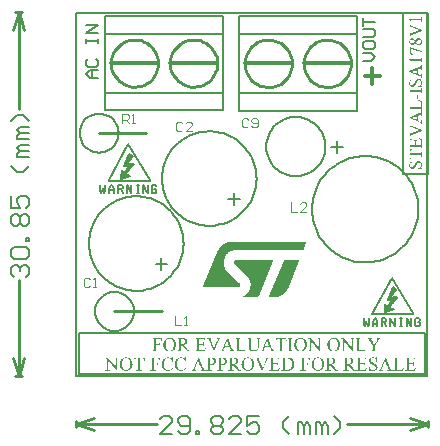
<source format=gto>
*
%LPD*%
%LNVIPer01-buck.GTO*%
%FSLAX24Y24*%
%MOIN*%
%AD*%
%ADD10C,0.009843*%
%ADD11C,0.005906*%
%ADD31C,0.011811*%
%ADD34C,0.007874*%
%ADD35C,0.003937*%
%ADD36C,0.005906*%
%ADD76C,0.006*%
%ADD115C,0.055*%
G54D10*
%SRX1Y1I0.0J0.0*%
G1X100937Y85728D2*
G1X100929Y85827D1*
G1X100909Y85925D1*
G1X100878Y86024D1*
G1X100835Y86114D1*
G1X100780Y86197D1*
G1X100713Y86276D1*
G1X100638Y86343D1*
G1X100555Y86402D1*
G1X100469Y86449D1*
G1X100370Y86480D1*
G1X100272Y86504D1*
G1X100173Y86516D1*
G1X100071Y86512D1*
G1X99972Y86496D1*
G1X99874Y86465D1*
G1X99783Y86425D1*
G1X99697Y86374D1*
G1X99618Y86311D1*
G1X99547Y86236D1*
G1X99488Y86157D1*
G1X99437Y86067D1*
G1X99402Y85976D1*
G1X99374Y85878D1*
G1X99362Y85776D1*
G1X99362Y85677D1*
G1X99374Y85575D1*
G1X99402Y85480D1*
G1X99437Y85386D1*
G1X99488Y85299D1*
G1X99547Y85217D1*
G1X99618Y85146D1*
G1X99697Y85083D1*
G1X99783Y85028D1*
G1X99874Y84988D1*
G1X99972Y84961D1*
G1X100071Y84945D1*
G1X100173Y84941D1*
G1X100272Y84949D1*
G1X100370Y84972D1*
G1X100469Y85008D1*
G1X100555Y85055D1*
G1X100638Y85110D1*
G1X100713Y85181D1*
G1X100780Y85256D1*
G1X100835Y85343D1*
G1X100878Y85433D1*
G1X100909Y85528D1*
G1X100929Y85626D1*
G1X100937Y85728D1*
G1X102906Y85728D2*
G1X102898Y85827D1*
G1X102878Y85925D1*
G1X102846Y86024D1*
G1X102803Y86114D1*
G1X102748Y86197D1*
G1X102681Y86276D1*
G1X102606Y86343D1*
G1X102524Y86402D1*
G1X102437Y86449D1*
G1X102339Y86480D1*
G1X102240Y86504D1*
G1X102142Y86516D1*
G1X102039Y86512D1*
G1X101941Y86496D1*
G1X101843Y86465D1*
G1X101752Y86425D1*
G1X101665Y86374D1*
G1X101587Y86311D1*
G1X101516Y86236D1*
G1X101457Y86157D1*
G1X101406Y86067D1*
G1X101370Y85976D1*
G1X101343Y85878D1*
G1X101331Y85776D1*
G1X101331Y85677D1*
G1X101343Y85575D1*
G1X101370Y85480D1*
G1X101406Y85386D1*
G1X101457Y85299D1*
G1X101516Y85217D1*
G1X101587Y85146D1*
G1X101665Y85083D1*
G1X101752Y85028D1*
G1X101843Y84988D1*
G1X101941Y84961D1*
G1X102039Y84945D1*
G1X102142Y84941D1*
G1X102240Y84949D1*
G1X102339Y84972D1*
G1X102437Y85008D1*
G1X102524Y85055D1*
G1X102606Y85110D1*
G1X102681Y85181D1*
G1X102748Y85256D1*
G1X102803Y85343D1*
G1X102846Y85433D1*
G1X102878Y85528D1*
G1X102898Y85626D1*
G1X102906Y85728D1*
G1X98445Y85736D2*
G1X98437Y85839D1*
G1X98421Y85937D1*
G1X98386Y86031D1*
G1X98343Y86122D1*
G1X98287Y86209D1*
G1X98224Y86283D1*
G1X98150Y86354D1*
G1X98067Y86409D1*
G1X97976Y86457D1*
G1X97882Y86492D1*
G1X97783Y86516D1*
G1X97681Y86524D1*
G1X97583Y86520D1*
G1X97484Y86504D1*
G1X97386Y86476D1*
G1X97295Y86433D1*
G1X97209Y86382D1*
G1X97130Y86319D1*
G1X97059Y86248D1*
G1X96996Y86165D1*
G1X96949Y86079D1*
G1X96909Y85984D1*
G1X96886Y85886D1*
G1X96870Y85787D1*
G1X96870Y85685D1*
G1X96886Y85587D1*
G1X96909Y85488D1*
G1X96949Y85394D1*
G1X96996Y85307D1*
G1X97059Y85228D1*
G1X97130Y85154D1*
G1X97209Y85091D1*
G1X97295Y85039D1*
G1X97386Y84996D1*
G1X97484Y84969D1*
G1X97583Y84953D1*
G1X97681Y84949D1*
G1X97783Y84961D1*
G1X97882Y84980D1*
G1X97976Y85016D1*
G1X98067Y85063D1*
G1X98150Y85122D1*
G1X98224Y85189D1*
G1X98287Y85268D1*
G1X98343Y85350D1*
G1X98386Y85441D1*
G1X98421Y85535D1*
G1X98437Y85638D1*
G1X98445Y85736D1*
G1X96476Y85736D2*
G1X96469Y85839D1*
G1X96453Y85937D1*
G1X96417Y86031D1*
G1X96374Y86122D1*
G1X96319Y86209D1*
G1X96256Y86283D1*
G1X96181Y86354D1*
G1X96098Y86409D1*
G1X96008Y86457D1*
G1X95913Y86492D1*
G1X95815Y86516D1*
G1X95713Y86524D1*
G1X95614Y86520D1*
G1X95516Y86504D1*
G1X95417Y86476D1*
G1X95327Y86433D1*
G1X95240Y86382D1*
G1X95161Y86319D1*
G1X95091Y86248D1*
G1X95028Y86165D1*
G1X94980Y86079D1*
G1X94941Y85984D1*
G1X94917Y85886D1*
G1X94902Y85787D1*
G1X94902Y85685D1*
G1X94917Y85587D1*
G1X94941Y85488D1*
G1X94980Y85394D1*
G1X95028Y85307D1*
G1X95091Y85228D1*
G1X95161Y85154D1*
G1X95240Y85091D1*
G1X95327Y85039D1*
G1X95417Y84996D1*
G1X95516Y84969D1*
G1X95614Y84953D1*
G1X95713Y84949D1*
G1X95815Y84961D1*
G1X95913Y84980D1*
G1X96008Y85016D1*
G1X96098Y85063D1*
G1X96181Y85122D1*
G1X96256Y85189D1*
G1X96319Y85268D1*
G1X96374Y85350D1*
G1X96417Y85441D1*
G1X96453Y85535D1*
G1X96469Y85638D1*
G1X96476Y85736D1*
G1X95020Y77461D2*
G1X96594Y77461D1*
G1X94508Y83406D2*
G1X96083Y83406D1*
G1X91720Y87441D2*
G1X91921Y87441D1*
G1X91720Y75295D2*
G1X91921Y75295D1*
G1X91823Y87441D2*
G1X92020Y86839D1*
G1X91622Y86839D2*
G1X91823Y87441D1*
G1X91823Y75295D2*
G1X92020Y75894D1*
G1X91622Y75894D2*
G1X91823Y75295D1*
G1X91823Y84224D2*
G1X91823Y87441D1*
G1X91823Y75295D2*
G1X91823Y78508D1*
G1X105472Y73618D2*
G1X105472Y73819D1*
G1X93732Y73618D2*
G1X93732Y73819D1*
G1X104874Y73520D2*
G1X105472Y73720D1*
G1X104874Y73917D2*
G1X105472Y73720D1*
G1X93732Y73720D2*
G1X94331Y73520D1*
G1X93732Y73720D2*
G1X94331Y73917D1*
G1X102760Y73720D2*
G1X105472Y73720D1*
G1X93732Y73720D2*
G1X96441Y73720D1*
G1X91681Y78606D2*
G54D11*
G1X91583Y78709D1*
G1X91583Y78909D1*
G1X91681Y79008D1*
G1X91780Y79008D1*
G1X91882Y78909D1*
G1X91882Y78807D1*
G1X91882Y78909D1*
G1X91980Y79008D1*
G1X92083Y79008D1*
G1X92181Y78909D1*
G1X92181Y78709D1*
G1X92083Y78606D1*
G1X91681Y79209D2*
G1X91583Y79307D1*
G1X91583Y79508D1*
G1X91681Y79606D1*
G1X92083Y79606D1*
G1X92181Y79508D1*
G1X92181Y79307D1*
G1X92083Y79209D1*
G1X91681Y79209D1*
G1X92181Y79807D2*
G1X92083Y79807D1*
G1X92083Y79906D1*
G1X92181Y79906D1*
G1X92181Y79807D1*
G1X91681Y80307D2*
G1X91583Y80406D1*
G1X91583Y80606D1*
G1X91681Y80709D1*
G1X91780Y80709D1*
G1X91882Y80606D1*
G1X91980Y80709D1*
G1X92083Y80709D1*
G1X92181Y80606D1*
G1X92181Y80406D1*
G1X92083Y80307D1*
G1X91980Y80307D1*
G1X91882Y80406D1*
G1X91780Y80307D1*
G1X91681Y80307D1*
G1X91882Y80406D2*
G1X91882Y80606D1*
G1X91583Y81307D2*
G1X91583Y80906D1*
G1X91882Y80906D1*
G1X91780Y81106D1*
G1X91780Y81209D1*
G1X91882Y81307D1*
G1X92083Y81307D1*
G1X92181Y81209D1*
G1X92181Y81008D1*
G1X92083Y80906D1*
G1X92181Y82307D2*
G1X91980Y82106D1*
G1X91780Y82106D1*
G1X91583Y82307D1*
G1X92181Y82606D2*
G1X91780Y82606D1*
G1X91780Y82705D1*
G1X91882Y82807D1*
G1X92181Y82807D1*
G1X91882Y82807D1*
G1X91780Y82906D1*
G1X91882Y83008D1*
G1X92181Y83008D1*
G1X92181Y83205D2*
G1X91780Y83205D1*
G1X91780Y83307D1*
G1X91882Y83406D1*
G1X92181Y83406D1*
G1X91882Y83406D1*
G1X91780Y83508D1*
G1X91882Y83606D1*
G1X92181Y83606D1*
G1X92181Y83807D2*
G1X91980Y84008D1*
G1X91780Y84008D1*
G1X91583Y83807D1*
G1X96941Y73358D2*
G1X96543Y73358D1*
G1X96941Y73760D1*
G1X96941Y73858D1*
G1X96843Y73961D1*
G1X96642Y73961D1*
G1X96543Y73858D1*
G1X97142Y73461D2*
G1X97244Y73358D1*
G1X97441Y73358D1*
G1X97543Y73461D1*
G1X97543Y73858D1*
G1X97441Y73961D1*
G1X97244Y73961D1*
G1X97142Y73858D1*
G1X97142Y73760D1*
G1X97244Y73657D1*
G1X97543Y73657D1*
G1X97744Y73358D2*
G1X97744Y73461D1*
G1X97843Y73461D1*
G1X97843Y73358D1*
G1X97744Y73358D1*
G1X98240Y73858D2*
G1X98343Y73961D1*
G1X98543Y73961D1*
G1X98642Y73858D1*
G1X98642Y73760D1*
G1X98543Y73657D1*
G1X98642Y73559D1*
G1X98642Y73461D1*
G1X98543Y73358D1*
G1X98343Y73358D1*
G1X98240Y73461D1*
G1X98240Y73559D1*
G1X98343Y73657D1*
G1X98240Y73760D1*
G1X98240Y73858D1*
G1X98343Y73657D2*
G1X98543Y73657D1*
G1X99240Y73358D2*
G1X98843Y73358D1*
G1X99240Y73760D1*
G1X99240Y73858D1*
G1X99142Y73961D1*
G1X98941Y73961D1*
G1X98843Y73858D1*
G1X99843Y73961D2*
G1X99441Y73961D1*
G1X99441Y73657D1*
G1X99642Y73760D1*
G1X99740Y73760D1*
G1X99843Y73657D1*
G1X99843Y73461D1*
G1X99740Y73358D1*
G1X99543Y73358D1*
G1X99441Y73461D1*
G1X100843Y73358D2*
G1X100642Y73559D1*
G1X100642Y73760D1*
G1X100843Y73961D1*
G1X101142Y73358D2*
G1X101142Y73760D1*
G1X101240Y73760D1*
G1X101343Y73657D1*
G1X101343Y73358D1*
G1X101343Y73657D1*
G1X101441Y73760D1*
G1X101539Y73657D1*
G1X101539Y73358D1*
G1X101740Y73358D2*
G1X101740Y73760D1*
G1X101843Y73760D1*
G1X101941Y73657D1*
G1X101941Y73358D1*
G1X101941Y73657D1*
G1X102039Y73760D1*
G1X102142Y73657D1*
G1X102142Y73358D1*
G1X102343Y73358D2*
G1X102539Y73559D1*
G1X102539Y73760D1*
G1X102343Y73961D1*
G1X101339Y85728D2*
G54D31*
G1X102894Y85728D1*
G1X99370Y85728D2*
G1X100925Y85728D1*
G1X94913Y85736D2*
G1X96469Y85736D1*
G1X96882Y85736D2*
G1X98437Y85736D1*
G1X105150Y80866D2*
G54D34*
G1X105146Y80965D1*
G1X105138Y81063D1*
G1X105122Y81165D1*
G1X105102Y81264D1*
G1X105079Y81358D1*
G1X105047Y81457D1*
G1X105012Y81547D1*
G1X104969Y81642D1*
G1X104921Y81728D1*
G1X104870Y81815D1*
G1X104815Y81898D1*
G1X104756Y81976D1*
G1X104689Y82055D1*
G1X104618Y82126D1*
G1X104547Y82193D1*
G1X104469Y82260D1*
G1X104390Y82319D1*
G1X104303Y82374D1*
G1X104217Y82425D1*
G1X104130Y82469D1*
G1X104035Y82508D1*
G1X103941Y82543D1*
G1X103846Y82571D1*
G1X103748Y82598D1*
G1X103650Y82614D1*
G1X103551Y82626D1*
G1X103453Y82634D1*
G1X103350Y82638D1*
G1X103252Y82634D1*
G1X103150Y82622D1*
G1X103051Y82606D1*
G1X102953Y82587D1*
G1X102858Y82559D1*
G1X102764Y82528D1*
G1X102669Y82488D1*
G1X102579Y82445D1*
G1X102492Y82398D1*
G1X102406Y82346D1*
G1X102323Y82287D1*
G1X102244Y82228D1*
G1X102169Y82161D1*
G1X102098Y82091D1*
G1X102031Y82016D1*
G1X101969Y81937D1*
G1X101909Y81858D1*
G1X101854Y81772D1*
G1X101807Y81685D1*
G1X101764Y81594D1*
G1X101724Y81504D1*
G1X101689Y81409D1*
G1X101661Y81311D1*
G1X101638Y81213D1*
G1X101622Y81114D1*
G1X101610Y81016D1*
G1X101606Y80913D1*
G1X101606Y80815D1*
G1X101610Y80717D1*
G1X101622Y80614D1*
G1X101638Y80516D1*
G1X101661Y80417D1*
G1X101689Y80323D1*
G1X101724Y80228D1*
G1X101764Y80134D1*
G1X101807Y80043D1*
G1X101854Y79957D1*
G1X101909Y79874D1*
G1X101969Y79791D1*
G1X102031Y79713D1*
G1X102098Y79638D1*
G1X102169Y79567D1*
G1X102244Y79504D1*
G1X102323Y79441D1*
G1X102406Y79382D1*
G1X102492Y79331D1*
G1X102579Y79283D1*
G1X102669Y79240D1*
G1X102764Y79205D1*
G1X102858Y79169D1*
G1X102953Y79146D1*
G1X103051Y79122D1*
G1X103150Y79106D1*
G1X103252Y79098D1*
G1X103350Y79094D1*
G1X103453Y79094D1*
G1X103551Y79102D1*
G1X103650Y79114D1*
G1X103748Y79134D1*
G1X103846Y79157D1*
G1X103941Y79185D1*
G1X104035Y79220D1*
G1X104130Y79260D1*
G1X104217Y79307D1*
G1X104303Y79354D1*
G1X104390Y79409D1*
G1X104469Y79472D1*
G1X104547Y79535D1*
G1X104618Y79602D1*
G1X104689Y79677D1*
G1X104756Y79752D1*
G1X104815Y79831D1*
G1X104870Y79913D1*
G1X104921Y80000D1*
G1X104969Y80091D1*
G1X105012Y80181D1*
G1X105047Y80276D1*
G1X105079Y80370D1*
G1X105102Y80469D1*
G1X105122Y80567D1*
G1X105138Y80665D1*
G1X105146Y80764D1*
G1X105150Y80866D1*
G1X99756Y81890D2*
G1X99752Y81988D1*
G1X99740Y82087D1*
G1X99724Y82185D1*
G1X99705Y82283D1*
G1X99677Y82378D1*
G1X99642Y82472D1*
G1X99602Y82567D1*
G1X99555Y82654D1*
G1X99504Y82740D1*
G1X99449Y82823D1*
G1X99386Y82902D1*
G1X99319Y82976D1*
G1X99248Y83043D1*
G1X99173Y83110D1*
G1X99094Y83169D1*
G1X99008Y83228D1*
G1X98921Y83276D1*
G1X98835Y83323D1*
G1X98740Y83358D1*
G1X98646Y83394D1*
G1X98551Y83417D1*
G1X98453Y83441D1*
G1X98354Y83453D1*
G1X98256Y83461D1*
G1X98154Y83465D1*
G1X98055Y83457D1*
G1X97957Y83449D1*
G1X97858Y83429D1*
G1X97760Y83406D1*
G1X97665Y83378D1*
G1X97571Y83343D1*
G1X97480Y83299D1*
G1X97394Y83252D1*
G1X97307Y83201D1*
G1X97224Y83142D1*
G1X97150Y83079D1*
G1X97075Y83012D1*
G1X97004Y82937D1*
G1X96941Y82862D1*
G1X96882Y82780D1*
G1X96827Y82697D1*
G1X96780Y82610D1*
G1X96736Y82520D1*
G1X96701Y82425D1*
G1X96669Y82331D1*
G1X96642Y82236D1*
G1X96626Y82138D1*
G1X96610Y82039D1*
G1X96606Y81937D1*
G1X96606Y81839D1*
G1X96610Y81740D1*
G1X96626Y81638D1*
G1X96642Y81543D1*
G1X96669Y81445D1*
G1X96701Y81350D1*
G1X96736Y81256D1*
G1X96780Y81165D1*
G1X96827Y81079D1*
G1X96882Y80996D1*
G1X96941Y80913D1*
G1X97004Y80839D1*
G1X97075Y80768D1*
G1X97150Y80697D1*
G1X97224Y80634D1*
G1X97307Y80579D1*
G1X97394Y80524D1*
G1X97480Y80476D1*
G1X97571Y80437D1*
G1X97665Y80402D1*
G1X97760Y80370D1*
G1X97858Y80346D1*
G1X97957Y80331D1*
G1X98055Y80319D1*
G1X98154Y80315D1*
G1X98256Y80315D1*
G1X98354Y80323D1*
G1X98453Y80339D1*
G1X98551Y80358D1*
G1X98646Y80386D1*
G1X98740Y80417D1*
G1X98835Y80457D1*
G1X98921Y80500D1*
G1X99008Y80551D1*
G1X99094Y80606D1*
G1X99173Y80665D1*
G1X99248Y80732D1*
G1X99319Y80803D1*
G1X99386Y80878D1*
G1X99449Y80957D1*
G1X99504Y81035D1*
G1X99555Y81122D1*
G1X99602Y81213D1*
G1X99642Y81303D1*
G1X99677Y81398D1*
G1X99705Y81492D1*
G1X99724Y81591D1*
G1X99740Y81689D1*
G1X99752Y81787D1*
G1X99756Y81890D1*
G1X95020Y76811D2*
G1X95122Y76819D1*
G1X95220Y76843D1*
G1X95315Y76882D1*
G1X95402Y76933D1*
G1X95480Y77000D1*
G1X95547Y77079D1*
G1X95598Y77165D1*
G1X95638Y77260D1*
G1X95661Y77358D1*
G1X95669Y77461D1*
G1X95661Y77559D1*
G1X95638Y77661D1*
G1X95598Y77756D1*
G1X95547Y77843D1*
G1X95480Y77917D1*
G1X95402Y77984D1*
G1X95315Y78039D1*
G1X95220Y78079D1*
G1X95122Y78102D1*
G1X95020Y78110D1*
G1X94917Y78102D1*
G1X94819Y78079D1*
G1X94724Y78039D1*
G1X94638Y77984D1*
G1X94559Y77917D1*
G1X94496Y77843D1*
G1X94441Y77756D1*
G1X94402Y77661D1*
G1X94378Y77559D1*
G1X94370Y77461D1*
G1X94378Y77358D1*
G1X94402Y77260D1*
G1X94441Y77165D1*
G1X94496Y77079D1*
G1X94559Y77000D1*
G1X94638Y76933D1*
G1X94724Y76882D1*
G1X94819Y76843D1*
G1X94917Y76819D1*
G1X95020Y76811D1*
G1X94508Y84055D2*
G1X94406Y84047D1*
G1X94307Y84024D1*
G1X94213Y83984D1*
G1X94126Y83929D1*
G1X94047Y83862D1*
G1X93984Y83787D1*
G1X93929Y83701D1*
G1X93890Y83606D1*
G1X93866Y83504D1*
G1X93858Y83406D1*
G1X93866Y83303D1*
G1X93890Y83205D1*
G1X93929Y83110D1*
G1X93984Y83024D1*
G1X94047Y82945D1*
G1X94126Y82878D1*
G1X94213Y82827D1*
G1X94307Y82787D1*
G1X94406Y82764D1*
G1X94508Y82756D1*
G1X94610Y82764D1*
G1X94709Y82787D1*
G1X94803Y82827D1*
G1X94890Y82878D1*
G1X94969Y82945D1*
G1X95035Y83024D1*
G1X95087Y83110D1*
G1X95126Y83205D1*
G1X95150Y83303D1*
G1X95157Y83406D1*
G1X95150Y83504D1*
G1X95126Y83606D1*
G1X95087Y83701D1*
G1X95035Y83787D1*
G1X94969Y83862D1*
G1X94890Y83929D1*
G1X94803Y83984D1*
G1X94709Y84024D1*
G1X94610Y84047D1*
G1X94508Y84055D1*
G1X97323Y79724D2*
G1X97319Y79823D1*
G1X97311Y79921D1*
G1X97295Y80020D1*
G1X97272Y80118D1*
G1X97244Y80213D1*
G1X97209Y80307D1*
G1X97169Y80402D1*
G1X97126Y80488D1*
G1X97075Y80575D1*
G1X97016Y80657D1*
G1X96953Y80736D1*
G1X96890Y80811D1*
G1X96815Y80878D1*
G1X96740Y80945D1*
G1X96661Y81004D1*
G1X96579Y81063D1*
G1X96492Y81110D1*
G1X96402Y81157D1*
G1X96311Y81193D1*
G1X96217Y81228D1*
G1X96118Y81252D1*
G1X96024Y81276D1*
G1X95921Y81287D1*
G1X95823Y81295D1*
G1X95724Y81299D1*
G1X95622Y81291D1*
G1X95524Y81283D1*
G1X95425Y81264D1*
G1X95327Y81240D1*
G1X95232Y81213D1*
G1X95142Y81177D1*
G1X95047Y81134D1*
G1X94961Y81087D1*
G1X94874Y81035D1*
G1X94795Y80976D1*
G1X94717Y80913D1*
G1X94642Y80846D1*
G1X94575Y80772D1*
G1X94512Y80697D1*
G1X94453Y80614D1*
G1X94398Y80531D1*
G1X94350Y80445D1*
G1X94307Y80354D1*
G1X94268Y80260D1*
G1X94236Y80165D1*
G1X94213Y80071D1*
G1X94193Y79972D1*
G1X94181Y79874D1*
G1X94173Y79772D1*
G1X94173Y79673D1*
G1X94181Y79575D1*
G1X94193Y79472D1*
G1X94213Y79378D1*
G1X94236Y79280D1*
G1X94268Y79185D1*
G1X94307Y79091D1*
G1X94350Y79000D1*
G1X94398Y78913D1*
G1X94453Y78831D1*
G1X94512Y78748D1*
G1X94575Y78673D1*
G1X94642Y78602D1*
G1X94717Y78531D1*
G1X94795Y78469D1*
G1X94874Y78413D1*
G1X94961Y78358D1*
G1X95047Y78311D1*
G1X95142Y78272D1*
G1X95232Y78236D1*
G1X95327Y78205D1*
G1X95425Y78181D1*
G1X95524Y78165D1*
G1X95622Y78154D1*
G1X95724Y78150D1*
G1X95823Y78150D1*
G1X95921Y78157D1*
G1X96024Y78173D1*
G1X96118Y78193D1*
G1X96217Y78220D1*
G1X96311Y78252D1*
G1X96402Y78291D1*
G1X96492Y78335D1*
G1X96579Y78386D1*
G1X96661Y78441D1*
G1X96740Y78500D1*
G1X96815Y78567D1*
G1X96890Y78638D1*
G1X96953Y78713D1*
G1X97016Y78791D1*
G1X97075Y78870D1*
G1X97126Y78957D1*
G1X97169Y79047D1*
G1X97209Y79138D1*
G1X97244Y79232D1*
G1X97272Y79327D1*
G1X97295Y79425D1*
G1X97311Y79524D1*
G1X97319Y79622D1*
G1X97323Y79724D1*
G1X102047Y82953D2*
G1X102043Y83051D1*
G1X102028Y83150D1*
G1X102004Y83248D1*
G1X101969Y83339D1*
G1X101925Y83429D1*
G1X101870Y83512D1*
G1X101811Y83594D1*
G1X101740Y83665D1*
G1X101665Y83728D1*
G1X101583Y83787D1*
G1X101496Y83835D1*
G1X101406Y83874D1*
G1X101311Y83906D1*
G1X101213Y83925D1*
G1X101114Y83933D1*
G1X101012Y83933D1*
G1X100913Y83925D1*
G1X100815Y83906D1*
G1X100720Y83874D1*
G1X100630Y83835D1*
G1X100543Y83787D1*
G1X100461Y83728D1*
G1X100386Y83665D1*
G1X100315Y83594D1*
G1X100256Y83512D1*
G1X100201Y83429D1*
G1X100157Y83339D1*
G1X100126Y83248D1*
G1X100098Y83150D1*
G1X100083Y83051D1*
G1X100079Y82953D1*
G1X100083Y82850D1*
G1X100098Y82752D1*
G1X100126Y82657D1*
G1X100157Y82563D1*
G1X100201Y82472D1*
G1X100256Y82390D1*
G1X100315Y82311D1*
G1X100386Y82236D1*
G1X100461Y82173D1*
G1X100543Y82118D1*
G1X100630Y82067D1*
G1X100720Y82028D1*
G1X100815Y82000D1*
G1X100913Y81980D1*
G1X101012Y81969D1*
G1X101114Y81969D1*
G1X101213Y81980D1*
G1X101311Y82000D1*
G1X101406Y82028D1*
G1X101496Y82067D1*
G1X101583Y82118D1*
G1X101665Y82173D1*
G1X101740Y82236D1*
G1X101811Y82311D1*
G1X101870Y82390D1*
G1X101925Y82472D1*
G1X101969Y82563D1*
G1X102004Y82657D1*
G1X102028Y82752D1*
G1X102043Y82850D1*
G1X102047Y82953D1*
G1X99165Y84154D2*
G1X99165Y87303D1*
G1X103102Y87303D1*
G1X103102Y84154D2*
G1X103102Y87303D1*
G1X99165Y84154D2*
G1X103102Y84154D1*
G1X99165Y86713D2*
G1X103102Y86713D1*
G1X99165Y84744D2*
G1X103102Y84744D1*
G1X94705Y84752D2*
G1X98642Y84752D1*
G1X94705Y86720D2*
G1X98642Y86720D1*
G1X94705Y84161D2*
G1X98642Y84161D1*
G1X98642Y87311D1*
G1X94705Y87311D2*
G1X98642Y87311D1*
G1X94705Y84161D2*
G1X94705Y87311D1*
G1X99016Y81004D2*
G1X99016Y81398D1*
G1X98819Y81201D2*
G1X99213Y81201D1*
G1X96587Y78839D2*
G1X96587Y79232D1*
G1X96390Y79035D2*
G1X96783Y79035D1*
G1X102441Y82756D2*
G1X102441Y83150D1*
G1X102244Y82953D2*
G1X102638Y82953D1*
G1X94205Y78528D2*
G54D35*
G1X94154Y78583D1*
G1X94047Y78583D1*
G1X93996Y78528D1*
G1X93996Y78319D1*
G1X94047Y78268D1*
G1X94154Y78268D1*
G1X94205Y78319D1*
G1X94311Y78268D2*
G1X94417Y78268D1*
G1X94362Y78268D1*
G1X94362Y78583D1*
G1X94311Y78528D1*
G1X97287Y83736D2*
G1X97236Y83787D1*
G1X97130Y83787D1*
G1X97079Y83736D1*
G1X97079Y83524D1*
G1X97130Y83472D1*
G1X97236Y83472D1*
G1X97287Y83524D1*
G1X97602Y83472D2*
G1X97394Y83472D1*
G1X97602Y83681D1*
G1X97602Y83736D1*
G1X97551Y83787D1*
G1X97445Y83787D1*
G1X97394Y83736D1*
G1X99480Y83854D2*
G1X99429Y83906D1*
G1X99323Y83906D1*
G1X99272Y83854D1*
G1X99272Y83642D1*
G1X99323Y83591D1*
G1X99429Y83591D1*
G1X99480Y83642D1*
G1X99587Y83642D2*
G1X99638Y83591D1*
G1X99744Y83591D1*
G1X99795Y83642D1*
G1X99795Y83854D1*
G1X99744Y83906D1*
G1X99638Y83906D1*
G1X99587Y83854D1*
G1X99587Y83799D1*
G1X99638Y83748D1*
G1X99795Y83748D1*
G1X97032Y77306D2*
G1X97032Y76991D1*
G1X97240Y76991D1*
G1X97347Y76991D2*
G1X97449Y76991D1*
G1X97398Y76991D1*
G1X97398Y77306D1*
G1X97347Y77251D1*
G1X100894Y81091D2*
G1X100894Y80776D1*
G1X101102Y80776D1*
G1X101417Y80776D2*
G1X101209Y80776D1*
G1X101417Y80984D1*
G1X101417Y81039D1*
G1X101366Y81091D1*
G1X101260Y81091D1*
G1X101209Y81039D1*
G1X95287Y83740D2*
G1X95287Y84055D1*
G1X95445Y84055D1*
G1X95496Y84000D1*
G1X95496Y83898D1*
G1X95445Y83843D1*
G1X95287Y83843D1*
G1X95390Y83843D2*
G1X95496Y83740D1*
G1X95602Y83740D2*
G1X95705Y83740D1*
G1X95654Y83740D1*
G1X95654Y84055D1*
G1X95602Y84000D1*
G1X103319Y85807D2*
G54D36*
G1X103579Y85807D1*
G1X103713Y85941D1*
G1X103579Y86071D1*
G1X103319Y86071D1*
G1X103319Y86398D2*
G1X103319Y86268D1*
G1X103382Y86201D1*
G1X103646Y86201D1*
G1X103713Y86268D1*
G1X103713Y86398D1*
G1X103646Y86465D1*
G1X103382Y86465D1*
G1X103319Y86398D1*
G1X103319Y86594D2*
G1X103646Y86594D1*
G1X103713Y86661D1*
G1X103713Y86791D1*
G1X103646Y86858D1*
G1X103319Y86858D1*
G1X103319Y86988D2*
G1X103319Y87252D1*
G1X103319Y87122D1*
G1X103713Y87122D1*
G1X94469Y85228D2*
G1X94205Y85228D1*
G1X94075Y85362D1*
G1X94205Y85492D1*
G1X94469Y85492D1*
G1X94272Y85492D1*
G1X94272Y85228D1*
G1X94142Y85886D2*
G1X94075Y85819D1*
G1X94075Y85689D1*
G1X94142Y85622D1*
G1X94402Y85622D1*
G1X94469Y85689D1*
G1X94469Y85819D1*
G1X94402Y85886D1*
G1X94075Y86409D2*
G1X94075Y86543D1*
G1X94075Y86476D1*
G1X94469Y86476D1*
G1X94469Y86409D1*
G1X94469Y86543D1*
G1X94469Y86740D2*
G1X94075Y86740D1*
G1X94469Y87000D1*
G1X94075Y87000D1*
G54D115*
G36*
G1X100312Y79145D2*
G1X100312Y79144D1*
G1X100312Y79143D1*
G1X100312Y79142D1*
G1X100312Y79141D1*
G1X100312Y79140D1*
G1X100312Y79139D1*
G1X100312Y79138D1*
G1X100311Y79138D1*
G1X100311Y79137D1*
G1X100311Y79136D1*
G1X99834Y77984D1*
G1X99833Y77982D1*
G1X99832Y77980D1*
G1X99830Y77978D1*
G1X99829Y77975D1*
G1X99828Y77973D1*
G1X99826Y77971D1*
G1X99825Y77969D1*
G1X99823Y77967D1*
G1X99822Y77965D1*
G1X99820Y77963D1*
G1X99818Y77961D1*
G1X99816Y77960D1*
G1X99814Y77958D1*
G1X99812Y77956D1*
G1X99810Y77955D1*
G1X99808Y77954D1*
G1X99806Y77952D1*
G1X99803Y77951D1*
G1X99801Y77950D1*
G1X99799Y77949D1*
G1X99796Y77948D1*
G1X99794Y77947D1*
G1X99792Y77946D1*
G1X99789Y77945D1*
G1X99786Y77944D1*
G1X99784Y77944D1*
G1X99781Y77943D1*
G1X99778Y77943D1*
G1X99776Y77943D1*
G1X99773Y77943D1*
G1X99770Y77943D1*
G1X99307Y77943D1*
G1X99306Y77943D1*
G1X99305Y77943D1*
G1X99304Y77943D1*
G1X99303Y77944D1*
G1X99302Y77944D1*
G1X99302Y77945D1*
G1X99301Y77946D1*
G1X99301Y77947D1*
G1X99301Y77948D1*
G1X99300Y77949D1*
G1X99300Y77950D1*
G1X99301Y77950D1*
G1X99301Y77951D1*
G1X99301Y77952D1*
G1X99302Y77953D1*
G1X99302Y77954D1*
G1X99303Y77954D1*
G1X99304Y77955D1*
G1X99313Y77959D1*
G1X99323Y77964D1*
G1X99332Y77969D1*
G1X99342Y77974D1*
G1X99351Y77980D1*
G1X99361Y77987D1*
G1X99371Y77994D1*
G1X99381Y78001D1*
G1X99390Y78009D1*
G1X99400Y78017D1*
G1X99410Y78026D1*
G1X99420Y78036D1*
G1X99429Y78045D1*
G1X99439Y78055D1*
G1X99448Y78066D1*
G1X99457Y78077D1*
G1X99466Y78088D1*
G1X99475Y78100D1*
G1X99483Y78113D1*
G1X99491Y78126D1*
G1X99499Y78139D1*
G1X99507Y78153D1*
G1X99514Y78167D1*
G1X99520Y78182D1*
G1X99527Y78197D1*
G1X99533Y78212D1*
G1X99538Y78228D1*
G1X99543Y78245D1*
G1X99547Y78262D1*
G1X99551Y78279D1*
G1X99554Y78297D1*
G1X99557Y78317D1*
G1X99559Y78337D1*
G1X99559Y78357D1*
G1X99559Y78376D1*
G1X99557Y78394D1*
G1X99555Y78412D1*
G1X99552Y78430D1*
G1X99548Y78447D1*
G1X99544Y78464D1*
G1X99539Y78480D1*
G1X99533Y78495D1*
G1X99527Y78510D1*
G1X99521Y78524D1*
G1X99514Y78538D1*
G1X99508Y78550D1*
G1X99501Y78563D1*
G1X99494Y78574D1*
G1X99487Y78585D1*
G1X99480Y78596D1*
G1X99473Y78605D1*
G1X99466Y78614D1*
G1X99460Y78622D1*
G1X99454Y78629D1*
G1X99449Y78636D1*
G1X99444Y78641D1*
G1X99439Y78646D1*
G1X99435Y78650D1*
G1X99432Y78653D1*
G1X99430Y78656D1*
G1X99429Y78657D1*
G1X99428Y78657D1*
G1X99031Y79027D1*
G1X99025Y79033D1*
G1X99019Y79039D1*
G1X99014Y79046D1*
G1X99010Y79052D1*
G1X99007Y79059D1*
G1X99004Y79065D1*
G1X99002Y79071D1*
G1X99001Y79078D1*
G1X99000Y79084D1*
G1X98999Y79090D1*
G1X99000Y79097D1*
G1X99001Y79103D1*
G1X99002Y79109D1*
G1X99004Y79114D1*
G1X99006Y79120D1*
G1X99008Y79125D1*
G1X99012Y79131D1*
G1X99015Y79136D1*
G1X99019Y79140D1*
G1X99023Y79145D1*
G1X99027Y79149D1*
G1X99032Y79153D1*
G1X99037Y79156D1*
G1X99043Y79160D1*
G1X99048Y79162D1*
G1X99054Y79165D1*
G1X99059Y79167D1*
G1X99065Y79169D1*
G1X99072Y79170D1*
G1X99078Y79170D1*
G1X99084Y79171D1*
G1X100286Y79171D1*
G1X100288Y79171D1*
G1X100289Y79171D1*
G1X100290Y79170D1*
G1X100292Y79170D1*
G1X100293Y79170D1*
G1X100294Y79169D1*
G1X100296Y79169D1*
G1X100297Y79169D1*
G1X100298Y79168D1*
G1X100299Y79167D1*
G1X100300Y79167D1*
G1X100301Y79166D1*
G1X100302Y79165D1*
G1X100303Y79164D1*
G1X100304Y79164D1*
G1X100305Y79163D1*
G1X100306Y79162D1*
G1X100307Y79161D1*
G1X100308Y79160D1*
G1X100308Y79159D1*
G1X100309Y79158D1*
G1X100310Y79156D1*
G1X100310Y79155D1*
G1X100311Y79154D1*
G1X100311Y79153D1*
G1X100312Y79152D1*
G1X100312Y79150D1*
G1X100312Y79149D1*
G1X100312Y79148D1*
G1X100312Y79146D1*
G1X100312Y79145D1*
G37*
G36*
G1X100785Y78208D2*
G1X100778Y78193D1*
G1X100770Y78178D1*
G1X100761Y78163D1*
G1X100752Y78148D1*
G1X100742Y78134D1*
G1X100731Y78121D1*
G1X100721Y78107D1*
G1X100709Y78094D1*
G1X100697Y78082D1*
G1X100685Y78070D1*
G1X100672Y78058D1*
G1X100659Y78047D1*
G1X100646Y78037D1*
G1X100632Y78026D1*
G1X100617Y78017D1*
G1X100603Y78008D1*
G1X100587Y77999D1*
G1X100572Y77991D1*
G1X100556Y77984D1*
G1X100540Y77977D1*
G1X100524Y77971D1*
G1X100507Y77965D1*
G1X100490Y77960D1*
G1X100473Y77955D1*
G1X100455Y77952D1*
G1X100438Y77948D1*
G1X100420Y77946D1*
G1X100402Y77944D1*
G1X100383Y77943D1*
G1X100365Y77943D1*
G1X100206Y77943D1*
G1X100205Y77943D1*
G1X100204Y77943D1*
G1X100202Y77943D1*
G1X100201Y77943D1*
G1X100200Y77944D1*
G1X100198Y77944D1*
G1X100197Y77944D1*
G1X100196Y77945D1*
G1X100195Y77945D1*
G1X100194Y77946D1*
G1X100193Y77947D1*
G1X100191Y77947D1*
G1X100190Y77948D1*
G1X100189Y77949D1*
G1X100188Y77950D1*
G1X100188Y77951D1*
G1X100187Y77952D1*
G1X100186Y77953D1*
G1X100185Y77954D1*
G1X100184Y77955D1*
G1X100184Y77956D1*
G1X100183Y77957D1*
G1X100183Y77958D1*
G1X100182Y77959D1*
G1X100182Y77960D1*
G1X100181Y77962D1*
G1X100181Y77963D1*
G1X100181Y77964D1*
G1X100181Y77966D1*
G1X100180Y77967D1*
G1X100180Y77968D1*
G1X100180Y77969D1*
G1X100180Y77970D1*
G1X100181Y77971D1*
G1X100181Y77972D1*
G1X100181Y77973D1*
G1X100181Y77974D1*
G1X100181Y77975D1*
G1X100181Y77976D1*
G1X100182Y77976D1*
G1X100182Y77977D1*
G1X100182Y77978D1*
G1X100183Y77978D1*
G1X100183Y77979D1*
G1X100183Y77980D1*
G1X100658Y79128D1*
G1X100659Y79131D1*
G1X100661Y79133D1*
G1X100662Y79135D1*
G1X100663Y79137D1*
G1X100664Y79140D1*
G1X100666Y79142D1*
G1X100667Y79144D1*
G1X100669Y79146D1*
G1X100671Y79148D1*
G1X100672Y79150D1*
G1X100674Y79151D1*
G1X100676Y79153D1*
G1X100678Y79155D1*
G1X100680Y79156D1*
G1X100682Y79158D1*
G1X100684Y79159D1*
G1X100687Y79161D1*
G1X100689Y79162D1*
G1X100691Y79163D1*
G1X100693Y79164D1*
G1X100696Y79165D1*
G1X100698Y79166D1*
G1X100701Y79167D1*
G1X100703Y79168D1*
G1X100706Y79168D1*
G1X100708Y79169D1*
G1X100711Y79169D1*
G1X100714Y79170D1*
G1X100716Y79170D1*
G1X100719Y79170D1*
G1X100722Y79170D1*
G1X101146Y79171D1*
G1X101147Y79171D1*
G1X101149Y79171D1*
G1X101150Y79170D1*
G1X101151Y79170D1*
G1X101153Y79170D1*
G1X101154Y79169D1*
G1X101155Y79169D1*
G1X101156Y79169D1*
G1X101158Y79168D1*
G1X101159Y79167D1*
G1X101160Y79167D1*
G1X101161Y79166D1*
G1X101162Y79165D1*
G1X101163Y79164D1*
G1X101164Y79164D1*
G1X101165Y79163D1*
G1X101166Y79162D1*
G1X101166Y79161D1*
G1X101167Y79160D1*
G1X101168Y79159D1*
G1X101169Y79158D1*
G1X101169Y79156D1*
G1X101170Y79155D1*
G1X101170Y79154D1*
G1X101171Y79153D1*
G1X101171Y79152D1*
G1X101171Y79150D1*
G1X101172Y79149D1*
G1X101172Y79148D1*
G1X101172Y79146D1*
G1X101172Y79145D1*
G1X101172Y79144D1*
G1X101172Y79143D1*
G1X101172Y79142D1*
G1X101172Y79141D1*
G1X101172Y79140D1*
G1X101171Y79140D1*
G1X101171Y79139D1*
G1X101171Y79138D1*
G1X101171Y79137D1*
G1X101170Y79136D1*
G1X101170Y79135D1*
G1X100792Y78224D1*
G1X100785Y78208D1*
G37*
G36*
G1X98481Y79515D2*
G1X98489Y79531D1*
G1X98497Y79545D1*
G1X98506Y79560D1*
G1X98515Y79574D1*
G1X98525Y79588D1*
G1X98535Y79601D1*
G1X98546Y79614D1*
G1X98557Y79627D1*
G1X98569Y79639D1*
G1X98581Y79651D1*
G1X98594Y79662D1*
G1X98607Y79673D1*
G1X98620Y79683D1*
G1X98634Y79693D1*
G1X98648Y79703D1*
G1X98663Y79712D1*
G1X98677Y79720D1*
G1X98693Y79728D1*
G1X98708Y79735D1*
G1X98724Y79742D1*
G1X98740Y79748D1*
G1X98757Y79753D1*
G1X98773Y79758D1*
G1X98790Y79763D1*
G1X98808Y79766D1*
G1X98825Y79769D1*
G1X98843Y79772D1*
G1X98861Y79774D1*
G1X98879Y79775D1*
G1X98897Y79775D1*
G1X101395Y79775D1*
G1X101396Y79775D1*
G1X101398Y79775D1*
G1X101399Y79775D1*
G1X101400Y79775D1*
G1X101401Y79774D1*
G1X101403Y79774D1*
G1X101404Y79774D1*
G1X101405Y79773D1*
G1X101406Y79773D1*
G1X101408Y79772D1*
G1X101409Y79771D1*
G1X101410Y79771D1*
G1X101411Y79770D1*
G1X101412Y79769D1*
G1X101413Y79768D1*
G1X101414Y79767D1*
G1X101415Y79766D1*
G1X101415Y79765D1*
G1X101416Y79764D1*
G1X101417Y79763D1*
G1X101418Y79762D1*
G1X101418Y79761D1*
G1X101419Y79760D1*
G1X101419Y79759D1*
G1X101420Y79757D1*
G1X101420Y79756D1*
G1X101420Y79755D1*
G1X101421Y79754D1*
G1X101421Y79752D1*
G1X101421Y79751D1*
G1X101421Y79749D1*
G1X101421Y79748D1*
G1X101421Y79747D1*
G1X101421Y79746D1*
G1X101421Y79745D1*
G1X101420Y79745D1*
G1X101420Y79744D1*
G1X101420Y79743D1*
G1X101420Y79742D1*
G1X101420Y79741D1*
G1X101419Y79741D1*
G1X101419Y79740D1*
G1X101332Y79529D1*
G1X101331Y79528D1*
G1X101331Y79527D1*
G1X101330Y79526D1*
G1X101330Y79525D1*
G1X101329Y79524D1*
G1X101329Y79523D1*
G1X101328Y79522D1*
G1X101328Y79521D1*
G1X101327Y79521D1*
G1X101326Y79520D1*
G1X101326Y79519D1*
G1X101325Y79518D1*
G1X101324Y79518D1*
G1X101323Y79517D1*
G1X101323Y79516D1*
G1X101322Y79516D1*
G1X101321Y79515D1*
G1X101320Y79515D1*
G1X101319Y79514D1*
G1X101318Y79514D1*
G1X101317Y79513D1*
G1X101316Y79513D1*
G1X101315Y79513D1*
G1X101314Y79512D1*
G1X101313Y79512D1*
G1X101312Y79512D1*
G1X101311Y79512D1*
G1X101310Y79511D1*
G1X101309Y79511D1*
G1X101308Y79511D1*
G1X101307Y79511D1*
G1X99099Y79511D1*
G1X99056Y79510D1*
G1X99016Y79505D1*
G1X98978Y79498D1*
G1X98942Y79488D1*
G1X98908Y79476D1*
G1X98876Y79461D1*
G1X98847Y79444D1*
G1X98820Y79426D1*
G1X98795Y79405D1*
G1X98772Y79383D1*
G1X98751Y79359D1*
G1X98732Y79334D1*
G1X98716Y79307D1*
G1X98701Y79280D1*
G1X98689Y79252D1*
G1X98679Y79222D1*
G1X98671Y79193D1*
G1X98665Y79163D1*
G1X98661Y79132D1*
G1X98659Y79102D1*
G1X98659Y79071D1*
G1X98661Y79041D1*
G1X98665Y79011D1*
G1X98672Y78982D1*
G1X98680Y78953D1*
G1X98690Y78925D1*
G1X98702Y78898D1*
G1X98717Y78872D1*
G1X98733Y78848D1*
G1X98751Y78824D1*
G1X98771Y78803D1*
G1X99185Y78415D1*
G1X99191Y78409D1*
G1X99196Y78403D1*
G1X99201Y78397D1*
G1X99205Y78391D1*
G1X99208Y78385D1*
G1X99211Y78378D1*
G1X99213Y78372D1*
G1X99215Y78366D1*
G1X99216Y78360D1*
G1X99217Y78354D1*
G1X99217Y78348D1*
G1X99217Y78342D1*
G1X99216Y78336D1*
G1X99215Y78331D1*
G1X99214Y78325D1*
G1X99211Y78320D1*
G1X99209Y78315D1*
G1X99206Y78310D1*
G1X99202Y78306D1*
G1X99199Y78302D1*
G1X99194Y78298D1*
G1X99190Y78294D1*
G1X99185Y78290D1*
G1X99180Y78287D1*
G1X99174Y78285D1*
G1X99168Y78282D1*
G1X99161Y78280D1*
G1X99155Y78279D1*
G1X99148Y78277D1*
G1X99140Y78277D1*
G1X99133Y78277D1*
G1X98005Y78276D1*
G1X98003Y78276D1*
G1X98002Y78277D1*
G1X98001Y78277D1*
G1X97999Y78277D1*
G1X97998Y78277D1*
G1X97997Y78278D1*
G1X97996Y78278D1*
G1X97994Y78279D1*
G1X97993Y78279D1*
G1X97992Y78280D1*
G1X97991Y78280D1*
G1X97990Y78281D1*
G1X97989Y78282D1*
G1X97988Y78283D1*
G1X97987Y78284D1*
G1X97986Y78284D1*
G1X97985Y78285D1*
G1X97984Y78286D1*
G1X97983Y78287D1*
G1X97983Y78289D1*
G1X97982Y78290D1*
G1X97981Y78291D1*
G1X97981Y78292D1*
G1X97980Y78293D1*
G1X97980Y78294D1*
G1X97980Y78296D1*
G1X97979Y78297D1*
G1X97979Y78298D1*
G1X97979Y78300D1*
G1X97979Y78301D1*
G1X97979Y78302D1*
G1X97979Y78303D1*
G1X97979Y78304D1*
G1X97979Y78305D1*
G1X97979Y78306D1*
G1X97979Y78307D1*
G1X97979Y78308D1*
G1X97979Y78309D1*
G1X97980Y78309D1*
G1X97980Y78310D1*
G1X97980Y78311D1*
G1X97981Y78312D1*
G1X98474Y79500D1*
G1X98481Y79515D1*
G37*
G54D10*
G36*
G1X104988Y82455D2*
G1X104988Y82445D1*
G1X104984Y82445D1*
G1X104980Y82443D1*
G1X104976Y82443D1*
G1X104972Y82443D1*
G1X104968Y82441D1*
G1X104966Y82441D1*
G1X104962Y82438D1*
G1X104958Y82438D1*
G1X104956Y82436D1*
G1X104952Y82436D1*
G1X104948Y82434D1*
G1X104946Y82434D1*
G1X104942Y82432D1*
G1X104940Y82432D1*
G1X104936Y82430D1*
G1X104934Y82430D1*
G1X104931Y82428D1*
G1X104927Y82426D1*
G1X104925Y82426D1*
G1X104923Y82424D1*
G1X104921Y82422D1*
G1X104919Y82422D1*
G1X104917Y82420D1*
G1X104913Y82418D1*
G1X104911Y82418D1*
G1X104909Y82416D1*
G1X104907Y82414D1*
G1X104905Y82412D1*
G1X104903Y82410D1*
G1X104901Y82408D1*
G1X104899Y82406D1*
G1X104897Y82404D1*
G1X104897Y82402D1*
G1X104895Y82400D1*
G1X104893Y82398D1*
G1X104891Y82396D1*
G1X104889Y82394D1*
G1X104887Y82392D1*
G1X104887Y82388D1*
G1X104885Y82386D1*
G1X104883Y82384D1*
G1X104883Y82380D1*
G1X104881Y82378D1*
G1X104879Y82376D1*
G1X104879Y82374D1*
G1X104877Y82370D1*
G1X104877Y82368D1*
G1X104877Y82366D1*
G1X104875Y82361D1*
G1X104875Y82359D1*
G1X104873Y82357D1*
G1X104873Y82353D1*
G1X104873Y82351D1*
G1X104873Y82349D1*
G1X104871Y82347D1*
G1X104871Y82343D1*
G1X104871Y82341D1*
G1X104871Y82339D1*
G1X104871Y82335D1*
G1X104871Y82333D1*
G1X104871Y82329D1*
G1X104871Y82327D1*
G1X104871Y82323D1*
G1X104871Y82321D1*
G1X104873Y82317D1*
G1X104873Y82315D1*
G1X104873Y82313D1*
G1X104873Y82309D1*
G1X104875Y82307D1*
G1X104875Y82305D1*
G1X104877Y82301D1*
G1X104877Y82299D1*
G1X104879Y82297D1*
G1X104879Y82295D1*
G1X104881Y82291D1*
G1X104883Y82289D1*
G1X104885Y82287D1*
G1X104885Y82284D1*
G1X104887Y82282D1*
G1X104889Y82280D1*
G1X104891Y82278D1*
G1X104893Y82276D1*
G1X104895Y82274D1*
G1X104897Y82272D1*
G1X104899Y82272D1*
G1X104901Y82270D1*
G1X104903Y82268D1*
G1X104905Y82268D1*
G1X104907Y82266D1*
G1X104909Y82266D1*
G1X104913Y82264D1*
G1X104915Y82264D1*
G1X104917Y82262D1*
G1X104919Y82262D1*
G1X104921Y82262D1*
G1X104923Y82260D1*
G1X104925Y82260D1*
G1X104929Y82260D1*
G1X104931Y82260D1*
G1X104934Y82260D1*
G1X104936Y82260D1*
G1X104938Y82260D1*
G1X104940Y82260D1*
G1X104942Y82260D1*
G1X104944Y82262D1*
G1X104946Y82262D1*
G1X104948Y82262D1*
G1X104950Y82262D1*
G1X104952Y82262D1*
G1X104954Y82264D1*
G1X104956Y82266D1*
G1X104958Y82266D1*
G1X104960Y82266D1*
G1X104962Y82268D1*
G1X104964Y82268D1*
G1X104964Y82270D1*
G1X104966Y82270D1*
G1X104968Y82272D1*
G1X104970Y82274D1*
G1X104972Y82276D1*
G1X104974Y82278D1*
G1X104978Y82282D1*
G1X104980Y82284D1*
G1X104982Y82289D1*
G1X104986Y82291D1*
G1X104988Y82295D1*
G1X104990Y82299D1*
G1X104994Y82305D1*
G1X104996Y82309D1*
G1X105000Y82313D1*
G1X105002Y82319D1*
G1X105006Y82323D1*
G1X105009Y82329D1*
G1X105013Y82335D1*
G1X105017Y82341D1*
G1X105019Y82347D1*
G1X105023Y82355D1*
G1X105027Y82361D1*
G1X105029Y82368D1*
G1X105033Y82372D1*
G1X105035Y82378D1*
G1X105039Y82382D1*
G1X105041Y82388D1*
G1X105043Y82392D1*
G1X105047Y82396D1*
G1X105049Y82402D1*
G1X105051Y82406D1*
G1X105053Y82410D1*
G1X105055Y82412D1*
G1X105057Y82416D1*
G1X105061Y82420D1*
G1X105063Y82422D1*
G1X105065Y82426D1*
G1X105067Y82428D1*
G1X105067Y82432D1*
G1X105069Y82434D1*
G1X105071Y82436D1*
G1X105073Y82438D1*
G1X105075Y82441D1*
G1X105077Y82443D1*
G1X105077Y82445D1*
G1X105079Y82447D1*
G1X105081Y82449D1*
G1X105083Y82451D1*
G1X105086Y82453D1*
G1X105088Y82453D1*
G1X105090Y82455D1*
G1X105092Y82457D1*
G1X105094Y82459D1*
G1X105096Y82461D1*
G1X105098Y82461D1*
G1X105100Y82463D1*
G1X105102Y82465D1*
G1X105104Y82465D1*
G1X105106Y82467D1*
G1X105108Y82469D1*
G1X105110Y82469D1*
G1X105112Y82471D1*
G1X105114Y82471D1*
G1X105116Y82473D1*
G1X105118Y82473D1*
G1X105120Y82475D1*
G1X105124Y82475D1*
G1X105126Y82477D1*
G1X105128Y82477D1*
G1X105130Y82477D1*
G1X105132Y82477D1*
G1X105134Y82479D1*
G1X105136Y82479D1*
G1X105140Y82479D1*
G1X105142Y82479D1*
G1X105144Y82481D1*
G1X105146Y82481D1*
G1X105148Y82481D1*
G1X105150Y82481D1*
G1X105154Y82481D1*
G1X105156Y82481D1*
G1X105158Y82481D1*
G1X105163Y82481D1*
G1X105167Y82481D1*
G1X105171Y82481D1*
G1X105177Y82479D1*
G1X105181Y82479D1*
G1X105185Y82477D1*
G1X105189Y82477D1*
G1X105193Y82475D1*
G1X105197Y82473D1*
G1X105201Y82471D1*
G1X105205Y82471D1*
G1X105209Y82469D1*
G1X105211Y82465D1*
G1X105215Y82463D1*
G1X105219Y82461D1*
G1X105223Y82457D1*
G1X105227Y82455D1*
G1X105231Y82451D1*
G1X105233Y82449D1*
G1X105237Y82445D1*
G1X105242Y82441D1*
G1X105244Y82436D1*
G1X105246Y82434D1*
G1X105250Y82430D1*
G1X105252Y82426D1*
G1X105254Y82422D1*
G1X105256Y82418D1*
G1X105258Y82414D1*
G1X105260Y82408D1*
G1X105262Y82404D1*
G1X105262Y82400D1*
G1X105262Y82396D1*
G1X105264Y82390D1*
G1X105266Y82386D1*
G1X105266Y82380D1*
G1X105266Y82376D1*
G1X105268Y82370D1*
G1X105268Y82364D1*
G1X105268Y82359D1*
G1X105268Y82353D1*
G1X105268Y82351D1*
G1X105268Y82349D1*
G1X105268Y82347D1*
G1X105268Y82345D1*
G1X105268Y82343D1*
G1X105268Y82341D1*
G1X105268Y82339D1*
G1X105268Y82337D1*
G1X105268Y82335D1*
G1X105268Y82333D1*
G1X105268Y82331D1*
G1X105266Y82329D1*
G1X105266Y82327D1*
G1X105266Y82325D1*
G1X105266Y82323D1*
G1X105266Y82321D1*
G1X105266Y82319D1*
G1X105266Y82317D1*
G1X105264Y82317D1*
G1X105264Y82315D1*
G1X105264Y82313D1*
G1X105264Y82311D1*
G1X105262Y82309D1*
G1X105262Y82307D1*
G1X105262Y82305D1*
G1X105262Y82303D1*
G1X105262Y82301D1*
G1X105262Y82299D1*
G1X105260Y82295D1*
G1X105260Y82293D1*
G1X105258Y82291D1*
G1X105258Y82289D1*
G1X105256Y82284D1*
G1X105256Y82282D1*
G1X105256Y82280D1*
G1X105254Y82276D1*
G1X105254Y82274D1*
G1X105254Y82272D1*
G1X105252Y82270D1*
G1X105252Y82268D1*
G1X105252Y82264D1*
G1X105250Y82262D1*
G1X105250Y82260D1*
G1X105250Y82258D1*
G1X105250Y82256D1*
G1X105248Y82254D1*
G1X105248Y82252D1*
G1X105248Y82250D1*
G1X105248Y82248D1*
G1X105248Y82246D1*
G1X105248Y82244D1*
G1X105248Y82242D1*
G1X105248Y82240D1*
G1X105250Y82238D1*
G1X105250Y82236D1*
G1X105252Y82234D1*
G1X105254Y82232D1*
G1X105256Y82232D1*
G1X105258Y82230D1*
G1X105260Y82230D1*
G1X105262Y82230D1*
G1X105262Y82228D1*
G1X105264Y82228D1*
G1X105266Y82228D1*
G1X105268Y82228D1*
G1X105270Y82218D1*
G1X105132Y82218D1*
G1X105132Y82228D1*
G1X105136Y82228D1*
G1X105140Y82230D1*
G1X105144Y82230D1*
G1X105148Y82232D1*
G1X105152Y82232D1*
G1X105156Y82234D1*
G1X105160Y82234D1*
G1X105165Y82236D1*
G1X105169Y82236D1*
G1X105171Y82238D1*
G1X105175Y82238D1*
G1X105177Y82240D1*
G1X105181Y82240D1*
G1X105183Y82242D1*
G1X105187Y82242D1*
G1X105189Y82244D1*
G1X105191Y82244D1*
G1X105195Y82246D1*
G1X105197Y82246D1*
G1X105199Y82248D1*
G1X105201Y82250D1*
G1X105203Y82250D1*
G1X105205Y82252D1*
G1X105207Y82254D1*
G1X105209Y82256D1*
G1X105211Y82258D1*
G1X105213Y82260D1*
G1X105215Y82262D1*
G1X105217Y82264D1*
G1X105219Y82264D1*
G1X105221Y82268D1*
G1X105223Y82270D1*
G1X105225Y82272D1*
G1X105225Y82274D1*
G1X105227Y82276D1*
G1X105229Y82278D1*
G1X105231Y82280D1*
G1X105233Y82282D1*
G1X105233Y82287D1*
G1X105235Y82289D1*
G1X105237Y82291D1*
G1X105237Y82295D1*
G1X105240Y82297D1*
G1X105242Y82299D1*
G1X105242Y82303D1*
G1X105244Y82305D1*
G1X105244Y82307D1*
G1X105244Y82311D1*
G1X105246Y82313D1*
G1X105246Y82317D1*
G1X105248Y82319D1*
G1X105248Y82323D1*
G1X105248Y82325D1*
G1X105248Y82329D1*
G1X105250Y82331D1*
G1X105250Y82335D1*
G1X105250Y82337D1*
G1X105250Y82341D1*
G1X105250Y82343D1*
G1X105250Y82347D1*
G1X105250Y82351D1*
G1X105250Y82355D1*
G1X105250Y82357D1*
G1X105250Y82361D1*
G1X105248Y82366D1*
G1X105248Y82370D1*
G1X105248Y82372D1*
G1X105246Y82376D1*
G1X105246Y82378D1*
G1X105244Y82382D1*
G1X105244Y82384D1*
G1X105242Y82388D1*
G1X105242Y82390D1*
G1X105240Y82392D1*
G1X105237Y82394D1*
G1X105237Y82398D1*
G1X105235Y82400D1*
G1X105233Y82402D1*
G1X105231Y82404D1*
G1X105229Y82406D1*
G1X105227Y82408D1*
G1X105225Y82410D1*
G1X105223Y82412D1*
G1X105221Y82414D1*
G1X105219Y82416D1*
G1X105217Y82418D1*
G1X105215Y82418D1*
G1X105213Y82420D1*
G1X105209Y82422D1*
G1X105207Y82422D1*
G1X105205Y82424D1*
G1X105203Y82424D1*
G1X105201Y82426D1*
G1X105199Y82426D1*
G1X105195Y82426D1*
G1X105193Y82428D1*
G1X105191Y82428D1*
G1X105189Y82428D1*
G1X105185Y82428D1*
G1X105183Y82428D1*
G1X105181Y82428D1*
G1X105179Y82428D1*
G1X105177Y82428D1*
G1X105175Y82428D1*
G1X105173Y82428D1*
G1X105171Y82426D1*
G1X105169Y82426D1*
G1X105167Y82426D1*
G1X105165Y82426D1*
G1X105163Y82424D1*
G1X105160Y82424D1*
G1X105158Y82422D1*
G1X105156Y82422D1*
G1X105154Y82422D1*
G1X105154Y82420D1*
G1X105152Y82420D1*
G1X105150Y82420D1*
G1X105148Y82418D1*
G1X105146Y82416D1*
G1X105144Y82416D1*
G1X105142Y82414D1*
G1X105140Y82412D1*
G1X105138Y82412D1*
G1X105136Y82410D1*
G1X105136Y82408D1*
G1X105134Y82408D1*
G1X105132Y82406D1*
G1X105132Y82404D1*
G1X105130Y82404D1*
G1X105128Y82402D1*
G1X105128Y82400D1*
G1X105126Y82400D1*
G1X105126Y82398D1*
G1X105124Y82396D1*
G1X105122Y82394D1*
G1X105120Y82392D1*
G1X105120Y82390D1*
G1X105118Y82388D1*
G1X105116Y82386D1*
G1X105114Y82382D1*
G1X105114Y82380D1*
G1X105112Y82378D1*
G1X105110Y82374D1*
G1X105108Y82370D1*
G1X105106Y82368D1*
G1X105104Y82364D1*
G1X105102Y82359D1*
G1X105098Y82355D1*
G1X105096Y82351D1*
G1X105094Y82345D1*
G1X105092Y82341D1*
G1X105088Y82337D1*
G1X105086Y82331D1*
G1X105083Y82327D1*
G1X105079Y82321D1*
G1X105077Y82317D1*
G1X105073Y82313D1*
G1X105071Y82307D1*
G1X105069Y82303D1*
G1X105065Y82299D1*
G1X105063Y82295D1*
G1X105061Y82291D1*
G1X105059Y82289D1*
G1X105057Y82284D1*
G1X105055Y82280D1*
G1X105051Y82276D1*
G1X105049Y82274D1*
G1X105047Y82270D1*
G1X105045Y82268D1*
G1X105045Y82266D1*
G1X105043Y82262D1*
G1X105041Y82260D1*
G1X105039Y82258D1*
G1X105037Y82256D1*
G1X105035Y82254D1*
G1X105033Y82252D1*
G1X105031Y82250D1*
G1X105029Y82248D1*
G1X105029Y82246D1*
G1X105027Y82244D1*
G1X105025Y82242D1*
G1X105023Y82240D1*
G1X105021Y82240D1*
G1X105019Y82238D1*
G1X105017Y82236D1*
G1X105015Y82234D1*
G1X105013Y82234D1*
G1X105011Y82232D1*
G1X105009Y82230D1*
G1X105006Y82230D1*
G1X105004Y82228D1*
G1X105002Y82228D1*
G1X105000Y82226D1*
G1X104998Y82224D1*
G1X104996Y82224D1*
G1X104994Y82222D1*
G1X104992Y82222D1*
G1X104990Y82220D1*
G1X104988Y82220D1*
G1X104986Y82220D1*
G1X104984Y82218D1*
G1X104982Y82218D1*
G1X104980Y82216D1*
G1X104976Y82216D1*
G1X104974Y82216D1*
G1X104972Y82216D1*
G1X104970Y82216D1*
G1X104968Y82214D1*
G1X104966Y82214D1*
G1X104964Y82214D1*
G1X104960Y82214D1*
G1X104958Y82214D1*
G1X104956Y82214D1*
G1X104952Y82214D1*
G1X104948Y82214D1*
G1X104944Y82214D1*
G1X104940Y82216D1*
G1X104936Y82216D1*
G1X104931Y82218D1*
G1X104927Y82218D1*
G1X104923Y82220D1*
G1X104919Y82220D1*
G1X104915Y82222D1*
G1X104911Y82224D1*
G1X104909Y82226D1*
G1X104905Y82228D1*
G1X104901Y82230D1*
G1X104897Y82234D1*
G1X104895Y82236D1*
G1X104891Y82238D1*
G1X104887Y82242D1*
G1X104885Y82244D1*
G1X104881Y82248D1*
G1X104879Y82252D1*
G1X104875Y82254D1*
G1X104873Y82258D1*
G1X104871Y82262D1*
G1X104867Y82266D1*
G1X104865Y82268D1*
G1X104863Y82272D1*
G1X104861Y82276D1*
G1X104861Y82280D1*
G1X104859Y82284D1*
G1X104857Y82289D1*
G1X104854Y82293D1*
G1X104854Y82299D1*
G1X104852Y82303D1*
G1X104852Y82307D1*
G1X104852Y82311D1*
G1X104850Y82317D1*
G1X104850Y82321D1*
G1X104850Y82327D1*
G1X104850Y82331D1*
G1X104850Y82335D1*
G1X104850Y82337D1*
G1X104850Y82341D1*
G1X104850Y82343D1*
G1X104850Y82347D1*
G1X104852Y82351D1*
G1X104852Y82353D1*
G1X104852Y82357D1*
G1X104852Y82361D1*
G1X104854Y82366D1*
G1X104854Y82368D1*
G1X104857Y82372D1*
G1X104857Y82376D1*
G1X104857Y82378D1*
G1X104859Y82382D1*
G1X104859Y82386D1*
G1X104861Y82390D1*
G1X104863Y82392D1*
G1X104863Y82396D1*
G1X104865Y82400D1*
G1X104865Y82402D1*
G1X104867Y82404D1*
G1X104867Y82406D1*
G1X104869Y82408D1*
G1X104869Y82410D1*
G1X104871Y82412D1*
G1X104871Y82414D1*
G1X104871Y82416D1*
G1X104873Y82418D1*
G1X104873Y82420D1*
G1X104873Y82422D1*
G1X104873Y82424D1*
G1X104873Y82426D1*
G1X104873Y82428D1*
G1X104873Y82430D1*
G1X104871Y82432D1*
G1X104871Y82434D1*
G1X104869Y82436D1*
G1X104869Y82438D1*
G1X104867Y82438D1*
G1X104865Y82441D1*
G1X104863Y82441D1*
G1X104861Y82443D1*
G1X104859Y82443D1*
G1X104857Y82443D1*
G1X104857Y82445D1*
G1X104854Y82445D1*
G1X104852Y82445D1*
G1X104850Y82445D1*
G1X104850Y82455D1*
G1X104988Y82455D1*
G37*
G36*
G1X104952Y82874D2*
G1X104952Y82862D1*
G1X104950Y82862D1*
G1X104948Y82862D1*
G1X104946Y82862D1*
G1X104942Y82862D1*
G1X104940Y82860D1*
G1X104938Y82860D1*
G1X104936Y82860D1*
G1X104934Y82860D1*
G1X104931Y82858D1*
G1X104929Y82858D1*
G1X104927Y82858D1*
G1X104925Y82858D1*
G1X104923Y82856D1*
G1X104921Y82856D1*
G1X104919Y82856D1*
G1X104919Y82854D1*
G1X104917Y82854D1*
G1X104915Y82852D1*
G1X104913Y82852D1*
G1X104911Y82850D1*
G1X104909Y82848D1*
G1X104907Y82848D1*
G1X104905Y82846D1*
G1X104903Y82844D1*
G1X104901Y82842D1*
G1X104899Y82840D1*
G1X104897Y82840D1*
G1X104897Y82838D1*
G1X104895Y82836D1*
G1X104893Y82834D1*
G1X104893Y82832D1*
G1X104891Y82832D1*
G1X104891Y82830D1*
G1X104891Y82828D1*
G1X104889Y82826D1*
G1X104889Y82824D1*
G1X104887Y82821D1*
G1X104887Y82819D1*
G1X104887Y82817D1*
G1X104885Y82815D1*
G1X104885Y82813D1*
G1X104885Y82811D1*
G1X104885Y82809D1*
G1X104885Y82807D1*
G1X104883Y82803D1*
G1X104883Y82801D1*
G1X104883Y82799D1*
G1X104883Y82797D1*
G1X104883Y82795D1*
G1X104883Y82793D1*
G1X104883Y82789D1*
G1X104883Y82787D1*
G1X104883Y82730D1*
G1X105191Y82730D1*
G1X105195Y82730D1*
G1X105199Y82730D1*
G1X105201Y82730D1*
G1X105205Y82730D1*
G1X105209Y82730D1*
G1X105211Y82730D1*
G1X105215Y82730D1*
G1X105217Y82732D1*
G1X105219Y82732D1*
G1X105221Y82732D1*
G1X105225Y82732D1*
G1X105227Y82732D1*
G1X105229Y82734D1*
G1X105231Y82734D1*
G1X105233Y82734D1*
G1X105233Y82736D1*
G1X105235Y82736D1*
G1X105237Y82736D1*
G1X105237Y82738D1*
G1X105240Y82738D1*
G1X105242Y82740D1*
G1X105244Y82742D1*
G1X105244Y82744D1*
G1X105246Y82744D1*
G1X105246Y82746D1*
G1X105246Y82749D1*
G1X105248Y82751D1*
G1X105248Y82753D1*
G1X105250Y82755D1*
G1X105250Y82757D1*
G1X105250Y82759D1*
G1X105250Y82761D1*
G1X105252Y82763D1*
G1X105252Y82765D1*
G1X105252Y82767D1*
G1X105252Y82769D1*
G1X105252Y82771D1*
G1X105252Y82773D1*
G1X105252Y82787D1*
G1X105262Y82787D1*
G1X105262Y82617D1*
G1X105252Y82617D1*
G1X105252Y82631D1*
G1X105252Y82633D1*
G1X105252Y82637D1*
G1X105252Y82639D1*
G1X105252Y82641D1*
G1X105250Y82643D1*
G1X105250Y82645D1*
G1X105250Y82647D1*
G1X105250Y82649D1*
G1X105248Y82651D1*
G1X105248Y82653D1*
G1X105248Y82655D1*
G1X105246Y82657D1*
G1X105246Y82659D1*
G1X105244Y82659D1*
G1X105242Y82661D1*
G1X105242Y82663D1*
G1X105240Y82663D1*
G1X105240Y82665D1*
G1X105237Y82665D1*
G1X105235Y82667D1*
G1X105233Y82667D1*
G1X105233Y82669D1*
G1X105231Y82669D1*
G1X105229Y82669D1*
G1X105227Y82672D1*
G1X105225Y82672D1*
G1X105223Y82672D1*
G1X105221Y82672D1*
G1X105219Y82672D1*
G1X105217Y82672D1*
G1X105215Y82674D1*
G1X105211Y82674D1*
G1X105209Y82674D1*
G1X105207Y82674D1*
G1X105203Y82674D1*
G1X105201Y82674D1*
G1X105197Y82674D1*
G1X105195Y82674D1*
G1X105191Y82674D1*
G1X104883Y82674D1*
G1X104883Y82625D1*
G1X104883Y82623D1*
G1X104883Y82619D1*
G1X104883Y82617D1*
G1X104883Y82615D1*
G1X104883Y82613D1*
G1X104883Y82609D1*
G1X104883Y82607D1*
G1X104883Y82605D1*
G1X104883Y82603D1*
G1X104883Y82601D1*
G1X104885Y82599D1*
G1X104885Y82597D1*
G1X104885Y82595D1*
G1X104885Y82592D1*
G1X104885Y82590D1*
G1X104885Y82588D1*
G1X104887Y82586D1*
G1X104887Y82584D1*
G1X104887Y82582D1*
G1X104889Y82580D1*
G1X104889Y82578D1*
G1X104891Y82576D1*
G1X104891Y82574D1*
G1X104893Y82574D1*
G1X104893Y82572D1*
G1X104895Y82570D1*
G1X104897Y82568D1*
G1X104897Y82566D1*
G1X104899Y82566D1*
G1X104901Y82564D1*
G1X104903Y82562D1*
G1X104905Y82562D1*
G1X104905Y82560D1*
G1X104907Y82560D1*
G1X104909Y82558D1*
G1X104911Y82558D1*
G1X104913Y82556D1*
G1X104915Y82556D1*
G1X104915Y82554D1*
G1X104917Y82554D1*
G1X104919Y82552D1*
G1X104921Y82552D1*
G1X104923Y82552D1*
G1X104925Y82550D1*
G1X104927Y82550D1*
G1X104929Y82550D1*
G1X104931Y82548D1*
G1X104936Y82548D1*
G1X104938Y82548D1*
G1X104940Y82548D1*
G1X104942Y82548D1*
G1X104944Y82546D1*
G1X104946Y82546D1*
G1X104950Y82546D1*
G1X104952Y82546D1*
G1X104952Y82534D1*
G1X104859Y82538D1*
G1X104859Y82870D1*
G1X104952Y82874D1*
G37*
G36*
G1X105039Y83014D2*
G1X105039Y83095D1*
G1X105039Y83099D1*
G1X105039Y83101D1*
G1X105039Y83105D1*
G1X105039Y83107D1*
G1X105039Y83111D1*
G1X105039Y83113D1*
G1X105037Y83117D1*
G1X105037Y83119D1*
G1X105037Y83121D1*
G1X105037Y83123D1*
G1X105035Y83125D1*
G1X105035Y83127D1*
G1X105035Y83129D1*
G1X105035Y83132D1*
G1X105033Y83134D1*
G1X105033Y83136D1*
G1X105031Y83138D1*
G1X105031Y83140D1*
G1X105029Y83140D1*
G1X105029Y83142D1*
G1X105027Y83144D1*
G1X105027Y83146D1*
G1X105025Y83146D1*
G1X105023Y83148D1*
G1X105021Y83150D1*
G1X105019Y83150D1*
G1X105017Y83152D1*
G1X105015Y83152D1*
G1X105013Y83154D1*
G1X105011Y83154D1*
G1X105009Y83156D1*
G1X105004Y83156D1*
G1X105002Y83156D1*
G1X105000Y83158D1*
G1X104996Y83158D1*
G1X104994Y83158D1*
G1X104992Y83160D1*
G1X104988Y83160D1*
G1X104986Y83160D1*
G1X104982Y83160D1*
G1X104982Y83170D1*
G1X105118Y83170D1*
G1X105118Y83160D1*
G1X105116Y83160D1*
G1X105112Y83160D1*
G1X105110Y83158D1*
G1X105108Y83158D1*
G1X105106Y83158D1*
G1X105104Y83158D1*
G1X105100Y83158D1*
G1X105098Y83156D1*
G1X105096Y83156D1*
G1X105094Y83156D1*
G1X105092Y83156D1*
G1X105090Y83154D1*
G1X105088Y83154D1*
G1X105086Y83154D1*
G1X105083Y83154D1*
G1X105083Y83152D1*
G1X105081Y83152D1*
G1X105079Y83150D1*
G1X105077Y83150D1*
G1X105077Y83148D1*
G1X105075Y83148D1*
G1X105075Y83146D1*
G1X105073Y83144D1*
G1X105073Y83142D1*
G1X105071Y83142D1*
G1X105071Y83140D1*
G1X105069Y83138D1*
G1X105069Y83136D1*
G1X105067Y83136D1*
G1X105067Y83134D1*
G1X105067Y83132D1*
G1X105065Y83132D1*
G1X105065Y83129D1*
G1X105065Y83127D1*
G1X105063Y83125D1*
G1X105063Y83123D1*
G1X105063Y83121D1*
G1X105063Y83119D1*
G1X105063Y83117D1*
G1X105063Y83115D1*
G1X105061Y83113D1*
G1X105061Y83111D1*
G1X105061Y83109D1*
G1X105061Y83107D1*
G1X105061Y83105D1*
G1X105061Y83103D1*
G1X105061Y83101D1*
G1X105061Y83097D1*
G1X105061Y83095D1*
G1X105061Y83014D1*
G1X105195Y83014D1*
G1X105197Y83014D1*
G1X105199Y83014D1*
G1X105203Y83014D1*
G1X105205Y83014D1*
G1X105207Y83014D1*
G1X105209Y83014D1*
G1X105211Y83014D1*
G1X105213Y83014D1*
G1X105215Y83014D1*
G1X105217Y83014D1*
G1X105219Y83014D1*
G1X105221Y83014D1*
G1X105223Y83016D1*
G1X105225Y83016D1*
G1X105227Y83016D1*
G1X105229Y83016D1*
G1X105229Y83018D1*
G1X105231Y83018D1*
G1X105233Y83020D1*
G1X105233Y83022D1*
G1X105235Y83022D1*
G1X105235Y83024D1*
G1X105235Y83026D1*
G1X105237Y83026D1*
G1X105237Y83028D1*
G1X105237Y83030D1*
G1X105237Y83032D1*
G1X105240Y83034D1*
G1X105240Y83036D1*
G1X105240Y83038D1*
G1X105240Y83040D1*
G1X105240Y83042D1*
G1X105240Y83044D1*
G1X105240Y83046D1*
G1X105240Y83115D1*
G1X105240Y83119D1*
G1X105240Y83121D1*
G1X105240Y83125D1*
G1X105240Y83127D1*
G1X105240Y83132D1*
G1X105240Y83134D1*
G1X105240Y83136D1*
G1X105240Y83140D1*
G1X105240Y83142D1*
G1X105237Y83144D1*
G1X105237Y83146D1*
G1X105237Y83148D1*
G1X105237Y83150D1*
G1X105237Y83152D1*
G1X105237Y83156D1*
G1X105237Y83158D1*
G1X105235Y83160D1*
G1X105235Y83162D1*
G1X105235Y83164D1*
G1X105235Y83166D1*
G1X105233Y83168D1*
G1X105233Y83170D1*
G1X105231Y83172D1*
G1X105231Y83174D1*
G1X105229Y83174D1*
G1X105229Y83176D1*
G1X105227Y83178D1*
G1X105227Y83180D1*
G1X105225Y83180D1*
G1X105225Y83182D1*
G1X105223Y83184D1*
G1X105223Y83186D1*
G1X105221Y83186D1*
G1X105221Y83188D1*
G1X105219Y83190D1*
G1X105217Y83192D1*
G1X105215Y83194D1*
G1X105213Y83196D1*
G1X105211Y83198D1*
G1X105209Y83200D1*
G1X105207Y83202D1*
G1X105205Y83204D1*
G1X105203Y83204D1*
G1X105199Y83206D1*
G1X105197Y83209D1*
G1X105195Y83211D1*
G1X105191Y83213D1*
G1X105189Y83215D1*
G1X105187Y83217D1*
G1X105183Y83219D1*
G1X105179Y83221D1*
G1X105177Y83223D1*
G1X105173Y83223D1*
G1X105169Y83225D1*
G1X105167Y83227D1*
G1X105163Y83229D1*
G1X105158Y83231D1*
G1X105158Y83243D1*
G1X105262Y83209D1*
G1X105262Y82901D1*
G1X105252Y82901D1*
G1X105252Y82915D1*
G1X105252Y82917D1*
G1X105252Y82919D1*
G1X105252Y82921D1*
G1X105252Y82923D1*
G1X105252Y82925D1*
G1X105250Y82927D1*
G1X105250Y82929D1*
G1X105250Y82931D1*
G1X105250Y82933D1*
G1X105248Y82935D1*
G1X105248Y82937D1*
G1X105248Y82939D1*
G1X105246Y82939D1*
G1X105246Y82941D1*
G1X105244Y82943D1*
G1X105244Y82945D1*
G1X105242Y82945D1*
G1X105242Y82947D1*
G1X105240Y82947D1*
G1X105240Y82949D1*
G1X105237Y82949D1*
G1X105237Y82951D1*
G1X105235Y82951D1*
G1X105233Y82951D1*
G1X105231Y82953D1*
G1X105229Y82953D1*
G1X105227Y82953D1*
G1X105227Y82955D1*
G1X105225Y82955D1*
G1X105223Y82955D1*
G1X105221Y82955D1*
G1X105219Y82955D1*
G1X105217Y82955D1*
G1X105215Y82955D1*
G1X105213Y82957D1*
G1X105211Y82957D1*
G1X105209Y82957D1*
G1X105207Y82957D1*
G1X105205Y82957D1*
G1X105203Y82957D1*
G1X105199Y82957D1*
G1X105197Y82957D1*
G1X105193Y82957D1*
G1X105191Y82957D1*
G1X104929Y82957D1*
G1X104925Y82957D1*
G1X104921Y82957D1*
G1X104919Y82957D1*
G1X104915Y82957D1*
G1X104911Y82957D1*
G1X104909Y82957D1*
G1X104905Y82957D1*
G1X104903Y82955D1*
G1X104901Y82955D1*
G1X104897Y82955D1*
G1X104895Y82955D1*
G1X104893Y82955D1*
G1X104891Y82953D1*
G1X104889Y82953D1*
G1X104887Y82953D1*
G1X104887Y82951D1*
G1X104885Y82951D1*
G1X104883Y82951D1*
G1X104883Y82949D1*
G1X104881Y82949D1*
G1X104879Y82947D1*
G1X104877Y82945D1*
G1X104875Y82943D1*
G1X104875Y82941D1*
G1X104873Y82939D1*
G1X104873Y82937D1*
G1X104871Y82935D1*
G1X104871Y82933D1*
G1X104871Y82931D1*
G1X104871Y82929D1*
G1X104869Y82927D1*
G1X104869Y82925D1*
G1X104869Y82921D1*
G1X104869Y82919D1*
G1X104869Y82917D1*
G1X104869Y82915D1*
G1X104869Y82901D1*
G1X104859Y82901D1*
G1X104859Y83206D1*
G1X104948Y83211D1*
G1X104948Y83198D1*
G1X104944Y83198D1*
G1X104942Y83196D1*
G1X104938Y83196D1*
G1X104936Y83196D1*
G1X104934Y83194D1*
G1X104929Y83194D1*
G1X104927Y83194D1*
G1X104925Y83192D1*
G1X104923Y83192D1*
G1X104921Y83192D1*
G1X104917Y83190D1*
G1X104915Y83190D1*
G1X104913Y83190D1*
G1X104911Y83188D1*
G1X104909Y83188D1*
G1X104907Y83186D1*
G1X104905Y83186D1*
G1X104905Y83184D1*
G1X104903Y83184D1*
G1X104901Y83184D1*
G1X104901Y83182D1*
G1X104899Y83182D1*
G1X104897Y83180D1*
G1X104895Y83178D1*
G1X104893Y83176D1*
G1X104891Y83174D1*
G1X104889Y83172D1*
G1X104889Y83170D1*
G1X104887Y83170D1*
G1X104887Y83168D1*
G1X104887Y83166D1*
G1X104885Y83166D1*
G1X104885Y83164D1*
G1X104885Y83162D1*
G1X104883Y83160D1*
G1X104883Y83158D1*
G1X104883Y83156D1*
G1X104883Y83154D1*
G1X104883Y83152D1*
G1X104883Y83150D1*
G1X104881Y83148D1*
G1X104881Y83146D1*
G1X104881Y83144D1*
G1X104881Y83140D1*
G1X104881Y83138D1*
G1X104881Y83136D1*
G1X104881Y83134D1*
G1X104881Y83129D1*
G1X104881Y83127D1*
G1X104881Y83123D1*
G1X104881Y83121D1*
G1X104881Y83014D1*
G1X105039Y83014D1*
G37*
G36*
G1X104869Y83691D2*
G1X104869Y83689D1*
G1X104869Y83687D1*
G1X104871Y83685D1*
G1X104871Y83683D1*
G1X104871Y83681D1*
G1X104871Y83679D1*
G1X104873Y83677D1*
G1X104873Y83675D1*
G1X104875Y83673D1*
G1X104875Y83671D1*
G1X104875Y83669D1*
G1X104877Y83669D1*
G1X104877Y83666D1*
G1X104879Y83664D1*
G1X104881Y83662D1*
G1X104881Y83660D1*
G1X104883Y83660D1*
G1X104883Y83658D1*
G1X104885Y83656D1*
G1X104887Y83654D1*
G1X104889Y83654D1*
G1X104889Y83652D1*
G1X104891Y83650D1*
G1X104893Y83648D1*
G1X104895Y83648D1*
G1X104899Y83646D1*
G1X104901Y83644D1*
G1X104903Y83644D1*
G1X104905Y83642D1*
G1X104907Y83640D1*
G1X104909Y83638D1*
G1X104913Y83638D1*
G1X104915Y83636D1*
G1X104917Y83634D1*
G1X104921Y83634D1*
G1X104923Y83632D1*
G1X104927Y83632D1*
G1X104929Y83630D1*
G1X105270Y83492D1*
G1X105270Y83478D1*
G1X104923Y83328D1*
G1X104921Y83326D1*
G1X104917Y83326D1*
G1X104915Y83324D1*
G1X104913Y83324D1*
G1X104911Y83322D1*
G1X104909Y83322D1*
G1X104907Y83320D1*
G1X104905Y83320D1*
G1X104903Y83318D1*
G1X104901Y83318D1*
G1X104899Y83318D1*
G1X104899Y83316D1*
G1X104897Y83316D1*
G1X104895Y83316D1*
G1X104895Y83314D1*
G1X104893Y83314D1*
G1X104893Y83312D1*
G1X104891Y83312D1*
G1X104889Y83310D1*
G1X104887Y83308D1*
G1X104885Y83308D1*
G1X104885Y83306D1*
G1X104883Y83306D1*
G1X104883Y83304D1*
G1X104881Y83304D1*
G1X104881Y83302D1*
G1X104879Y83300D1*
G1X104879Y83298D1*
G1X104877Y83298D1*
G1X104877Y83296D1*
G1X104875Y83294D1*
G1X104875Y83292D1*
G1X104873Y83290D1*
G1X104873Y83288D1*
G1X104873Y83286D1*
G1X104873Y83283D1*
G1X104871Y83283D1*
G1X104871Y83281D1*
G1X104871Y83279D1*
G1X104871Y83277D1*
G1X104871Y83275D1*
G1X104871Y83273D1*
G1X104869Y83271D1*
G1X104869Y83269D1*
G1X104869Y83267D1*
G1X104869Y83265D1*
G1X104859Y83265D1*
G1X104859Y83429D1*
G1X104869Y83429D1*
G1X104869Y83427D1*
G1X104869Y83423D1*
G1X104869Y83421D1*
G1X104871Y83419D1*
G1X104871Y83417D1*
G1X104871Y83415D1*
G1X104871Y83411D1*
G1X104871Y83409D1*
G1X104873Y83407D1*
G1X104873Y83405D1*
G1X104873Y83403D1*
G1X104875Y83401D1*
G1X104875Y83399D1*
G1X104877Y83397D1*
G1X104877Y83395D1*
G1X104879Y83393D1*
G1X104881Y83391D1*
G1X104883Y83389D1*
G1X104885Y83387D1*
G1X104887Y83387D1*
G1X104889Y83385D1*
G1X104891Y83385D1*
G1X104893Y83385D1*
G1X104895Y83385D1*
G1X104897Y83385D1*
G1X104899Y83385D1*
G1X104901Y83385D1*
G1X104903Y83385D1*
G1X104905Y83387D1*
G1X104907Y83387D1*
G1X104911Y83387D1*
G1X104913Y83387D1*
G1X104915Y83389D1*
G1X104917Y83389D1*
G1X104919Y83391D1*
G1X104921Y83391D1*
G1X104925Y83391D1*
G1X104927Y83393D1*
G1X104929Y83393D1*
G1X104934Y83395D1*
G1X104936Y83397D1*
G1X104940Y83397D1*
G1X104942Y83399D1*
G1X105179Y83502D1*
G1X104946Y83596D1*
G1X104942Y83598D1*
G1X104940Y83598D1*
G1X104936Y83600D1*
G1X104934Y83602D1*
G1X104929Y83602D1*
G1X104927Y83604D1*
G1X104923Y83604D1*
G1X104921Y83604D1*
G1X104919Y83606D1*
G1X104917Y83606D1*
G1X104913Y83608D1*
G1X104911Y83608D1*
G1X104909Y83608D1*
G1X104907Y83608D1*
G1X104905Y83610D1*
G1X104903Y83610D1*
G1X104901Y83610D1*
G1X104899Y83610D1*
G1X104897Y83610D1*
G1X104895Y83610D1*
G1X104893Y83610D1*
G1X104891Y83610D1*
G1X104891Y83608D1*
G1X104889Y83608D1*
G1X104887Y83608D1*
G1X104887Y83606D1*
G1X104885Y83606D1*
G1X104885Y83604D1*
G1X104883Y83604D1*
G1X104881Y83602D1*
G1X104881Y83600D1*
G1X104879Y83600D1*
G1X104879Y83598D1*
G1X104877Y83598D1*
G1X104877Y83596D1*
G1X104875Y83594D1*
G1X104875Y83592D1*
G1X104875Y83589D1*
G1X104873Y83589D1*
G1X104873Y83587D1*
G1X104873Y83585D1*
G1X104873Y83583D1*
G1X104871Y83583D1*
G1X104871Y83581D1*
G1X104871Y83579D1*
G1X104871Y83577D1*
G1X104869Y83575D1*
G1X104869Y83573D1*
G1X104869Y83571D1*
G1X104869Y83569D1*
G1X104869Y83567D1*
G1X104859Y83567D1*
G1X104859Y83691D1*
G1X104869Y83691D1*
G37*
G36*
G1X104850Y83910D2*
G1X104883Y83896D1*
G1X104954Y83896D1*
G1X104944Y83900D1*
G1X105106Y83964D1*
G1X105106Y83896D1*
G1X105128Y83896D1*
G1X105128Y83972D1*
G1X105185Y83997D1*
G1X105187Y83999D1*
G1X105191Y83999D1*
G1X105193Y84001D1*
G1X105195Y84001D1*
G1X105199Y84003D1*
G1X105203Y84003D1*
G1X105205Y84005D1*
G1X105209Y84005D1*
G1X105211Y84007D1*
G1X105217Y84007D1*
G1X105219Y84009D1*
G1X105233Y84009D1*
G1X105235Y84007D1*
G1X105237Y84007D1*
G1X105240Y84005D1*
G1X105244Y84001D1*
G1X105244Y83999D1*
G1X105246Y83999D1*
G1X105246Y83995D1*
G1X105248Y83993D1*
G1X105248Y83987D1*
G1X105250Y83985D1*
G1X105250Y83979D1*
G1X105252Y83977D1*
G1X105252Y83966D1*
G1X105262Y83966D1*
G1X105262Y84126D1*
G1X105252Y84126D1*
G1X105252Y84120D1*
G1X105250Y84116D1*
G1X105250Y84110D1*
G1X105248Y84108D1*
G1X105248Y84104D1*
G1X105246Y84102D1*
G1X105246Y84100D1*
G1X105244Y84098D1*
G1X105244Y84096D1*
G1X105242Y84094D1*
G1X105242Y84092D1*
G1X105240Y84090D1*
G1X105237Y84088D1*
G1X105229Y84080D1*
G1X105227Y84080D1*
G1X105221Y84074D1*
G1X105217Y84074D1*
G1X105213Y84070D1*
G1X105209Y84068D1*
G1X105207Y84068D1*
G1X105199Y84064D1*
G1X105197Y84062D1*
G1X105193Y84062D1*
G1X105185Y84058D1*
G1X104850Y83922D1*
G1X104850Y83910D1*
G37*
G36*
G1X104883Y83896D2*
G1X105181Y83766D1*
G1X105197Y83758D1*
G1X105201Y83758D1*
G1X105209Y83754D1*
G1X105211Y83752D1*
G1X105215Y83750D1*
G1X105217Y83750D1*
G1X105221Y83748D1*
G1X105223Y83746D1*
G1X105225Y83743D1*
G1X105227Y83741D1*
G1X105231Y83741D1*
G1X105235Y83737D1*
G1X105235Y83735D1*
G1X105237Y83735D1*
G1X105240Y83733D1*
G1X105244Y83729D1*
G1X105244Y83727D1*
G1X105246Y83725D1*
G1X105246Y83721D1*
G1X105248Y83719D1*
G1X105248Y83715D1*
G1X105250Y83713D1*
G1X105250Y83707D1*
G1X105252Y83705D1*
G1X105252Y83699D1*
G1X105262Y83699D1*
G1X105262Y83827D1*
G1X105252Y83827D1*
G1X105252Y83818D1*
G1X105250Y83816D1*
G1X105250Y83806D1*
G1X105248Y83804D1*
G1X105248Y83798D1*
G1X105246Y83798D1*
G1X105246Y83794D1*
G1X105244Y83792D1*
G1X105244Y83790D1*
G1X105242Y83790D1*
G1X105242Y83788D1*
G1X105240Y83786D1*
G1X105237Y83784D1*
G1X105235Y83782D1*
G1X105233Y83782D1*
G1X105231Y83780D1*
G1X105217Y83780D1*
G1X105217Y83782D1*
G1X105211Y83782D1*
G1X105209Y83784D1*
G1X105205Y83784D1*
G1X105203Y83786D1*
G1X105201Y83786D1*
G1X105197Y83788D1*
G1X105195Y83788D1*
G1X105193Y83790D1*
G1X105191Y83790D1*
G1X105128Y83816D1*
G1X105128Y83896D1*
G1X105106Y83896D1*
G1X105106Y83827D1*
G1X104954Y83896D1*
G1X104883Y83896D1*
G37*
G36*
G1X105152Y84495D2*
G1X105262Y84461D1*
G1X105262Y84151D1*
G1X105252Y84151D1*
G1X105252Y84165D1*
G1X105252Y84167D1*
G1X105252Y84171D1*
G1X105252Y84173D1*
G1X105252Y84175D1*
G1X105250Y84177D1*
G1X105250Y84179D1*
G1X105250Y84181D1*
G1X105250Y84183D1*
G1X105248Y84185D1*
G1X105248Y84187D1*
G1X105248Y84189D1*
G1X105246Y84191D1*
G1X105246Y84193D1*
G1X105244Y84193D1*
G1X105242Y84195D1*
G1X105242Y84197D1*
G1X105240Y84197D1*
G1X105240Y84199D1*
G1X105237Y84199D1*
G1X105235Y84201D1*
G1X105233Y84201D1*
G1X105233Y84203D1*
G1X105231Y84203D1*
G1X105229Y84203D1*
G1X105227Y84206D1*
G1X105225Y84206D1*
G1X105223Y84206D1*
G1X105221Y84206D1*
G1X105219Y84206D1*
G1X105217Y84206D1*
G1X105215Y84208D1*
G1X105211Y84208D1*
G1X105209Y84208D1*
G1X105207Y84208D1*
G1X105203Y84208D1*
G1X105201Y84208D1*
G1X105197Y84208D1*
G1X105195Y84208D1*
G1X105191Y84208D1*
G1X104929Y84208D1*
G1X104925Y84208D1*
G1X104921Y84208D1*
G1X104919Y84208D1*
G1X104915Y84208D1*
G1X104911Y84208D1*
G1X104909Y84208D1*
G1X104905Y84208D1*
G1X104903Y84206D1*
G1X104901Y84206D1*
G1X104897Y84206D1*
G1X104895Y84206D1*
G1X104893Y84206D1*
G1X104891Y84203D1*
G1X104889Y84203D1*
G1X104887Y84203D1*
G1X104887Y84201D1*
G1X104885Y84201D1*
G1X104883Y84201D1*
G1X104883Y84199D1*
G1X104881Y84199D1*
G1X104879Y84197D1*
G1X104877Y84195D1*
G1X104877Y84193D1*
G1X104875Y84193D1*
G1X104875Y84191D1*
G1X104875Y84189D1*
G1X104873Y84187D1*
G1X104871Y84185D1*
G1X104871Y84183D1*
G1X104871Y84181D1*
G1X104871Y84179D1*
G1X104871Y84177D1*
G1X104869Y84175D1*
G1X104869Y84173D1*
G1X104869Y84171D1*
G1X104869Y84169D1*
G1X104869Y84167D1*
G1X104869Y84165D1*
G1X104869Y84151D1*
G1X104859Y84151D1*
G1X104859Y84331D1*
G1X104869Y84331D1*
G1X104869Y84327D1*
G1X104869Y84325D1*
G1X104869Y84321D1*
G1X104869Y84319D1*
G1X104869Y84317D1*
G1X104869Y84313D1*
G1X104869Y84311D1*
G1X104869Y84309D1*
G1X104871Y84307D1*
G1X104871Y84303D1*
G1X104871Y84301D1*
G1X104871Y84299D1*
G1X104871Y84297D1*
G1X104873Y84295D1*
G1X104873Y84293D1*
G1X104873Y84291D1*
G1X104873Y84289D1*
G1X104875Y84289D1*
G1X104875Y84287D1*
G1X104875Y84285D1*
G1X104877Y84285D1*
G1X104877Y84283D1*
G1X104879Y84280D1*
G1X104879Y84278D1*
G1X104881Y84278D1*
G1X104881Y84276D1*
G1X104883Y84274D1*
G1X104885Y84272D1*
G1X104887Y84272D1*
G1X104887Y84270D1*
G1X104889Y84270D1*
G1X104891Y84268D1*
G1X104893Y84268D1*
G1X104895Y84266D1*
G1X104897Y84266D1*
G1X104899Y84266D1*
G1X104901Y84266D1*
G1X104903Y84266D1*
G1X104905Y84266D1*
G1X104909Y84264D1*
G1X104911Y84264D1*
G1X104913Y84264D1*
G1X104915Y84264D1*
G1X104919Y84264D1*
G1X104921Y84264D1*
G1X104925Y84264D1*
G1X104929Y84264D1*
G1X104931Y84264D1*
G1X104936Y84264D1*
G1X105189Y84264D1*
G1X105191Y84264D1*
G1X105193Y84264D1*
G1X105195Y84264D1*
G1X105199Y84264D1*
G1X105201Y84264D1*
G1X105203Y84264D1*
G1X105205Y84264D1*
G1X105207Y84264D1*
G1X105209Y84266D1*
G1X105211Y84266D1*
G1X105213Y84266D1*
G1X105215Y84266D1*
G1X105217Y84266D1*
G1X105219Y84266D1*
G1X105221Y84268D1*
G1X105223Y84268D1*
G1X105225Y84268D1*
G1X105225Y84270D1*
G1X105227Y84270D1*
G1X105227Y84272D1*
G1X105229Y84272D1*
G1X105229Y84274D1*
G1X105231Y84276D1*
G1X105231Y84278D1*
G1X105233Y84278D1*
G1X105233Y84280D1*
G1X105233Y84283D1*
G1X105233Y84285D1*
G1X105233Y84287D1*
G1X105235Y84287D1*
G1X105235Y84289D1*
G1X105235Y84291D1*
G1X105235Y84293D1*
G1X105235Y84295D1*
G1X105235Y84297D1*
G1X105235Y84301D1*
G1X105235Y84303D1*
G1X105235Y84307D1*
G1X105235Y84309D1*
G1X105235Y84313D1*
G1X105235Y84315D1*
G1X105235Y84319D1*
G1X105235Y84323D1*
G1X105235Y84327D1*
G1X105235Y84355D1*
G1X105235Y84360D1*
G1X105235Y84364D1*
G1X105235Y84370D1*
G1X105235Y84374D1*
G1X105235Y84378D1*
G1X105235Y84382D1*
G1X105235Y84384D1*
G1X105235Y84388D1*
G1X105233Y84392D1*
G1X105233Y84394D1*
G1X105233Y84398D1*
G1X105233Y84402D1*
G1X105233Y84404D1*
G1X105233Y84406D1*
G1X105231Y84410D1*
G1X105231Y84412D1*
G1X105231Y84414D1*
G1X105231Y84416D1*
G1X105229Y84418D1*
G1X105229Y84420D1*
G1X105229Y84422D1*
G1X105227Y84424D1*
G1X105227Y84426D1*
G1X105225Y84428D1*
G1X105223Y84430D1*
G1X105223Y84432D1*
G1X105221Y84434D1*
G1X105221Y84437D1*
G1X105219Y84439D1*
G1X105217Y84441D1*
G1X105215Y84443D1*
G1X105213Y84445D1*
G1X105213Y84447D1*
G1X105211Y84449D1*
G1X105209Y84451D1*
G1X105207Y84453D1*
G1X105205Y84455D1*
G1X105203Y84457D1*
G1X105201Y84457D1*
G1X105199Y84459D1*
G1X105197Y84461D1*
G1X105195Y84463D1*
G1X105193Y84463D1*
G1X105191Y84465D1*
G1X105187Y84467D1*
G1X105185Y84469D1*
G1X105183Y84469D1*
G1X105179Y84471D1*
G1X105177Y84473D1*
G1X105173Y84475D1*
G1X105171Y84475D1*
G1X105167Y84477D1*
G1X105165Y84479D1*
G1X105160Y84481D1*
G1X105158Y84481D1*
G1X105154Y84483D1*
G1X105150Y84485D1*
G1X105152Y84495D1*
G37*
G36*
G1X105104Y84684D2*
G1X105148Y84684D1*
G1X105148Y84530D1*
G1X105104Y84530D1*
G1X105104Y84684D1*
G37*
G36*
G1X105262Y84897D2*
G1X105262Y84726D1*
G1X105252Y84726D1*
G1X105252Y84740D1*
G1X105252Y84743D1*
G1X105252Y84745D1*
G1X105252Y84747D1*
G1X105252Y84751D1*
G1X105252Y84753D1*
G1X105250Y84755D1*
G1X105250Y84757D1*
G1X105250Y84759D1*
G1X105250Y84761D1*
G1X105248Y84763D1*
G1X105246Y84765D1*
G1X105246Y84767D1*
G1X105246Y84769D1*
G1X105244Y84771D1*
G1X105242Y84773D1*
G1X105240Y84775D1*
G1X105237Y84777D1*
G1X105235Y84777D1*
G1X105235Y84779D1*
G1X105233Y84779D1*
G1X105231Y84779D1*
G1X105229Y84781D1*
G1X105227Y84781D1*
G1X105225Y84781D1*
G1X105223Y84781D1*
G1X105221Y84781D1*
G1X105219Y84781D1*
G1X105215Y84783D1*
G1X105213Y84783D1*
G1X105211Y84783D1*
G1X105207Y84783D1*
G1X105205Y84783D1*
G1X105201Y84783D1*
G1X105197Y84783D1*
G1X105195Y84783D1*
G1X105191Y84783D1*
G1X104929Y84783D1*
G1X104927Y84783D1*
G1X104923Y84783D1*
G1X104921Y84783D1*
G1X104917Y84783D1*
G1X104915Y84783D1*
G1X104913Y84783D1*
G1X104911Y84783D1*
G1X104909Y84783D1*
G1X104907Y84783D1*
G1X104903Y84781D1*
G1X104901Y84781D1*
G1X104899Y84781D1*
G1X104897Y84781D1*
G1X104895Y84781D1*
G1X104893Y84781D1*
G1X104891Y84779D1*
G1X104889Y84779D1*
G1X104887Y84779D1*
G1X104885Y84777D1*
G1X104883Y84777D1*
G1X104883Y84775D1*
G1X104881Y84775D1*
G1X104881Y84773D1*
G1X104879Y84773D1*
G1X104879Y84771D1*
G1X104879Y84769D1*
G1X104877Y84769D1*
G1X104877Y84767D1*
G1X104877Y84765D1*
G1X104875Y84765D1*
G1X104875Y84763D1*
G1X104873Y84761D1*
G1X104873Y84759D1*
G1X104871Y84757D1*
G1X104871Y84755D1*
G1X104871Y84753D1*
G1X104871Y84751D1*
G1X104869Y84751D1*
G1X104869Y84749D1*
G1X104869Y84747D1*
G1X104869Y84745D1*
G1X104869Y84743D1*
G1X104869Y84740D1*
G1X104869Y84726D1*
G1X104859Y84726D1*
G1X104859Y84897D1*
G1X104869Y84897D1*
G1X104869Y84882D1*
G1X104869Y84880D1*
G1X104869Y84878D1*
G1X104869Y84876D1*
G1X104869Y84872D1*
G1X104869Y84870D1*
G1X104871Y84868D1*
G1X104871Y84866D1*
G1X104871Y84864D1*
G1X104873Y84862D1*
G1X104873Y84860D1*
G1X104875Y84858D1*
G1X104875Y84856D1*
G1X104877Y84854D1*
G1X104877Y84852D1*
G1X104879Y84852D1*
G1X104881Y84850D1*
G1X104883Y84848D1*
G1X104885Y84848D1*
G1X104885Y84846D1*
G1X104887Y84846D1*
G1X104889Y84846D1*
G1X104889Y84844D1*
G1X104891Y84844D1*
G1X104893Y84844D1*
G1X104895Y84842D1*
G1X104897Y84842D1*
G1X104899Y84842D1*
G1X104901Y84842D1*
G1X104905Y84842D1*
G1X104907Y84840D1*
G1X104909Y84840D1*
G1X104913Y84840D1*
G1X104915Y84840D1*
G1X104919Y84840D1*
G1X104923Y84840D1*
G1X104925Y84840D1*
G1X104929Y84840D1*
G1X105191Y84840D1*
G1X105193Y84840D1*
G1X105197Y84840D1*
G1X105199Y84840D1*
G1X105203Y84840D1*
G1X105205Y84840D1*
G1X105207Y84840D1*
G1X105209Y84840D1*
G1X105211Y84840D1*
G1X105213Y84840D1*
G1X105215Y84842D1*
G1X105217Y84842D1*
G1X105219Y84842D1*
G1X105221Y84842D1*
G1X105223Y84842D1*
G1X105225Y84842D1*
G1X105227Y84842D1*
G1X105229Y84844D1*
G1X105231Y84844D1*
G1X105233Y84844D1*
G1X105235Y84846D1*
G1X105237Y84846D1*
G1X105237Y84848D1*
G1X105240Y84848D1*
G1X105240Y84850D1*
G1X105242Y84850D1*
G1X105242Y84852D1*
G1X105242Y84854D1*
G1X105244Y84854D1*
G1X105244Y84856D1*
G1X105244Y84858D1*
G1X105246Y84858D1*
G1X105246Y84860D1*
G1X105248Y84862D1*
G1X105248Y84864D1*
G1X105250Y84866D1*
G1X105250Y84868D1*
G1X105250Y84870D1*
G1X105250Y84872D1*
G1X105252Y84872D1*
G1X105252Y84874D1*
G1X105252Y84876D1*
G1X105252Y84878D1*
G1X105252Y84880D1*
G1X105252Y84882D1*
G1X105252Y84897D1*
G1X105262Y84897D1*
G37*
G36*
G1X104988Y85190D2*
G1X104988Y85180D1*
G1X104984Y85180D1*
G1X104980Y85178D1*
G1X104976Y85178D1*
G1X104972Y85178D1*
G1X104968Y85176D1*
G1X104966Y85176D1*
G1X104962Y85174D1*
G1X104958Y85174D1*
G1X104956Y85172D1*
G1X104952Y85172D1*
G1X104948Y85170D1*
G1X104946Y85170D1*
G1X104942Y85168D1*
G1X104940Y85168D1*
G1X104936Y85166D1*
G1X104934Y85166D1*
G1X104931Y85164D1*
G1X104927Y85162D1*
G1X104925Y85162D1*
G1X104923Y85160D1*
G1X104921Y85158D1*
G1X104919Y85158D1*
G1X104917Y85156D1*
G1X104913Y85154D1*
G1X104911Y85154D1*
G1X104909Y85152D1*
G1X104907Y85150D1*
G1X104905Y85148D1*
G1X104903Y85146D1*
G1X104901Y85144D1*
G1X104899Y85142D1*
G1X104897Y85140D1*
G1X104897Y85138D1*
G1X104895Y85136D1*
G1X104893Y85134D1*
G1X104891Y85132D1*
G1X104889Y85130D1*
G1X104887Y85128D1*
G1X104887Y85123D1*
G1X104885Y85121D1*
G1X104883Y85119D1*
G1X104883Y85115D1*
G1X104881Y85113D1*
G1X104879Y85111D1*
G1X104879Y85109D1*
G1X104877Y85105D1*
G1X104877Y85103D1*
G1X104877Y85101D1*
G1X104875Y85097D1*
G1X104875Y85095D1*
G1X104873Y85093D1*
G1X104873Y85089D1*
G1X104873Y85087D1*
G1X104873Y85085D1*
G1X104871Y85083D1*
G1X104871Y85079D1*
G1X104871Y85077D1*
G1X104871Y85075D1*
G1X104871Y85071D1*
G1X104871Y85069D1*
G1X104871Y85065D1*
G1X104871Y85063D1*
G1X104871Y85059D1*
G1X104871Y85057D1*
G1X104873Y85053D1*
G1X104873Y85051D1*
G1X104873Y85048D1*
G1X104873Y85044D1*
G1X104875Y85042D1*
G1X104875Y85040D1*
G1X104877Y85036D1*
G1X104877Y85034D1*
G1X104879Y85032D1*
G1X104879Y85030D1*
G1X104881Y85026D1*
G1X104883Y85024D1*
G1X104885Y85022D1*
G1X104885Y85020D1*
G1X104887Y85018D1*
G1X104889Y85016D1*
G1X104891Y85014D1*
G1X104893Y85012D1*
G1X104895Y85010D1*
G1X104897Y85008D1*
G1X104899Y85008D1*
G1X104901Y85006D1*
G1X104903Y85004D1*
G1X104905Y85004D1*
G1X104907Y85002D1*
G1X104909Y85002D1*
G1X104913Y85000D1*
G1X104915Y85000D1*
G1X104917Y84998D1*
G1X104919Y84998D1*
G1X104921Y84998D1*
G1X104923Y84996D1*
G1X104925Y84996D1*
G1X104929Y84996D1*
G1X104931Y84996D1*
G1X104934Y84996D1*
G1X104936Y84996D1*
G1X104938Y84996D1*
G1X104940Y84996D1*
G1X104942Y84996D1*
G1X104944Y84998D1*
G1X104946Y84998D1*
G1X104948Y84998D1*
G1X104950Y84998D1*
G1X104952Y84998D1*
G1X104954Y85000D1*
G1X104956Y85002D1*
G1X104958Y85002D1*
G1X104960Y85002D1*
G1X104962Y85004D1*
G1X104964Y85004D1*
G1X104964Y85006D1*
G1X104966Y85006D1*
G1X104968Y85008D1*
G1X104970Y85010D1*
G1X104972Y85012D1*
G1X104974Y85014D1*
G1X104978Y85018D1*
G1X104980Y85020D1*
G1X104982Y85024D1*
G1X104986Y85026D1*
G1X104988Y85030D1*
G1X104990Y85034D1*
G1X104994Y85040D1*
G1X104996Y85044D1*
G1X105000Y85048D1*
G1X105002Y85055D1*
G1X105006Y85059D1*
G1X105009Y85065D1*
G1X105013Y85071D1*
G1X105017Y85077D1*
G1X105019Y85083D1*
G1X105023Y85091D1*
G1X105027Y85097D1*
G1X105029Y85103D1*
G1X105033Y85107D1*
G1X105035Y85113D1*
G1X105039Y85117D1*
G1X105041Y85123D1*
G1X105043Y85128D1*
G1X105047Y85132D1*
G1X105049Y85138D1*
G1X105051Y85142D1*
G1X105053Y85146D1*
G1X105055Y85148D1*
G1X105057Y85152D1*
G1X105061Y85156D1*
G1X105063Y85158D1*
G1X105065Y85162D1*
G1X105067Y85164D1*
G1X105067Y85168D1*
G1X105069Y85170D1*
G1X105071Y85172D1*
G1X105073Y85174D1*
G1X105075Y85176D1*
G1X105077Y85178D1*
G1X105077Y85180D1*
G1X105079Y85182D1*
G1X105081Y85184D1*
G1X105083Y85186D1*
G1X105086Y85188D1*
G1X105088Y85188D1*
G1X105090Y85190D1*
G1X105092Y85192D1*
G1X105094Y85194D1*
G1X105096Y85196D1*
G1X105098Y85196D1*
G1X105100Y85198D1*
G1X105102Y85200D1*
G1X105104Y85200D1*
G1X105106Y85202D1*
G1X105108Y85205D1*
G1X105110Y85205D1*
G1X105112Y85207D1*
G1X105114Y85207D1*
G1X105116Y85209D1*
G1X105118Y85209D1*
G1X105120Y85211D1*
G1X105124Y85211D1*
G1X105126Y85213D1*
G1X105128Y85213D1*
G1X105130Y85213D1*
G1X105132Y85213D1*
G1X105134Y85215D1*
G1X105136Y85215D1*
G1X105140Y85215D1*
G1X105142Y85215D1*
G1X105144Y85217D1*
G1X105146Y85217D1*
G1X105148Y85217D1*
G1X105150Y85217D1*
G1X105154Y85217D1*
G1X105156Y85217D1*
G1X105158Y85217D1*
G1X105163Y85217D1*
G1X105167Y85217D1*
G1X105171Y85217D1*
G1X105177Y85215D1*
G1X105181Y85215D1*
G1X105185Y85213D1*
G1X105189Y85213D1*
G1X105193Y85211D1*
G1X105197Y85209D1*
G1X105201Y85207D1*
G1X105205Y85207D1*
G1X105209Y85205D1*
G1X105211Y85200D1*
G1X105215Y85198D1*
G1X105219Y85196D1*
G1X105223Y85192D1*
G1X105227Y85190D1*
G1X105231Y85186D1*
G1X105233Y85184D1*
G1X105237Y85180D1*
G1X105242Y85176D1*
G1X105244Y85172D1*
G1X105246Y85170D1*
G1X105250Y85166D1*
G1X105252Y85162D1*
G1X105254Y85158D1*
G1X105256Y85154D1*
G1X105258Y85150D1*
G1X105260Y85144D1*
G1X105262Y85140D1*
G1X105262Y85136D1*
G1X105262Y85132D1*
G1X105264Y85125D1*
G1X105266Y85121D1*
G1X105266Y85115D1*
G1X105266Y85111D1*
G1X105268Y85105D1*
G1X105268Y85099D1*
G1X105268Y85095D1*
G1X105268Y85089D1*
G1X105268Y85087D1*
G1X105268Y85085D1*
G1X105268Y85083D1*
G1X105268Y85081D1*
G1X105268Y85079D1*
G1X105268Y85077D1*
G1X105268Y85075D1*
G1X105268Y85073D1*
G1X105268Y85071D1*
G1X105268Y85069D1*
G1X105268Y85067D1*
G1X105266Y85065D1*
G1X105266Y85063D1*
G1X105266Y85061D1*
G1X105266Y85059D1*
G1X105266Y85057D1*
G1X105266Y85055D1*
G1X105266Y85053D1*
G1X105264Y85053D1*
G1X105264Y85051D1*
G1X105264Y85048D1*
G1X105264Y85046D1*
G1X105262Y85044D1*
G1X105262Y85042D1*
G1X105262Y85040D1*
G1X105262Y85038D1*
G1X105262Y85036D1*
G1X105262Y85034D1*
G1X105260Y85030D1*
G1X105260Y85028D1*
G1X105258Y85026D1*
G1X105258Y85024D1*
G1X105256Y85020D1*
G1X105256Y85018D1*
G1X105256Y85016D1*
G1X105254Y85012D1*
G1X105254Y85010D1*
G1X105254Y85008D1*
G1X105252Y85006D1*
G1X105252Y85004D1*
G1X105252Y85000D1*
G1X105250Y84998D1*
G1X105250Y84996D1*
G1X105250Y84994D1*
G1X105250Y84992D1*
G1X105248Y84990D1*
G1X105248Y84988D1*
G1X105248Y84986D1*
G1X105248Y84984D1*
G1X105248Y84982D1*
G1X105248Y84980D1*
G1X105248Y84978D1*
G1X105248Y84976D1*
G1X105250Y84974D1*
G1X105250Y84971D1*
G1X105252Y84969D1*
G1X105254Y84967D1*
G1X105256Y84967D1*
G1X105258Y84965D1*
G1X105260Y84965D1*
G1X105262Y84965D1*
G1X105262Y84963D1*
G1X105264Y84963D1*
G1X105266Y84963D1*
G1X105268Y84963D1*
G1X105270Y84953D1*
G1X105132Y84953D1*
G1X105132Y84963D1*
G1X105136Y84963D1*
G1X105140Y84965D1*
G1X105144Y84965D1*
G1X105148Y84967D1*
G1X105152Y84967D1*
G1X105156Y84969D1*
G1X105160Y84969D1*
G1X105165Y84971D1*
G1X105169Y84971D1*
G1X105171Y84974D1*
G1X105175Y84974D1*
G1X105177Y84976D1*
G1X105181Y84976D1*
G1X105183Y84978D1*
G1X105187Y84978D1*
G1X105189Y84980D1*
G1X105191Y84980D1*
G1X105195Y84982D1*
G1X105197Y84982D1*
G1X105199Y84984D1*
G1X105201Y84986D1*
G1X105203Y84986D1*
G1X105205Y84988D1*
G1X105207Y84990D1*
G1X105209Y84992D1*
G1X105211Y84994D1*
G1X105213Y84996D1*
G1X105215Y84998D1*
G1X105217Y85000D1*
G1X105219Y85000D1*
G1X105221Y85004D1*
G1X105223Y85006D1*
G1X105225Y85008D1*
G1X105225Y85010D1*
G1X105227Y85012D1*
G1X105229Y85014D1*
G1X105231Y85016D1*
G1X105233Y85018D1*
G1X105233Y85022D1*
G1X105235Y85024D1*
G1X105237Y85026D1*
G1X105237Y85030D1*
G1X105240Y85032D1*
G1X105242Y85034D1*
G1X105242Y85038D1*
G1X105244Y85040D1*
G1X105244Y85042D1*
G1X105244Y85046D1*
G1X105246Y85048D1*
G1X105246Y85053D1*
G1X105248Y85055D1*
G1X105248Y85059D1*
G1X105248Y85061D1*
G1X105248Y85065D1*
G1X105250Y85067D1*
G1X105250Y85071D1*
G1X105250Y85073D1*
G1X105250Y85077D1*
G1X105250Y85079D1*
G1X105250Y85083D1*
G1X105250Y85087D1*
G1X105250Y85091D1*
G1X105250Y85093D1*
G1X105250Y85097D1*
G1X105248Y85101D1*
G1X105248Y85105D1*
G1X105248Y85107D1*
G1X105246Y85111D1*
G1X105246Y85113D1*
G1X105244Y85117D1*
G1X105244Y85119D1*
G1X105242Y85123D1*
G1X105242Y85125D1*
G1X105240Y85128D1*
G1X105237Y85130D1*
G1X105237Y85134D1*
G1X105235Y85136D1*
G1X105233Y85138D1*
G1X105231Y85140D1*
G1X105229Y85142D1*
G1X105227Y85144D1*
G1X105225Y85146D1*
G1X105223Y85148D1*
G1X105221Y85150D1*
G1X105219Y85152D1*
G1X105217Y85154D1*
G1X105215Y85154D1*
G1X105213Y85156D1*
G1X105209Y85158D1*
G1X105207Y85158D1*
G1X105205Y85160D1*
G1X105203Y85160D1*
G1X105201Y85162D1*
G1X105199Y85162D1*
G1X105195Y85162D1*
G1X105193Y85164D1*
G1X105191Y85164D1*
G1X105189Y85164D1*
G1X105185Y85164D1*
G1X105183Y85164D1*
G1X105181Y85164D1*
G1X105179Y85164D1*
G1X105177Y85164D1*
G1X105175Y85164D1*
G1X105173Y85164D1*
G1X105171Y85162D1*
G1X105169Y85162D1*
G1X105167Y85162D1*
G1X105165Y85162D1*
G1X105163Y85160D1*
G1X105160Y85160D1*
G1X105158Y85158D1*
G1X105156Y85158D1*
G1X105154Y85158D1*
G1X105154Y85156D1*
G1X105152Y85156D1*
G1X105150Y85156D1*
G1X105148Y85154D1*
G1X105146Y85152D1*
G1X105144Y85152D1*
G1X105142Y85150D1*
G1X105140Y85148D1*
G1X105138Y85148D1*
G1X105136Y85146D1*
G1X105136Y85144D1*
G1X105134Y85144D1*
G1X105132Y85142D1*
G1X105132Y85140D1*
G1X105130Y85140D1*
G1X105128Y85138D1*
G1X105128Y85136D1*
G1X105126Y85136D1*
G1X105126Y85134D1*
G1X105124Y85132D1*
G1X105122Y85130D1*
G1X105120Y85128D1*
G1X105120Y85125D1*
G1X105118Y85123D1*
G1X105116Y85121D1*
G1X105114Y85117D1*
G1X105114Y85115D1*
G1X105112Y85113D1*
G1X105110Y85109D1*
G1X105108Y85105D1*
G1X105106Y85103D1*
G1X105104Y85099D1*
G1X105102Y85095D1*
G1X105098Y85091D1*
G1X105096Y85087D1*
G1X105094Y85081D1*
G1X105092Y85077D1*
G1X105088Y85073D1*
G1X105086Y85067D1*
G1X105083Y85063D1*
G1X105079Y85057D1*
G1X105077Y85053D1*
G1X105073Y85048D1*
G1X105071Y85042D1*
G1X105069Y85038D1*
G1X105065Y85034D1*
G1X105063Y85030D1*
G1X105061Y85026D1*
G1X105059Y85024D1*
G1X105057Y85020D1*
G1X105055Y85016D1*
G1X105051Y85012D1*
G1X105049Y85010D1*
G1X105047Y85006D1*
G1X105045Y85004D1*
G1X105045Y85002D1*
G1X105043Y84998D1*
G1X105041Y84996D1*
G1X105039Y84994D1*
G1X105037Y84992D1*
G1X105035Y84990D1*
G1X105033Y84988D1*
G1X105031Y84986D1*
G1X105029Y84984D1*
G1X105029Y84982D1*
G1X105027Y84980D1*
G1X105025Y84978D1*
G1X105023Y84976D1*
G1X105021Y84976D1*
G1X105019Y84974D1*
G1X105017Y84971D1*
G1X105015Y84969D1*
G1X105013Y84969D1*
G1X105011Y84967D1*
G1X105009Y84965D1*
G1X105006Y84965D1*
G1X105004Y84963D1*
G1X105002Y84963D1*
G1X105000Y84961D1*
G1X104998Y84959D1*
G1X104996Y84959D1*
G1X104994Y84957D1*
G1X104992Y84957D1*
G1X104990Y84955D1*
G1X104988Y84955D1*
G1X104986Y84955D1*
G1X104984Y84953D1*
G1X104982Y84953D1*
G1X104980Y84951D1*
G1X104976Y84951D1*
G1X104974Y84951D1*
G1X104972Y84951D1*
G1X104970Y84951D1*
G1X104968Y84949D1*
G1X104966Y84949D1*
G1X104964Y84949D1*
G1X104960Y84949D1*
G1X104958Y84949D1*
G1X104956Y84949D1*
G1X104952Y84949D1*
G1X104948Y84949D1*
G1X104944Y84949D1*
G1X104940Y84951D1*
G1X104936Y84951D1*
G1X104931Y84953D1*
G1X104927Y84953D1*
G1X104923Y84955D1*
G1X104919Y84955D1*
G1X104915Y84957D1*
G1X104911Y84959D1*
G1X104909Y84961D1*
G1X104905Y84963D1*
G1X104901Y84965D1*
G1X104897Y84969D1*
G1X104895Y84971D1*
G1X104891Y84974D1*
G1X104887Y84978D1*
G1X104885Y84980D1*
G1X104881Y84984D1*
G1X104879Y84988D1*
G1X104875Y84990D1*
G1X104873Y84994D1*
G1X104871Y84998D1*
G1X104867Y85002D1*
G1X104865Y85004D1*
G1X104863Y85008D1*
G1X104861Y85012D1*
G1X104861Y85016D1*
G1X104859Y85020D1*
G1X104857Y85024D1*
G1X104854Y85028D1*
G1X104854Y85034D1*
G1X104852Y85038D1*
G1X104852Y85042D1*
G1X104852Y85046D1*
G1X104850Y85053D1*
G1X104850Y85057D1*
G1X104850Y85063D1*
G1X104850Y85067D1*
G1X104850Y85071D1*
G1X104850Y85073D1*
G1X104850Y85077D1*
G1X104850Y85079D1*
G1X104850Y85083D1*
G1X104852Y85087D1*
G1X104852Y85089D1*
G1X104852Y85093D1*
G1X104852Y85097D1*
G1X104854Y85101D1*
G1X104854Y85103D1*
G1X104857Y85107D1*
G1X104857Y85111D1*
G1X104857Y85113D1*
G1X104859Y85117D1*
G1X104859Y85121D1*
G1X104861Y85125D1*
G1X104863Y85128D1*
G1X104863Y85132D1*
G1X104865Y85136D1*
G1X104865Y85138D1*
G1X104867Y85140D1*
G1X104867Y85142D1*
G1X104869Y85144D1*
G1X104869Y85146D1*
G1X104871Y85148D1*
G1X104871Y85150D1*
G1X104871Y85152D1*
G1X104873Y85154D1*
G1X104873Y85156D1*
G1X104873Y85158D1*
G1X104873Y85160D1*
G1X104873Y85162D1*
G1X104873Y85164D1*
G1X104873Y85166D1*
G1X104871Y85168D1*
G1X104871Y85170D1*
G1X104869Y85172D1*
G1X104869Y85174D1*
G1X104867Y85174D1*
G1X104865Y85176D1*
G1X104863Y85176D1*
G1X104861Y85178D1*
G1X104859Y85178D1*
G1X104857Y85178D1*
G1X104857Y85180D1*
G1X104854Y85180D1*
G1X104852Y85180D1*
G1X104850Y85180D1*
G1X104850Y85190D1*
G1X104988Y85190D1*
G37*
G36*
G1X104850Y85464D2*
G1X104882Y85450D1*
G1X104953Y85450D1*
G1X104944Y85454D1*
G1X105106Y85519D1*
G1X105106Y85450D1*
G1X105128Y85450D1*
G1X105128Y85527D1*
G1X105185Y85551D1*
G1X105187Y85553D1*
G1X105191Y85553D1*
G1X105193Y85555D1*
G1X105195Y85555D1*
G1X105199Y85557D1*
G1X105203Y85557D1*
G1X105205Y85559D1*
G1X105209Y85559D1*
G1X105211Y85561D1*
G1X105217Y85561D1*
G1X105219Y85563D1*
G1X105233Y85563D1*
G1X105235Y85561D1*
G1X105237Y85561D1*
G1X105240Y85559D1*
G1X105244Y85555D1*
G1X105244Y85553D1*
G1X105246Y85553D1*
G1X105246Y85549D1*
G1X105248Y85547D1*
G1X105248Y85541D1*
G1X105250Y85539D1*
G1X105250Y85533D1*
G1X105252Y85531D1*
G1X105252Y85521D1*
G1X105262Y85521D1*
G1X105262Y85681D1*
G1X105252Y85681D1*
G1X105252Y85675D1*
G1X105250Y85671D1*
G1X105250Y85665D1*
G1X105248Y85662D1*
G1X105248Y85658D1*
G1X105246Y85656D1*
G1X105246Y85654D1*
G1X105244Y85652D1*
G1X105244Y85650D1*
G1X105242Y85648D1*
G1X105242Y85646D1*
G1X105240Y85644D1*
G1X105237Y85642D1*
G1X105229Y85634D1*
G1X105227Y85634D1*
G1X105221Y85628D1*
G1X105217Y85628D1*
G1X105213Y85624D1*
G1X105209Y85622D1*
G1X105207Y85622D1*
G1X105199Y85618D1*
G1X105197Y85616D1*
G1X105193Y85616D1*
G1X105185Y85612D1*
G1X104850Y85476D1*
G1X104850Y85464D1*
G37*
G36*
G1X104882Y85450D2*
G1X105181Y85320D1*
G1X105197Y85312D1*
G1X105201Y85312D1*
G1X105209Y85308D1*
G1X105211Y85306D1*
G1X105215Y85304D1*
G1X105217Y85304D1*
G1X105221Y85302D1*
G1X105227Y85296D1*
G1X105231Y85296D1*
G1X105235Y85292D1*
G1X105235Y85290D1*
G1X105237Y85290D1*
G1X105240Y85288D1*
G1X105244Y85284D1*
G1X105244Y85282D1*
G1X105246Y85280D1*
G1X105246Y85275D1*
G1X105248Y85273D1*
G1X105248Y85269D1*
G1X105250Y85267D1*
G1X105250Y85261D1*
G1X105252Y85259D1*
G1X105252Y85253D1*
G1X105262Y85253D1*
G1X105262Y85381D1*
G1X105252Y85381D1*
G1X105252Y85373D1*
G1X105250Y85371D1*
G1X105250Y85361D1*
G1X105248Y85359D1*
G1X105248Y85352D1*
G1X105246Y85352D1*
G1X105246Y85348D1*
G1X105244Y85346D1*
G1X105244Y85344D1*
G1X105242Y85344D1*
G1X105242Y85342D1*
G1X105240Y85340D1*
G1X105237Y85338D1*
G1X105235Y85336D1*
G1X105233Y85336D1*
G1X105231Y85334D1*
G1X105217Y85334D1*
G1X105217Y85336D1*
G1X105211Y85336D1*
G1X105209Y85338D1*
G1X105205Y85338D1*
G1X105203Y85340D1*
G1X105201Y85340D1*
G1X105197Y85342D1*
G1X105195Y85342D1*
G1X105193Y85344D1*
G1X105191Y85344D1*
G1X105128Y85371D1*
G1X105128Y85450D1*
G1X105106Y85450D1*
G1X105106Y85381D1*
G1X104953Y85450D1*
G1X104882Y85450D1*
G37*
G36*
G1X104850Y85859D2*
G1X104850Y85869D1*
G1X105191Y85869D1*
G1X105195Y85869D1*
G1X105197Y85869D1*
G1X105201Y85869D1*
G1X105203Y85869D1*
G1X105207Y85869D1*
G1X105209Y85869D1*
G1X105211Y85869D1*
G1X105215Y85869D1*
G1X105217Y85869D1*
G1X105219Y85869D1*
G1X105221Y85869D1*
G1X105223Y85869D1*
G1X105225Y85869D1*
G1X105227Y85871D1*
G1X105229Y85871D1*
G1X105231Y85871D1*
G1X105233Y85871D1*
G1X105235Y85871D1*
G1X105235Y85873D1*
G1X105237Y85873D1*
G1X105240Y85875D1*
G1X105240Y85877D1*
G1X105242Y85877D1*
G1X105244Y85879D1*
G1X105244Y85881D1*
G1X105246Y85881D1*
G1X105246Y85883D1*
G1X105246Y85885D1*
G1X105248Y85885D1*
G1X105248Y85887D1*
G1X105248Y85889D1*
G1X105250Y85891D1*
G1X105250Y85894D1*
G1X105250Y85896D1*
G1X105250Y85898D1*
G1X105250Y85900D1*
G1X105252Y85902D1*
G1X105252Y85904D1*
G1X105252Y85906D1*
G1X105252Y85908D1*
G1X105252Y85910D1*
G1X105252Y85912D1*
G1X105252Y85914D1*
G1X105252Y85918D1*
G1X105252Y85920D1*
G1X105262Y85920D1*
G1X105262Y85770D1*
G1X105252Y85770D1*
G1X105252Y85772D1*
G1X105252Y85776D1*
G1X105252Y85778D1*
G1X105252Y85780D1*
G1X105252Y85782D1*
G1X105252Y85784D1*
G1X105252Y85788D1*
G1X105252Y85790D1*
G1X105252Y85792D1*
G1X105252Y85794D1*
G1X105250Y85794D1*
G1X105250Y85796D1*
G1X105250Y85798D1*
G1X105250Y85800D1*
G1X105250Y85802D1*
G1X105250Y85804D1*
G1X105248Y85804D1*
G1X105248Y85806D1*
G1X105246Y85808D1*
G1X105244Y85810D1*
G1X105244Y85812D1*
G1X105242Y85812D1*
G1X105240Y85814D1*
G1X105237Y85814D1*
G1X105237Y85816D1*
G1X105235Y85816D1*
G1X105233Y85816D1*
G1X105231Y85819D1*
G1X105229Y85819D1*
G1X105227Y85819D1*
G1X105225Y85819D1*
G1X105223Y85819D1*
G1X105221Y85821D1*
G1X105217Y85821D1*
G1X105215Y85821D1*
G1X105213Y85821D1*
G1X105211Y85821D1*
G1X105207Y85821D1*
G1X105205Y85821D1*
G1X105201Y85821D1*
G1X105197Y85821D1*
G1X105195Y85821D1*
G1X105191Y85821D1*
G1X104972Y85821D1*
G1X104968Y85821D1*
G1X104964Y85821D1*
G1X104960Y85821D1*
G1X104956Y85821D1*
G1X104952Y85821D1*
G1X104950Y85821D1*
G1X104946Y85821D1*
G1X104942Y85821D1*
G1X104940Y85821D1*
G1X104938Y85821D1*
G1X104934Y85821D1*
G1X104931Y85821D1*
G1X104929Y85821D1*
G1X104925Y85821D1*
G1X104923Y85819D1*
G1X104921Y85819D1*
G1X104919Y85819D1*
G1X104917Y85819D1*
G1X104915Y85819D1*
G1X104913Y85819D1*
G1X104911Y85819D1*
G1X104911Y85816D1*
G1X104909Y85816D1*
G1X104907Y85816D1*
G1X104907Y85814D1*
G1X104905Y85814D1*
G1X104905Y85812D1*
G1X104903Y85812D1*
G1X104903Y85810D1*
G1X104901Y85808D1*
G1X104901Y85806D1*
G1X104899Y85806D1*
G1X104899Y85804D1*
G1X104899Y85802D1*
G1X104897Y85802D1*
G1X104897Y85800D1*
G1X104897Y85798D1*
G1X104897Y85796D1*
G1X104897Y85794D1*
G1X104897Y85792D1*
G1X104897Y85790D1*
G1X104899Y85788D1*
G1X104899Y85786D1*
G1X104899Y85784D1*
G1X104901Y85782D1*
G1X104901Y85780D1*
G1X104901Y85778D1*
G1X104903Y85776D1*
G1X104903Y85774D1*
G1X104905Y85772D1*
G1X104905Y85770D1*
G1X104907Y85768D1*
G1X104907Y85766D1*
G1X104897Y85762D1*
G1X104850Y85859D1*
G37*
G36*
G1X104859Y86270D2*
G1X104871Y86270D1*
G1X105268Y86137D1*
G1X105268Y86102D1*
G1X104907Y86224D1*
G1X104907Y86114D1*
G1X104907Y86110D1*
G1X104907Y86108D1*
G1X104907Y86104D1*
G1X104907Y86102D1*
G1X104907Y86100D1*
G1X104907Y86096D1*
G1X104907Y86094D1*
G1X104909Y86092D1*
G1X104909Y86088D1*
G1X104909Y86086D1*
G1X104909Y86084D1*
G1X104909Y86082D1*
G1X104911Y86080D1*
G1X104911Y86078D1*
G1X104911Y86076D1*
G1X104913Y86074D1*
G1X104913Y86072D1*
G1X104913Y86070D1*
G1X104915Y86070D1*
G1X104915Y86068D1*
G1X104917Y86066D1*
G1X104917Y86064D1*
G1X104919Y86060D1*
G1X104921Y86058D1*
G1X104923Y86056D1*
G1X104925Y86054D1*
G1X104927Y86052D1*
G1X104929Y86050D1*
G1X104931Y86048D1*
G1X104934Y86045D1*
G1X104936Y86043D1*
G1X104938Y86041D1*
G1X104940Y86039D1*
G1X104942Y86037D1*
G1X104944Y86035D1*
G1X104948Y86033D1*
G1X104950Y86031D1*
G1X104952Y86031D1*
G1X104956Y86029D1*
G1X104958Y86027D1*
G1X104954Y86019D1*
G1X104859Y86056D1*
G1X104859Y86270D1*
G37*
G36*
G1X104850Y86439D2*
G1X104852Y86433D1*
G1X104852Y86424D1*
G1X104854Y86420D1*
G1X104854Y86416D1*
G1X104857Y86412D1*
G1X104857Y86408D1*
G1X104869Y86384D1*
G1X104871Y86382D1*
G1X104873Y86378D1*
G1X104877Y86376D1*
G1X104879Y86372D1*
G1X104887Y86364D1*
G1X104891Y86362D1*
G1X104893Y86358D1*
G1X104897Y86356D1*
G1X104899Y86353D1*
G1X104903Y86351D1*
G1X104907Y86351D1*
G1X104909Y86349D1*
G1X104917Y86345D1*
G1X104919Y86345D1*
G1X104923Y86343D1*
G1X104931Y86343D1*
G1X104934Y86341D1*
G1X104958Y86341D1*
G1X104962Y86343D1*
G1X104968Y86343D1*
G1X104972Y86345D1*
G1X104974Y86345D1*
G1X104976Y86347D1*
G1X104982Y86347D1*
G1X104984Y86349D1*
G1X104986Y86349D1*
G1X104988Y86351D1*
G1X104992Y86353D1*
G1X104994Y86353D1*
G1X104996Y86356D1*
G1X104998Y86358D1*
G1X105000Y86358D1*
G1X105004Y86360D1*
G1X105006Y86362D1*
G1X105009Y86364D1*
G1X105013Y86366D1*
G1X105021Y86374D1*
G1X105025Y86376D1*
G1X105027Y86380D1*
G1X105031Y86384D1*
G1X105035Y86386D1*
G1X105037Y86390D1*
G1X105045Y86398D1*
G1X105047Y86402D1*
G1X105051Y86406D1*
G1X105055Y86412D1*
G1X105059Y86414D1*
G1X105059Y86416D1*
G1X105061Y86412D1*
G1X105065Y86408D1*
G1X105067Y86404D1*
G1X105071Y86400D1*
G1X105073Y86396D1*
G1X105077Y86392D1*
G1X105079Y86388D1*
G1X105083Y86384D1*
G1X105086Y86382D1*
G1X105092Y86376D1*
G1X105094Y86372D1*
G1X105098Y86370D1*
G1X105100Y86368D1*
G1X105102Y86364D1*
G1X105106Y86362D1*
G1X105110Y86358D1*
G1X105114Y86356D1*
G1X105116Y86353D1*
G1X105118Y86351D1*
G1X105122Y86349D1*
G1X105124Y86349D1*
G1X105128Y86345D1*
G1X105132Y86343D1*
G1X105134Y86343D1*
G1X105136Y86341D1*
G1X105140Y86341D1*
G1X105142Y86339D1*
G1X105144Y86339D1*
G1X105148Y86337D1*
G1X105154Y86337D1*
G1X105158Y86335D1*
G1X105179Y86335D1*
G1X105183Y86337D1*
G1X105189Y86337D1*
G1X105193Y86339D1*
G1X105195Y86339D1*
G1X105199Y86341D1*
G1X105201Y86341D1*
G1X105205Y86343D1*
G1X105207Y86345D1*
G1X105211Y86345D1*
G1X105213Y86347D1*
G1X105217Y86349D1*
G1X105219Y86351D1*
G1X105223Y86353D1*
G1X105225Y86358D1*
G1X105229Y86360D1*
G1X105237Y86368D1*
G1X105242Y86372D1*
G1X105244Y86376D1*
G1X105248Y86380D1*
G1X105252Y86388D1*
G1X105256Y86392D1*
G1X105260Y86400D1*
G1X105260Y86404D1*
G1X105262Y86410D1*
G1X105262Y86418D1*
G1X105264Y86424D1*
G1X105264Y86428D1*
G1X105266Y86435D1*
G1X105266Y86451D1*
G1X105252Y86451D1*
G1X105252Y86443D1*
G1X105250Y86439D1*
G1X105250Y86433D1*
G1X105248Y86430D1*
G1X105248Y86428D1*
G1X105246Y86424D1*
G1X105246Y86422D1*
G1X105244Y86420D1*
G1X105242Y86416D1*
G1X105242Y86414D1*
G1X105240Y86412D1*
G1X105237Y86410D1*
G1X105235Y86406D1*
G1X105225Y86396D1*
G1X105221Y86394D1*
G1X105219Y86392D1*
G1X105217Y86392D1*
G1X105213Y86390D1*
G1X105211Y86388D1*
G1X105207Y86388D1*
G1X105205Y86386D1*
G1X105201Y86384D1*
G1X105195Y86384D1*
G1X105193Y86382D1*
G1X105187Y86382D1*
G1X105183Y86380D1*
G1X105154Y86380D1*
G1X105152Y86382D1*
G1X105140Y86382D1*
G1X105138Y86384D1*
G1X105136Y86384D1*
G1X105134Y86386D1*
G1X105128Y86386D1*
G1X105126Y86388D1*
G1X105124Y86388D1*
G1X105120Y86390D1*
G1X105118Y86390D1*
G1X105114Y86394D1*
G1X105112Y86394D1*
G1X105108Y86396D1*
G1X105106Y86398D1*
G1X105104Y86398D1*
G1X105098Y86404D1*
G1X105094Y86406D1*
G1X105092Y86408D1*
G1X105090Y86408D1*
G1X105086Y86412D1*
G1X105083Y86414D1*
G1X105081Y86416D1*
G1X105077Y86418D1*
G1X105075Y86422D1*
G1X105071Y86426D1*
G1X105071Y86428D1*
G1X105069Y86428D1*
G1X105073Y86435D1*
G1X105079Y86441D1*
G1X105083Y86447D1*
G1X105088Y86451D1*
G1X105020Y86451D1*
G1X104986Y86414D1*
G1X104980Y86408D1*
G1X104978Y86408D1*
G1X104978Y86406D1*
G1X104976Y86404D1*
G1X104974Y86404D1*
G1X104970Y86400D1*
G1X104968Y86400D1*
G1X104964Y86396D1*
G1X104962Y86396D1*
G1X104958Y86392D1*
G1X104954Y86392D1*
G1X104954Y86390D1*
G1X104950Y86390D1*
G1X104948Y86388D1*
G1X104946Y86388D1*
G1X104944Y86386D1*
G1X104938Y86386D1*
G1X104936Y86384D1*
G1X104915Y86384D1*
G1X104913Y86386D1*
G1X104907Y86386D1*
G1X104905Y86388D1*
G1X104903Y86388D1*
G1X104901Y86390D1*
G1X104899Y86390D1*
G1X104897Y86392D1*
G1X104895Y86392D1*
G1X104881Y86406D1*
G1X104881Y86408D1*
G1X104875Y86414D1*
G1X104875Y86418D1*
G1X104873Y86420D1*
G1X104873Y86422D1*
G1X104871Y86424D1*
G1X104871Y86428D1*
G1X104869Y86430D1*
G1X104869Y86439D1*
G1X104867Y86441D1*
G1X104867Y86451D1*
G1X104850Y86451D1*
G1X104850Y86439D1*
G37*
G36*
G1X104850Y86451D2*
G1X104867Y86451D1*
G1X104867Y86465D1*
G1X104869Y86467D1*
G1X104869Y86475D1*
G1X104871Y86477D1*
G1X104871Y86479D1*
G1X104873Y86481D1*
G1X104873Y86483D1*
G1X104875Y86487D1*
G1X104875Y86489D1*
G1X104879Y86493D1*
G1X104881Y86493D1*
G1X104881Y86495D1*
G1X104889Y86503D1*
G1X104891Y86503D1*
G1X104893Y86505D1*
G1X104895Y86508D1*
G1X104897Y86510D1*
G1X104899Y86510D1*
G1X104901Y86512D1*
G1X104903Y86512D1*
G1X104905Y86514D1*
G1X104909Y86514D1*
G1X104911Y86516D1*
G1X104919Y86516D1*
G1X104921Y86518D1*
G1X104948Y86518D1*
G1X104950Y86516D1*
G1X104956Y86516D1*
G1X104958Y86514D1*
G1X104964Y86514D1*
G1X104966Y86512D1*
G1X104968Y86512D1*
G1X104970Y86510D1*
G1X104972Y86510D1*
G1X104974Y86508D1*
G1X104976Y86508D1*
G1X104978Y86505D1*
G1X104980Y86505D1*
G1X104982Y86503D1*
G1X104984Y86503D1*
G1X104992Y86495D1*
G1X104996Y86493D1*
G1X105006Y86483D1*
G1X105009Y86481D1*
G1X105029Y86461D1*
G1X105020Y86451D1*
G1X105088Y86451D1*
G1X105090Y86453D1*
G1X105094Y86459D1*
G1X105098Y86463D1*
G1X105102Y86469D1*
G1X105108Y86473D1*
G1X105112Y86477D1*
G1X105116Y86483D1*
G1X105120Y86487D1*
G1X105124Y86489D1*
G1X105132Y86497D1*
G1X105134Y86501D1*
G1X105138Y86503D1*
G1X105142Y86508D1*
G1X105146Y86510D1*
G1X105148Y86512D1*
G1X105152Y86514D1*
G1X105154Y86516D1*
G1X105156Y86516D1*
G1X105156Y86518D1*
G1X105158Y86518D1*
G1X105160Y86520D1*
G1X105165Y86520D1*
G1X105167Y86522D1*
G1X105169Y86522D1*
G1X105171Y86524D1*
G1X105179Y86524D1*
G1X105181Y86526D1*
G1X105201Y86526D1*
G1X105203Y86524D1*
G1X105207Y86524D1*
G1X105209Y86522D1*
G1X105213Y86522D1*
G1X105217Y86518D1*
G1X105219Y86518D1*
G1X105223Y86514D1*
G1X105225Y86514D1*
G1X105231Y86508D1*
G1X105233Y86505D1*
G1X105237Y86501D1*
G1X105237Y86499D1*
G1X105240Y86497D1*
G1X105244Y86493D1*
G1X105244Y86491D1*
G1X105246Y86489D1*
G1X105246Y86485D1*
G1X105248Y86483D1*
G1X105248Y86481D1*
G1X105250Y86479D1*
G1X105250Y86471D1*
G1X105252Y86467D1*
G1X105252Y86451D1*
G1X105266Y86451D1*
G1X105266Y86467D1*
G1X105264Y86471D1*
G1X105264Y86481D1*
G1X105262Y86485D1*
G1X105262Y86493D1*
G1X105260Y86499D1*
G1X105258Y86503D1*
G1X105258Y86508D1*
G1X105256Y86512D1*
G1X105254Y86514D1*
G1X105252Y86518D1*
G1X105248Y86522D1*
G1X105244Y86530D1*
G1X105240Y86532D1*
G1X105237Y86536D1*
G1X105231Y86542D1*
G1X105227Y86544D1*
G1X105225Y86548D1*
G1X105221Y86550D1*
G1X105219Y86552D1*
G1X105207Y86558D1*
G1X105205Y86560D1*
G1X105201Y86562D1*
G1X105197Y86562D1*
G1X105193Y86564D1*
G1X105191Y86566D1*
G1X105183Y86566D1*
G1X105179Y86568D1*
G1X105152Y86568D1*
G1X105150Y86566D1*
G1X105142Y86566D1*
G1X105140Y86564D1*
G1X105136Y86564D1*
G1X105132Y86562D1*
G1X105130Y86562D1*
G1X105126Y86560D1*
G1X105124Y86558D1*
G1X105120Y86558D1*
G1X105118Y86556D1*
G1X105114Y86554D1*
G1X105112Y86552D1*
G1X105108Y86550D1*
G1X105106Y86548D1*
G1X105102Y86546D1*
G1X105098Y86542D1*
G1X105094Y86540D1*
G1X105090Y86536D1*
G1X105088Y86532D1*
G1X105083Y86530D1*
G1X105081Y86526D1*
G1X105077Y86524D1*
G1X105075Y86520D1*
G1X105071Y86516D1*
G1X105069Y86512D1*
G1X105065Y86510D1*
G1X105061Y86505D1*
G1X105057Y86501D1*
G1X105055Y86495D1*
G1X105047Y86487D1*
G1X105043Y86481D1*
G1X105039Y86477D1*
G1X105035Y86481D1*
G1X105033Y86487D1*
G1X105029Y86491D1*
G1X105027Y86495D1*
G1X105023Y86499D1*
G1X105021Y86503D1*
G1X105017Y86508D1*
G1X105013Y86516D1*
G1X105009Y86520D1*
G1X105006Y86522D1*
G1X105004Y86526D1*
G1X105000Y86528D1*
G1X104998Y86532D1*
G1X104994Y86536D1*
G1X104990Y86538D1*
G1X104980Y86548D1*
G1X104976Y86548D1*
G1X104972Y86552D1*
G1X104970Y86552D1*
G1X104968Y86554D1*
G1X104966Y86554D1*
G1X104962Y86556D1*
G1X104958Y86556D1*
G1X104956Y86558D1*
G1X104952Y86558D1*
G1X104950Y86560D1*
G1X104927Y86560D1*
G1X104923Y86558D1*
G1X104917Y86558D1*
G1X104915Y86556D1*
G1X104911Y86556D1*
G1X104909Y86554D1*
G1X104905Y86552D1*
G1X104903Y86550D1*
G1X104899Y86550D1*
G1X104897Y86548D1*
G1X104893Y86546D1*
G1X104875Y86528D1*
G1X104873Y86524D1*
G1X104869Y86522D1*
G1X104865Y86514D1*
G1X104863Y86512D1*
G1X104861Y86508D1*
G1X104861Y86503D1*
G1X104859Y86499D1*
G1X104857Y86497D1*
G1X104857Y86493D1*
G1X104854Y86489D1*
G1X104854Y86485D1*
G1X104852Y86481D1*
G1X104852Y86471D1*
G1X104850Y86467D1*
G1X104850Y86451D1*
G37*
G36*
G1X104869Y87036D2*
G1X104869Y87034D1*
G1X104869Y87032D1*
G1X104871Y87030D1*
G1X104871Y87028D1*
G1X104871Y87026D1*
G1X104871Y87024D1*
G1X104873Y87022D1*
G1X104873Y87020D1*
G1X104875Y87018D1*
G1X104875Y87016D1*
G1X104875Y87014D1*
G1X104877Y87014D1*
G1X104877Y87012D1*
G1X104879Y87010D1*
G1X104881Y87008D1*
G1X104881Y87006D1*
G1X104883Y87006D1*
G1X104883Y87004D1*
G1X104885Y87002D1*
G1X104887Y87000D1*
G1X104889Y87000D1*
G1X104889Y86998D1*
G1X104891Y86996D1*
G1X104893Y86994D1*
G1X104895Y86994D1*
G1X104899Y86992D1*
G1X104901Y86990D1*
G1X104903Y86990D1*
G1X104905Y86988D1*
G1X104907Y86986D1*
G1X104909Y86984D1*
G1X104913Y86984D1*
G1X104915Y86982D1*
G1X104917Y86980D1*
G1X104921Y86980D1*
G1X104923Y86978D1*
G1X104927Y86978D1*
G1X104929Y86976D1*
G1X105270Y86838D1*
G1X105270Y86824D1*
G1X104923Y86674D1*
G1X104921Y86672D1*
G1X104917Y86672D1*
G1X104915Y86670D1*
G1X104913Y86670D1*
G1X104911Y86668D1*
G1X104909Y86668D1*
G1X104907Y86666D1*
G1X104905Y86666D1*
G1X104903Y86664D1*
G1X104901Y86664D1*
G1X104899Y86664D1*
G1X104899Y86662D1*
G1X104897Y86662D1*
G1X104895Y86662D1*
G1X104895Y86659D1*
G1X104893Y86659D1*
G1X104893Y86657D1*
G1X104891Y86657D1*
G1X104889Y86655D1*
G1X104887Y86653D1*
G1X104885Y86653D1*
G1X104885Y86651D1*
G1X104883Y86651D1*
G1X104883Y86649D1*
G1X104881Y86649D1*
G1X104881Y86647D1*
G1X104879Y86645D1*
G1X104879Y86643D1*
G1X104877Y86643D1*
G1X104877Y86641D1*
G1X104875Y86639D1*
G1X104875Y86637D1*
G1X104873Y86635D1*
G1X104873Y86633D1*
G1X104873Y86631D1*
G1X104873Y86629D1*
G1X104871Y86629D1*
G1X104871Y86627D1*
G1X104871Y86625D1*
G1X104871Y86623D1*
G1X104871Y86621D1*
G1X104871Y86619D1*
G1X104869Y86617D1*
G1X104869Y86615D1*
G1X104869Y86613D1*
G1X104869Y86611D1*
G1X104859Y86611D1*
G1X104859Y86775D1*
G1X104869Y86775D1*
G1X104869Y86773D1*
G1X104869Y86769D1*
G1X104869Y86767D1*
G1X104871Y86765D1*
G1X104871Y86763D1*
G1X104871Y86761D1*
G1X104871Y86757D1*
G1X104871Y86755D1*
G1X104873Y86753D1*
G1X104873Y86751D1*
G1X104873Y86749D1*
G1X104875Y86747D1*
G1X104875Y86745D1*
G1X104877Y86743D1*
G1X104877Y86741D1*
G1X104879Y86739D1*
G1X104881Y86736D1*
G1X104883Y86734D1*
G1X104885Y86732D1*
G1X104887Y86732D1*
G1X104889Y86730D1*
G1X104891Y86730D1*
G1X104893Y86730D1*
G1X104895Y86730D1*
G1X104897Y86730D1*
G1X104899Y86730D1*
G1X104901Y86730D1*
G1X104903Y86730D1*
G1X104905Y86732D1*
G1X104907Y86732D1*
G1X104911Y86732D1*
G1X104913Y86732D1*
G1X104915Y86734D1*
G1X104917Y86734D1*
G1X104919Y86736D1*
G1X104921Y86736D1*
G1X104925Y86736D1*
G1X104927Y86739D1*
G1X104929Y86739D1*
G1X104934Y86741D1*
G1X104936Y86743D1*
G1X104940Y86743D1*
G1X104942Y86745D1*
G1X105179Y86848D1*
G1X104946Y86941D1*
G1X104942Y86943D1*
G1X104940Y86943D1*
G1X104936Y86945D1*
G1X104934Y86947D1*
G1X104929Y86947D1*
G1X104927Y86949D1*
G1X104923Y86949D1*
G1X104921Y86949D1*
G1X104919Y86951D1*
G1X104917Y86951D1*
G1X104913Y86953D1*
G1X104911Y86953D1*
G1X104909Y86953D1*
G1X104907Y86953D1*
G1X104905Y86955D1*
G1X104903Y86955D1*
G1X104901Y86955D1*
G1X104899Y86955D1*
G1X104897Y86955D1*
G1X104895Y86955D1*
G1X104893Y86955D1*
G1X104891Y86955D1*
G1X104891Y86953D1*
G1X104889Y86953D1*
G1X104887Y86953D1*
G1X104887Y86951D1*
G1X104885Y86951D1*
G1X104885Y86949D1*
G1X104883Y86949D1*
G1X104881Y86947D1*
G1X104881Y86945D1*
G1X104879Y86945D1*
G1X104879Y86943D1*
G1X104877Y86943D1*
G1X104877Y86941D1*
G1X104875Y86939D1*
G1X104875Y86937D1*
G1X104875Y86935D1*
G1X104873Y86935D1*
G1X104873Y86933D1*
G1X104873Y86931D1*
G1X104873Y86929D1*
G1X104871Y86929D1*
G1X104871Y86927D1*
G1X104871Y86925D1*
G1X104871Y86923D1*
G1X104869Y86921D1*
G1X104869Y86919D1*
G1X104869Y86917D1*
G1X104869Y86915D1*
G1X104869Y86913D1*
G1X104859Y86913D1*
G1X104859Y87036D1*
G1X104869Y87036D1*
G37*
G36*
G1X104850Y87211D2*
G1X104850Y87221D1*
G1X105191Y87221D1*
G1X105195Y87221D1*
G1X105197Y87221D1*
G1X105201Y87221D1*
G1X105203Y87221D1*
G1X105207Y87221D1*
G1X105209Y87221D1*
G1X105211Y87221D1*
G1X105215Y87221D1*
G1X105217Y87221D1*
G1X105219Y87221D1*
G1X105221Y87221D1*
G1X105223Y87221D1*
G1X105225Y87221D1*
G1X105227Y87223D1*
G1X105229Y87223D1*
G1X105231Y87223D1*
G1X105233Y87223D1*
G1X105235Y87223D1*
G1X105235Y87225D1*
G1X105237Y87225D1*
G1X105240Y87227D1*
G1X105240Y87229D1*
G1X105242Y87229D1*
G1X105244Y87231D1*
G1X105244Y87233D1*
G1X105246Y87233D1*
G1X105246Y87235D1*
G1X105246Y87237D1*
G1X105248Y87237D1*
G1X105248Y87239D1*
G1X105248Y87241D1*
G1X105250Y87243D1*
G1X105250Y87245D1*
G1X105250Y87247D1*
G1X105250Y87249D1*
G1X105250Y87251D1*
G1X105252Y87253D1*
G1X105252Y87255D1*
G1X105252Y87257D1*
G1X105252Y87259D1*
G1X105252Y87261D1*
G1X105252Y87263D1*
G1X105252Y87265D1*
G1X105252Y87269D1*
G1X105252Y87271D1*
G1X105262Y87271D1*
G1X105262Y87122D1*
G1X105252Y87122D1*
G1X105252Y87124D1*
G1X105252Y87128D1*
G1X105252Y87130D1*
G1X105252Y87132D1*
G1X105252Y87134D1*
G1X105252Y87136D1*
G1X105252Y87140D1*
G1X105252Y87142D1*
G1X105252Y87144D1*
G1X105252Y87146D1*
G1X105250Y87146D1*
G1X105250Y87148D1*
G1X105250Y87150D1*
G1X105250Y87152D1*
G1X105250Y87154D1*
G1X105250Y87156D1*
G1X105248Y87156D1*
G1X105248Y87158D1*
G1X105246Y87160D1*
G1X105244Y87162D1*
G1X105244Y87164D1*
G1X105242Y87164D1*
G1X105240Y87166D1*
G1X105237Y87166D1*
G1X105237Y87168D1*
G1X105235Y87168D1*
G1X105233Y87168D1*
G1X105231Y87170D1*
G1X105229Y87170D1*
G1X105227Y87170D1*
G1X105225Y87170D1*
G1X105223Y87170D1*
G1X105221Y87172D1*
G1X105217Y87172D1*
G1X105215Y87172D1*
G1X105213Y87172D1*
G1X105211Y87172D1*
G1X105207Y87172D1*
G1X105205Y87172D1*
G1X105201Y87172D1*
G1X105197Y87172D1*
G1X105195Y87172D1*
G1X105191Y87172D1*
G1X104972Y87172D1*
G1X104968Y87172D1*
G1X104964Y87172D1*
G1X104960Y87172D1*
G1X104956Y87172D1*
G1X104952Y87172D1*
G1X104950Y87172D1*
G1X104946Y87172D1*
G1X104942Y87172D1*
G1X104940Y87172D1*
G1X104938Y87172D1*
G1X104934Y87172D1*
G1X104931Y87172D1*
G1X104929Y87172D1*
G1X104925Y87172D1*
G1X104923Y87170D1*
G1X104921Y87170D1*
G1X104919Y87170D1*
G1X104917Y87170D1*
G1X104915Y87170D1*
G1X104913Y87170D1*
G1X104911Y87170D1*
G1X104911Y87168D1*
G1X104909Y87168D1*
G1X104907Y87168D1*
G1X104907Y87166D1*
G1X104905Y87166D1*
G1X104905Y87164D1*
G1X104903Y87164D1*
G1X104903Y87162D1*
G1X104901Y87160D1*
G1X104901Y87158D1*
G1X104899Y87158D1*
G1X104899Y87156D1*
G1X104899Y87154D1*
G1X104897Y87154D1*
G1X104897Y87152D1*
G1X104897Y87150D1*
G1X104897Y87148D1*
G1X104897Y87146D1*
G1X104897Y87144D1*
G1X104897Y87142D1*
G1X104899Y87140D1*
G1X104899Y87138D1*
G1X104899Y87136D1*
G1X104901Y87134D1*
G1X104901Y87132D1*
G1X104901Y87130D1*
G1X104903Y87128D1*
G1X104903Y87126D1*
G1X104905Y87124D1*
G1X104905Y87122D1*
G1X104907Y87119D1*
G1X104907Y87117D1*
G1X104897Y87113D1*
G1X104850Y87211D1*
G37*
G1X93751Y75318D2*
G54D11*
G1X93751Y87419D1*
G1X105451Y87419D1*
G1X105451Y75318D1*
G1X93751Y75318D1*
G1X104643Y82043D2*
G1X104643Y87413D1*
G1X105463Y87413D1*
G1X105463Y82043D1*
G1X104643Y82043D1*
G1X103358Y85324D2*
G54D31*
G1X103865Y85324D1*
G1X103614Y85586D2*
G1X103614Y85046D1*
G54D10*
G36*
G1X96394Y76376D2*
G1X96470Y76376D1*
G1X96472Y76376D1*
G1X96474Y76376D1*
G1X96476Y76376D1*
G1X96481Y76376D1*
G1X96483Y76376D1*
G1X96485Y76378D1*
G1X96487Y76378D1*
G1X96489Y76378D1*
G1X96492Y76378D1*
G1X96494Y76381D1*
G1X96496Y76381D1*
G1X96498Y76383D1*
G1X96500Y76383D1*
G1X96502Y76383D1*
G1X96502Y76385D1*
G1X96505Y76385D1*
G1X96507Y76387D1*
G1X96509Y76389D1*
G1X96511Y76392D1*
G1X96513Y76394D1*
G1X96515Y76396D1*
G1X96515Y76398D1*
G1X96518Y76400D1*
G1X96518Y76402D1*
G1X96520Y76405D1*
G1X96520Y76407D1*
G1X96520Y76409D1*
G1X96522Y76411D1*
G1X96522Y76415D1*
G1X96522Y76418D1*
G1X96524Y76420D1*
G1X96524Y76424D1*
G1X96524Y76426D1*
G1X96526Y76431D1*
G1X96526Y76433D1*
G1X96526Y76437D1*
G1X96537Y76437D1*
G1X96537Y76292D1*
G1X96526Y76292D1*
G1X96526Y76294D1*
G1X96526Y76296D1*
G1X96526Y76298D1*
G1X96526Y76303D1*
G1X96526Y76305D1*
G1X96526Y76307D1*
G1X96526Y76309D1*
G1X96524Y76311D1*
G1X96524Y76313D1*
G1X96524Y76316D1*
G1X96524Y76318D1*
G1X96524Y76320D1*
G1X96522Y76322D1*
G1X96522Y76324D1*
G1X96522Y76326D1*
G1X96520Y76326D1*
G1X96520Y76329D1*
G1X96520Y76331D1*
G1X96518Y76331D1*
G1X96518Y76333D1*
G1X96515Y76335D1*
G1X96515Y76337D1*
G1X96513Y76337D1*
G1X96513Y76339D1*
G1X96511Y76339D1*
G1X96511Y76342D1*
G1X96509Y76342D1*
G1X96507Y76344D1*
G1X96505Y76344D1*
G1X96505Y76346D1*
G1X96502Y76346D1*
G1X96500Y76346D1*
G1X96500Y76348D1*
G1X96498Y76348D1*
G1X96496Y76348D1*
G1X96496Y76350D1*
G1X96494Y76350D1*
G1X96492Y76350D1*
G1X96489Y76350D1*
G1X96487Y76350D1*
G1X96485Y76352D1*
G1X96483Y76352D1*
G1X96481Y76352D1*
G1X96479Y76352D1*
G1X96476Y76352D1*
G1X96474Y76352D1*
G1X96472Y76352D1*
G1X96470Y76352D1*
G1X96394Y76352D1*
G1X96394Y76216D1*
G1X96394Y76213D1*
G1X96394Y76209D1*
G1X96394Y76207D1*
G1X96394Y76203D1*
G1X96394Y76200D1*
G1X96394Y76198D1*
G1X96394Y76196D1*
G1X96394Y76194D1*
G1X96394Y76192D1*
G1X96396Y76190D1*
G1X96396Y76187D1*
G1X96396Y76185D1*
G1X96396Y76183D1*
G1X96396Y76181D1*
G1X96396Y76179D1*
G1X96396Y76177D1*
G1X96398Y76174D1*
G1X96398Y76172D1*
G1X96398Y76170D1*
G1X96400Y76168D1*
G1X96400Y76166D1*
G1X96403Y76166D1*
G1X96403Y76164D1*
G1X96405Y76164D1*
G1X96405Y76161D1*
G1X96407Y76161D1*
G1X96409Y76161D1*
G1X96409Y76159D1*
G1X96411Y76159D1*
G1X96413Y76159D1*
G1X96413Y76157D1*
G1X96416Y76157D1*
G1X96418Y76155D1*
G1X96420Y76155D1*
G1X96422Y76153D1*
G1X96424Y76153D1*
G1X96426Y76153D1*
G1X96429Y76153D1*
G1X96429Y76151D1*
G1X96431Y76151D1*
G1X96433Y76151D1*
G1X96435Y76151D1*
G1X96437Y76151D1*
G1X96439Y76151D1*
G1X96455Y76151D1*
G1X96455Y76140D1*
G1X96272Y76140D1*
G1X96272Y76151D1*
G1X96287Y76151D1*
G1X96290Y76151D1*
G1X96292Y76151D1*
G1X96294Y76151D1*
G1X96298Y76151D1*
G1X96300Y76151D1*
G1X96303Y76153D1*
G1X96305Y76153D1*
G1X96307Y76153D1*
G1X96309Y76153D1*
G1X96309Y76155D1*
G1X96311Y76155D1*
G1X96314Y76157D1*
G1X96316Y76157D1*
G1X96318Y76157D1*
G1X96320Y76159D1*
G1X96322Y76161D1*
G1X96324Y76164D1*
G1X96327Y76166D1*
G1X96327Y76168D1*
G1X96329Y76168D1*
G1X96329Y76170D1*
G1X96329Y76172D1*
G1X96331Y76174D1*
G1X96331Y76177D1*
G1X96331Y76179D1*
G1X96331Y76181D1*
G1X96331Y76183D1*
G1X96331Y76185D1*
G1X96333Y76190D1*
G1X96333Y76192D1*
G1X96333Y76194D1*
G1X96333Y76198D1*
G1X96333Y76200D1*
G1X96333Y76205D1*
G1X96333Y76209D1*
G1X96333Y76211D1*
G1X96333Y76216D1*
G1X96333Y76496D1*
G1X96333Y76498D1*
G1X96333Y76502D1*
G1X96333Y76504D1*
G1X96333Y76509D1*
G1X96333Y76511D1*
G1X96333Y76513D1*
G1X96333Y76515D1*
G1X96333Y76517D1*
G1X96333Y76520D1*
G1X96331Y76524D1*
G1X96331Y76526D1*
G1X96331Y76528D1*
G1X96331Y76530D1*
G1X96331Y76533D1*
G1X96331Y76535D1*
G1X96329Y76537D1*
G1X96329Y76539D1*
G1X96329Y76541D1*
G1X96327Y76544D1*
G1X96327Y76546D1*
G1X96324Y76546D1*
G1X96324Y76548D1*
G1X96322Y76548D1*
G1X96322Y76550D1*
G1X96320Y76550D1*
G1X96318Y76550D1*
G1X96318Y76552D1*
G1X96316Y76552D1*
G1X96314Y76552D1*
G1X96314Y76554D1*
G1X96311Y76554D1*
G1X96309Y76557D1*
G1X96307Y76557D1*
G1X96305Y76559D1*
G1X96303Y76559D1*
G1X96300Y76559D1*
G1X96298Y76559D1*
G1X96298Y76561D1*
G1X96296Y76561D1*
G1X96294Y76561D1*
G1X96292Y76561D1*
G1X96290Y76561D1*
G1X96287Y76561D1*
G1X96272Y76561D1*
G1X96272Y76572D1*
G1X96589Y76572D1*
G1X96594Y76476D1*
G1X96581Y76476D1*
G1X96581Y76478D1*
G1X96578Y76483D1*
G1X96578Y76485D1*
G1X96578Y76487D1*
G1X96576Y76491D1*
G1X96576Y76494D1*
G1X96576Y76496D1*
G1X96574Y76498D1*
G1X96574Y76500D1*
G1X96572Y76502D1*
G1X96572Y76504D1*
G1X96572Y76507D1*
G1X96570Y76509D1*
G1X96570Y76511D1*
G1X96568Y76513D1*
G1X96568Y76515D1*
G1X96565Y76517D1*
G1X96565Y76520D1*
G1X96563Y76520D1*
G1X96563Y76522D1*
G1X96563Y76524D1*
G1X96561Y76524D1*
G1X96561Y76526D1*
G1X96559Y76526D1*
G1X96559Y76528D1*
G1X96557Y76528D1*
G1X96557Y76530D1*
G1X96555Y76530D1*
G1X96555Y76533D1*
G1X96552Y76533D1*
G1X96550Y76535D1*
G1X96548Y76537D1*
G1X96546Y76537D1*
G1X96544Y76539D1*
G1X96541Y76539D1*
G1X96539Y76541D1*
G1X96537Y76541D1*
G1X96535Y76541D1*
G1X96535Y76544D1*
G1X96533Y76544D1*
G1X96531Y76544D1*
G1X96528Y76544D1*
G1X96526Y76546D1*
G1X96524Y76546D1*
G1X96522Y76546D1*
G1X96520Y76546D1*
G1X96518Y76546D1*
G1X96515Y76546D1*
G1X96513Y76548D1*
G1X96511Y76548D1*
G1X96507Y76548D1*
G1X96505Y76548D1*
G1X96502Y76548D1*
G1X96498Y76548D1*
G1X96496Y76548D1*
G1X96492Y76548D1*
G1X96489Y76548D1*
G1X96394Y76548D1*
G1X96394Y76376D1*
G37*
G36*
G1X96648Y76337D2*
G1X96650Y76329D1*
G1X96650Y76318D1*
G1X96654Y76300D1*
G1X96654Y76292D1*
G1X96657Y76283D1*
G1X96661Y76274D1*
G1X96663Y76266D1*
G1X96665Y76259D1*
G1X96670Y76250D1*
G1X96674Y76242D1*
G1X96678Y76235D1*
G1X96683Y76229D1*
G1X96687Y76220D1*
G1X96691Y76213D1*
G1X96698Y76207D1*
G1X96702Y76200D1*
G1X96709Y76194D1*
G1X96715Y76187D1*
G1X96722Y76181D1*
G1X96728Y76177D1*
G1X96735Y76172D1*
G1X96741Y76166D1*
G1X96748Y76161D1*
G1X96754Y76157D1*
G1X96761Y76153D1*
G1X96769Y76151D1*
G1X96776Y76146D1*
G1X96785Y76144D1*
G1X96791Y76142D1*
G1X96800Y76140D1*
G1X96809Y76140D1*
G1X96824Y76135D1*
G1X96832Y76135D1*
G1X96841Y76133D1*
G1X96876Y76133D1*
G1X96885Y76135D1*
G1X96893Y76135D1*
G1X96908Y76140D1*
G1X96917Y76140D1*
G1X96926Y76142D1*
G1X96932Y76144D1*
G1X96941Y76148D1*
G1X96947Y76151D1*
G1X96956Y76155D1*
G1X96963Y76159D1*
G1X96969Y76164D1*
G1X96976Y76168D1*
G1X96982Y76172D1*
G1X96989Y76179D1*
G1X96995Y76183D1*
G1X97021Y76209D1*
G1X97026Y76216D1*
G1X97030Y76224D1*
G1X97037Y76231D1*
G1X97041Y76237D1*
G1X97045Y76246D1*
G1X97050Y76253D1*
G1X97052Y76261D1*
G1X97056Y76270D1*
G1X97058Y76279D1*
G1X97063Y76294D1*
G1X97065Y76303D1*
G1X97067Y76311D1*
G1X97069Y76322D1*
G1X97069Y76331D1*
G1X97071Y76339D1*
G1X97071Y76356D1*
G1X96997Y76356D1*
G1X96997Y76320D1*
G1X96995Y76311D1*
G1X96995Y76303D1*
G1X96993Y76294D1*
G1X96993Y76285D1*
G1X96991Y76276D1*
G1X96989Y76270D1*
G1X96987Y76261D1*
G1X96987Y76255D1*
G1X96984Y76248D1*
G1X96980Y76240D1*
G1X96978Y76233D1*
G1X96976Y76229D1*
G1X96971Y76222D1*
G1X96969Y76216D1*
G1X96965Y76211D1*
G1X96963Y76205D1*
G1X96937Y76179D1*
G1X96932Y76177D1*
G1X96928Y76172D1*
G1X96924Y76170D1*
G1X96919Y76168D1*
G1X96913Y76164D1*
G1X96908Y76161D1*
G1X96904Y76161D1*
G1X96898Y76159D1*
G1X96893Y76157D1*
G1X96887Y76155D1*
G1X96882Y76155D1*
G1X96876Y76153D1*
G1X96841Y76153D1*
G1X96837Y76155D1*
G1X96832Y76155D1*
G1X96826Y76157D1*
G1X96822Y76157D1*
G1X96817Y76159D1*
G1X96813Y76161D1*
G1X96806Y76164D1*
G1X96798Y76168D1*
G1X96793Y76170D1*
G1X96791Y76174D1*
G1X96787Y76177D1*
G1X96782Y76181D1*
G1X96778Y76183D1*
G1X96774Y76187D1*
G1X96772Y76192D1*
G1X96767Y76196D1*
G1X96763Y76203D1*
G1X96759Y76207D1*
G1X96754Y76213D1*
G1X96750Y76220D1*
G1X96748Y76227D1*
G1X96743Y76235D1*
G1X96741Y76242D1*
G1X96739Y76248D1*
G1X96735Y76257D1*
G1X96733Y76266D1*
G1X96730Y76274D1*
G1X96728Y76281D1*
G1X96728Y76292D1*
G1X96726Y76300D1*
G1X96724Y76309D1*
G1X96724Y76318D1*
G1X96722Y76329D1*
G1X96722Y76356D1*
G1X96648Y76356D1*
G1X96648Y76337D1*
G37*
G36*
G1X96648Y76356D2*
G1X96722Y76356D1*
G1X96722Y76389D1*
G1X96724Y76398D1*
G1X96724Y76409D1*
G1X96726Y76418D1*
G1X96726Y76426D1*
G1X96728Y76435D1*
G1X96733Y76450D1*
G1X96735Y76459D1*
G1X96737Y76465D1*
G1X96739Y76472D1*
G1X96743Y76478D1*
G1X96746Y76487D1*
G1X96750Y76491D1*
G1X96752Y76498D1*
G1X96756Y76504D1*
G1X96761Y76511D1*
G1X96765Y76515D1*
G1X96769Y76520D1*
G1X96772Y76524D1*
G1X96776Y76528D1*
G1X96780Y76530D1*
G1X96785Y76535D1*
G1X96789Y76537D1*
G1X96793Y76541D1*
G1X96798Y76544D1*
G1X96806Y76548D1*
G1X96811Y76550D1*
G1X96819Y76554D1*
G1X96826Y76554D1*
G1X96830Y76557D1*
G1X96837Y76557D1*
G1X96841Y76559D1*
G1X96876Y76559D1*
G1X96882Y76557D1*
G1X96887Y76557D1*
G1X96893Y76554D1*
G1X96898Y76554D1*
G1X96902Y76552D1*
G1X96908Y76550D1*
G1X96913Y76548D1*
G1X96921Y76544D1*
G1X96926Y76541D1*
G1X96930Y76537D1*
G1X96934Y76535D1*
G1X96939Y76530D1*
G1X96943Y76528D1*
G1X96947Y76524D1*
G1X96950Y76520D1*
G1X96954Y76515D1*
G1X96958Y76509D1*
G1X96963Y76504D1*
G1X96967Y76498D1*
G1X96969Y76491D1*
G1X96974Y76485D1*
G1X96976Y76478D1*
G1X96980Y76470D1*
G1X96982Y76463D1*
G1X96984Y76454D1*
G1X96987Y76446D1*
G1X96989Y76439D1*
G1X96991Y76431D1*
G1X96993Y76422D1*
G1X96993Y76411D1*
G1X96995Y76402D1*
G1X96995Y76392D1*
G1X96997Y76383D1*
G1X96997Y76356D1*
G1X97071Y76356D1*
G1X97071Y76376D1*
G1X97069Y76387D1*
G1X97069Y76396D1*
G1X97067Y76405D1*
G1X97065Y76413D1*
G1X97065Y76422D1*
G1X97063Y76428D1*
G1X97058Y76437D1*
G1X97056Y76446D1*
G1X97054Y76452D1*
G1X97050Y76461D1*
G1X97045Y76468D1*
G1X97041Y76476D1*
G1X97037Y76483D1*
G1X97032Y76489D1*
G1X97028Y76498D1*
G1X97021Y76504D1*
G1X97017Y76511D1*
G1X97010Y76517D1*
G1X97004Y76524D1*
G1X96997Y76530D1*
G1X96991Y76535D1*
G1X96984Y76539D1*
G1X96978Y76546D1*
G1X96971Y76550D1*
G1X96963Y76554D1*
G1X96956Y76559D1*
G1X96950Y76561D1*
G1X96941Y76565D1*
G1X96934Y76567D1*
G1X96928Y76570D1*
G1X96919Y76572D1*
G1X96913Y76574D1*
G1X96895Y76578D1*
G1X96887Y76578D1*
G1X96880Y76580D1*
G1X96845Y76580D1*
G1X96839Y76578D1*
G1X96830Y76578D1*
G1X96822Y76576D1*
G1X96815Y76576D1*
G1X96806Y76574D1*
G1X96800Y76572D1*
G1X96791Y76570D1*
G1X96785Y76567D1*
G1X96776Y76563D1*
G1X96769Y76561D1*
G1X96763Y76557D1*
G1X96756Y76552D1*
G1X96750Y76548D1*
G1X96743Y76544D1*
G1X96737Y76539D1*
G1X96730Y76535D1*
G1X96724Y76530D1*
G1X96717Y76524D1*
G1X96711Y76517D1*
G1X96704Y76511D1*
G1X96698Y76504D1*
G1X96691Y76496D1*
G1X96687Y76489D1*
G1X96683Y76481D1*
G1X96678Y76474D1*
G1X96674Y76465D1*
G1X96670Y76459D1*
G1X96665Y76450D1*
G1X96661Y76441D1*
G1X96659Y76433D1*
G1X96657Y76424D1*
G1X96654Y76415D1*
G1X96652Y76405D1*
G1X96650Y76396D1*
G1X96650Y76387D1*
G1X96648Y76376D1*
G1X96648Y76356D1*
G37*
G36*
G1X97108Y76151D2*
G1X97108Y76140D1*
G1X97291Y76140D1*
G1X97291Y76151D1*
G1X97262Y76151D1*
G1X97260Y76153D1*
G1X97254Y76153D1*
G1X97251Y76155D1*
G1X97249Y76157D1*
G1X97247Y76157D1*
G1X97245Y76159D1*
G1X97243Y76159D1*
G1X97243Y76161D1*
G1X97241Y76164D1*
G1X97238Y76166D1*
G1X97236Y76168D1*
G1X97236Y76170D1*
G1X97234Y76172D1*
G1X97234Y76177D1*
G1X97232Y76179D1*
G1X97232Y76187D1*
G1X97230Y76192D1*
G1X97230Y76342D1*
G1X97275Y76342D1*
G1X97421Y76140D1*
G1X97534Y76140D1*
G1X97536Y76151D1*
G1X97529Y76151D1*
G1X97525Y76153D1*
G1X97518Y76153D1*
G1X97516Y76155D1*
G1X97510Y76155D1*
G1X97508Y76157D1*
G1X97501Y76157D1*
G1X97499Y76159D1*
G1X97497Y76159D1*
G1X97495Y76161D1*
G1X97490Y76161D1*
G1X97488Y76164D1*
G1X97486Y76164D1*
G1X97484Y76166D1*
G1X97482Y76166D1*
G1X97479Y76168D1*
G1X97475Y76172D1*
G1X97473Y76172D1*
G1X97469Y76174D1*
G1X97462Y76181D1*
G1X97460Y76185D1*
G1X97456Y76187D1*
G1X97453Y76190D1*
G1X97451Y76194D1*
G1X97445Y76200D1*
G1X97443Y76203D1*
G1X97440Y76207D1*
G1X97434Y76213D1*
G1X97432Y76218D1*
G1X97427Y76222D1*
G1X97425Y76227D1*
G1X97336Y76350D1*
G1X97343Y76352D1*
G1X97347Y76352D1*
G1X97351Y76355D1*
G1X97358Y76355D1*
G1X97362Y76357D1*
G1X97367Y76359D1*
G1X97371Y76361D1*
G1X97377Y76361D1*
G1X97382Y76363D1*
G1X97384Y76365D1*
G1X97388Y76368D1*
G1X97393Y76370D1*
G1X97401Y76374D1*
G1X97403Y76378D1*
G1X97408Y76381D1*
G1X97421Y76394D1*
G1X97423Y76398D1*
G1X97427Y76402D1*
G1X97429Y76407D1*
G1X97432Y76409D1*
G1X97434Y76413D1*
G1X97436Y76415D1*
G1X97436Y76420D1*
G1X97438Y76422D1*
G1X97440Y76426D1*
G1X97440Y76431D1*
G1X97443Y76433D1*
G1X97443Y76441D1*
G1X97445Y76446D1*
G1X97445Y76456D1*
G1X97371Y76456D1*
G1X97371Y76444D1*
G1X97369Y76441D1*
G1X97369Y76433D1*
G1X97367Y76428D1*
G1X97367Y76426D1*
G1X97364Y76422D1*
G1X97364Y76420D1*
G1X97362Y76415D1*
G1X97360Y76411D1*
G1X97358Y76409D1*
G1X97356Y76405D1*
G1X97353Y76402D1*
G1X97351Y76398D1*
G1X97347Y76394D1*
G1X97343Y76389D1*
G1X97340Y76387D1*
G1X97336Y76385D1*
G1X97334Y76383D1*
G1X97330Y76381D1*
G1X97325Y76378D1*
G1X97323Y76376D1*
G1X97319Y76374D1*
G1X97314Y76372D1*
G1X97310Y76370D1*
G1X97306Y76370D1*
G1X97301Y76368D1*
G1X97297Y76365D1*
G1X97291Y76365D1*
G1X97286Y76363D1*
G1X97275Y76363D1*
G1X97271Y76361D1*
G1X97230Y76361D1*
G1X97230Y76456D1*
G1X97169Y76456D1*
G1X97169Y76190D1*
G1X97167Y76187D1*
G1X97167Y76177D1*
G1X97165Y76174D1*
G1X97165Y76170D1*
G1X97162Y76170D1*
G1X97162Y76168D1*
G1X97160Y76166D1*
G1X97160Y76164D1*
G1X97158Y76164D1*
G1X97158Y76161D1*
G1X97156Y76161D1*
G1X97154Y76159D1*
G1X97154Y76157D1*
G1X97152Y76157D1*
G1X97149Y76155D1*
G1X97145Y76155D1*
G1X97143Y76153D1*
G1X97136Y76153D1*
G1X97134Y76151D1*
G1X97108Y76151D1*
G37*
G36*
G1X97108Y76561D2*
G1X97134Y76561D1*
G1X97136Y76559D1*
G1X97145Y76559D1*
G1X97147Y76557D1*
G1X97149Y76554D1*
G1X97154Y76554D1*
G1X97154Y76552D1*
G1X97156Y76552D1*
G1X97160Y76548D1*
G1X97160Y76546D1*
G1X97162Y76546D1*
G1X97162Y76541D1*
G1X97165Y76541D1*
G1X97165Y76537D1*
G1X97167Y76535D1*
G1X97167Y76524D1*
G1X97169Y76522D1*
G1X97169Y76456D1*
G1X97230Y76456D1*
G1X97230Y76541D1*
G1X97232Y76541D1*
G1X97236Y76544D1*
G1X97241Y76544D1*
G1X97245Y76546D1*
G1X97249Y76546D1*
G1X97251Y76548D1*
G1X97262Y76548D1*
G1X97264Y76550D1*
G1X97295Y76550D1*
G1X97299Y76548D1*
G1X97306Y76548D1*
G1X97310Y76546D1*
G1X97312Y76546D1*
G1X97317Y76544D1*
G1X97319Y76541D1*
G1X97323Y76541D1*
G1X97325Y76539D1*
G1X97330Y76537D1*
G1X97334Y76533D1*
G1X97338Y76530D1*
G1X97340Y76528D1*
G1X97343Y76526D1*
G1X97349Y76520D1*
G1X97351Y76515D1*
G1X97353Y76513D1*
G1X97356Y76511D1*
G1X97358Y76507D1*
G1X97360Y76504D1*
G1X97362Y76500D1*
G1X97362Y76498D1*
G1X97364Y76494D1*
G1X97367Y76491D1*
G1X97367Y76487D1*
G1X97369Y76483D1*
G1X97369Y76476D1*
G1X97371Y76472D1*
G1X97371Y76456D1*
G1X97445Y76456D1*
G1X97445Y76476D1*
G1X97443Y76478D1*
G1X97443Y76485D1*
G1X97440Y76489D1*
G1X97440Y76491D1*
G1X97438Y76496D1*
G1X97438Y76498D1*
G1X97436Y76502D1*
G1X97436Y76504D1*
G1X97434Y76507D1*
G1X97432Y76511D1*
G1X97432Y76513D1*
G1X97429Y76515D1*
G1X97427Y76520D1*
G1X97421Y76526D1*
G1X97419Y76530D1*
G1X97416Y76533D1*
G1X97412Y76535D1*
G1X97403Y76544D1*
G1X97399Y76546D1*
G1X97395Y76550D1*
G1X97390Y76550D1*
G1X97386Y76554D1*
G1X97382Y76554D1*
G1X97380Y76557D1*
G1X97375Y76559D1*
G1X97373Y76559D1*
G1X97369Y76561D1*
G1X97362Y76561D1*
G1X97360Y76563D1*
G1X97356Y76563D1*
G1X97351Y76565D1*
G1X97347Y76565D1*
G1X97343Y76567D1*
G1X97330Y76567D1*
G1X97325Y76570D1*
G1X97308Y76570D1*
G1X97304Y76572D1*
G1X97108Y76572D1*
G1X97108Y76561D1*
G37*
G36*
G1X97829Y76378D2*
G1X97916Y76378D1*
G1X97920Y76378D1*
G1X97922Y76378D1*
G1X97927Y76378D1*
G1X97929Y76378D1*
G1X97933Y76378D1*
G1X97935Y76378D1*
G1X97940Y76381D1*
G1X97942Y76381D1*
G1X97944Y76381D1*
G1X97946Y76381D1*
G1X97948Y76383D1*
G1X97951Y76383D1*
G1X97953Y76383D1*
G1X97955Y76383D1*
G1X97957Y76385D1*
G1X97959Y76385D1*
G1X97961Y76387D1*
G1X97964Y76387D1*
G1X97964Y76389D1*
G1X97966Y76389D1*
G1X97968Y76392D1*
G1X97970Y76392D1*
G1X97970Y76394D1*
G1X97972Y76396D1*
G1X97974Y76398D1*
G1X97974Y76400D1*
G1X97977Y76402D1*
G1X97977Y76405D1*
G1X97979Y76407D1*
G1X97979Y76409D1*
G1X97981Y76411D1*
G1X97981Y76415D1*
G1X97981Y76418D1*
G1X97983Y76420D1*
G1X97983Y76424D1*
G1X97983Y76426D1*
G1X97985Y76428D1*
G1X97985Y76433D1*
G1X97985Y76435D1*
G1X97985Y76439D1*
G1X97996Y76439D1*
G1X97996Y76294D1*
G1X97985Y76294D1*
G1X97985Y76296D1*
G1X97985Y76300D1*
G1X97983Y76303D1*
G1X97983Y76305D1*
G1X97983Y76307D1*
G1X97983Y76309D1*
G1X97983Y76313D1*
G1X97981Y76316D1*
G1X97981Y76318D1*
G1X97981Y76320D1*
G1X97981Y76322D1*
G1X97979Y76324D1*
G1X97979Y76326D1*
G1X97979Y76329D1*
G1X97979Y76331D1*
G1X97977Y76331D1*
G1X97977Y76333D1*
G1X97974Y76335D1*
G1X97974Y76337D1*
G1X97972Y76337D1*
G1X97972Y76339D1*
G1X97970Y76339D1*
G1X97968Y76342D1*
G1X97966Y76342D1*
G1X97966Y76344D1*
G1X97964Y76344D1*
G1X97961Y76346D1*
G1X97959Y76346D1*
G1X97959Y76348D1*
G1X97957Y76348D1*
G1X97955Y76348D1*
G1X97955Y76350D1*
G1X97953Y76350D1*
G1X97951Y76350D1*
G1X97948Y76352D1*
G1X97946Y76352D1*
G1X97944Y76352D1*
G1X97942Y76352D1*
G1X97940Y76352D1*
G1X97938Y76352D1*
G1X97935Y76355D1*
G1X97933Y76355D1*
G1X97931Y76355D1*
G1X97929Y76355D1*
G1X97927Y76355D1*
G1X97924Y76355D1*
G1X97922Y76355D1*
G1X97918Y76355D1*
G1X97916Y76355D1*
G1X97829Y76355D1*
G1X97829Y76211D1*
G1X97829Y76209D1*
G1X97829Y76207D1*
G1X97829Y76203D1*
G1X97829Y76200D1*
G1X97829Y76198D1*
G1X97829Y76196D1*
G1X97829Y76194D1*
G1X97829Y76192D1*
G1X97829Y76190D1*
G1X97829Y76187D1*
G1X97829Y76185D1*
G1X97829Y76183D1*
G1X97831Y76181D1*
G1X97831Y76179D1*
G1X97831Y76177D1*
G1X97831Y76174D1*
G1X97833Y76174D1*
G1X97833Y76172D1*
G1X97835Y76170D1*
G1X97838Y76170D1*
G1X97838Y76168D1*
G1X97840Y76168D1*
G1X97842Y76168D1*
G1X97842Y76166D1*
G1X97844Y76166D1*
G1X97846Y76166D1*
G1X97849Y76166D1*
G1X97851Y76164D1*
G1X97853Y76164D1*
G1X97855Y76164D1*
G1X97857Y76164D1*
G1X97859Y76164D1*
G1X97862Y76164D1*
G1X97864Y76164D1*
G1X97938Y76164D1*
G1X97942Y76164D1*
G1X97944Y76164D1*
G1X97948Y76164D1*
G1X97951Y76164D1*
G1X97955Y76164D1*
G1X97957Y76164D1*
G1X97959Y76164D1*
G1X97964Y76164D1*
G1X97966Y76164D1*
G1X97968Y76166D1*
G1X97970Y76166D1*
G1X97972Y76166D1*
G1X97974Y76166D1*
G1X97977Y76166D1*
G1X97981Y76166D1*
G1X97983Y76166D1*
G1X97985Y76168D1*
G1X97987Y76168D1*
G1X97990Y76168D1*
G1X97992Y76168D1*
G1X97994Y76170D1*
G1X97996Y76170D1*
G1X97998Y76172D1*
G1X98000Y76172D1*
G1X98000Y76174D1*
G1X98003Y76174D1*
G1X98005Y76177D1*
G1X98007Y76177D1*
G1X98007Y76179D1*
G1X98009Y76179D1*
G1X98011Y76181D1*
G1X98014Y76181D1*
G1X98014Y76183D1*
G1X98016Y76183D1*
G1X98018Y76185D1*
G1X98020Y76187D1*
G1X98022Y76190D1*
G1X98024Y76192D1*
G1X98027Y76194D1*
G1X98029Y76196D1*
G1X98031Y76198D1*
G1X98033Y76200D1*
G1X98033Y76203D1*
G1X98035Y76207D1*
G1X98037Y76209D1*
G1X98040Y76211D1*
G1X98042Y76216D1*
G1X98044Y76218D1*
G1X98046Y76220D1*
G1X98048Y76224D1*
G1X98050Y76229D1*
G1X98053Y76231D1*
G1X98053Y76235D1*
G1X98055Y76240D1*
G1X98057Y76242D1*
G1X98059Y76246D1*
G1X98061Y76250D1*
G1X98074Y76250D1*
G1X98037Y76140D1*
G1X97707Y76140D1*
G1X97707Y76151D1*
G1X97723Y76151D1*
G1X97725Y76151D1*
G1X97727Y76151D1*
G1X97729Y76151D1*
G1X97731Y76151D1*
G1X97733Y76151D1*
G1X97736Y76153D1*
G1X97738Y76153D1*
G1X97740Y76153D1*
G1X97742Y76153D1*
G1X97744Y76155D1*
G1X97746Y76155D1*
G1X97749Y76155D1*
G1X97749Y76157D1*
G1X97751Y76157D1*
G1X97753Y76159D1*
G1X97755Y76159D1*
G1X97755Y76161D1*
G1X97757Y76161D1*
G1X97757Y76164D1*
G1X97759Y76164D1*
G1X97759Y76166D1*
G1X97762Y76166D1*
G1X97762Y76168D1*
G1X97762Y76170D1*
G1X97764Y76172D1*
G1X97764Y76174D1*
G1X97764Y76177D1*
G1X97766Y76177D1*
G1X97766Y76179D1*
G1X97766Y76181D1*
G1X97766Y76183D1*
G1X97766Y76185D1*
G1X97766Y76187D1*
G1X97766Y76190D1*
G1X97768Y76192D1*
G1X97768Y76194D1*
G1X97768Y76196D1*
G1X97768Y76198D1*
G1X97768Y76200D1*
G1X97768Y76203D1*
G1X97768Y76207D1*
G1X97768Y76209D1*
G1X97768Y76213D1*
G1X97768Y76216D1*
G1X97768Y76496D1*
G1X97768Y76500D1*
G1X97768Y76504D1*
G1X97768Y76507D1*
G1X97768Y76511D1*
G1X97768Y76515D1*
G1X97768Y76517D1*
G1X97768Y76522D1*
G1X97766Y76524D1*
G1X97766Y76526D1*
G1X97766Y76530D1*
G1X97766Y76533D1*
G1X97766Y76535D1*
G1X97764Y76537D1*
G1X97764Y76539D1*
G1X97764Y76541D1*
G1X97762Y76541D1*
G1X97762Y76544D1*
G1X97762Y76546D1*
G1X97759Y76546D1*
G1X97759Y76548D1*
G1X97757Y76550D1*
G1X97755Y76552D1*
G1X97753Y76554D1*
G1X97751Y76554D1*
G1X97749Y76557D1*
G1X97746Y76557D1*
G1X97744Y76559D1*
G1X97742Y76559D1*
G1X97740Y76559D1*
G1X97738Y76559D1*
G1X97736Y76561D1*
G1X97733Y76561D1*
G1X97729Y76561D1*
G1X97727Y76561D1*
G1X97725Y76561D1*
G1X97723Y76561D1*
G1X97707Y76561D1*
G1X97707Y76572D1*
G1X98035Y76572D1*
G1X98040Y76476D1*
G1X98027Y76476D1*
G1X98027Y76481D1*
G1X98024Y76483D1*
G1X98024Y76487D1*
G1X98024Y76489D1*
G1X98022Y76491D1*
G1X98022Y76496D1*
G1X98022Y76498D1*
G1X98020Y76500D1*
G1X98020Y76502D1*
G1X98020Y76504D1*
G1X98018Y76509D1*
G1X98018Y76511D1*
G1X98018Y76513D1*
G1X98016Y76515D1*
G1X98016Y76517D1*
G1X98014Y76520D1*
G1X98014Y76522D1*
G1X98011Y76522D1*
G1X98011Y76524D1*
G1X98011Y76526D1*
G1X98009Y76526D1*
G1X98009Y76528D1*
G1X98007Y76530D1*
G1X98005Y76533D1*
G1X98003Y76535D1*
G1X98000Y76537D1*
G1X97998Y76539D1*
G1X97996Y76539D1*
G1X97996Y76541D1*
G1X97994Y76541D1*
G1X97992Y76541D1*
G1X97992Y76544D1*
G1X97990Y76544D1*
G1X97987Y76544D1*
G1X97985Y76546D1*
G1X97983Y76546D1*
G1X97981Y76546D1*
G1X97979Y76546D1*
G1X97977Y76546D1*
G1X97974Y76546D1*
G1X97972Y76548D1*
G1X97970Y76548D1*
G1X97968Y76548D1*
G1X97964Y76548D1*
G1X97961Y76548D1*
G1X97959Y76548D1*
G1X97957Y76548D1*
G1X97953Y76548D1*
G1X97951Y76548D1*
G1X97946Y76548D1*
G1X97944Y76548D1*
G1X97829Y76548D1*
G1X97829Y76378D1*
G37*
G36*
G1X98554Y76561D2*
G1X98552Y76561D1*
G1X98550Y76561D1*
G1X98548Y76559D1*
G1X98545Y76559D1*
G1X98543Y76559D1*
G1X98541Y76559D1*
G1X98539Y76557D1*
G1X98537Y76557D1*
G1X98535Y76554D1*
G1X98532Y76554D1*
G1X98530Y76554D1*
G1X98530Y76552D1*
G1X98528Y76552D1*
G1X98526Y76550D1*
G1X98524Y76548D1*
G1X98522Y76548D1*
G1X98522Y76546D1*
G1X98519Y76546D1*
G1X98517Y76544D1*
G1X98515Y76541D1*
G1X98515Y76539D1*
G1X98513Y76539D1*
G1X98511Y76537D1*
G1X98509Y76535D1*
G1X98509Y76533D1*
G1X98506Y76528D1*
G1X98504Y76526D1*
G1X98504Y76524D1*
G1X98502Y76522D1*
G1X98500Y76520D1*
G1X98498Y76517D1*
G1X98498Y76513D1*
G1X98496Y76511D1*
G1X98493Y76509D1*
G1X98493Y76504D1*
G1X98491Y76502D1*
G1X98491Y76498D1*
G1X98489Y76496D1*
G1X98341Y76131D1*
G1X98326Y76131D1*
G1X98165Y76502D1*
G1X98163Y76504D1*
G1X98163Y76509D1*
G1X98161Y76511D1*
G1X98161Y76513D1*
G1X98159Y76515D1*
G1X98159Y76517D1*
G1X98157Y76520D1*
G1X98157Y76522D1*
G1X98155Y76524D1*
G1X98155Y76526D1*
G1X98155Y76528D1*
G1X98152Y76528D1*
G1X98152Y76530D1*
G1X98152Y76533D1*
G1X98150Y76533D1*
G1X98150Y76535D1*
G1X98148Y76535D1*
G1X98148Y76537D1*
G1X98146Y76539D1*
G1X98144Y76541D1*
G1X98144Y76544D1*
G1X98142Y76544D1*
G1X98142Y76546D1*
G1X98139Y76546D1*
G1X98139Y76548D1*
G1X98137Y76548D1*
G1X98135Y76550D1*
G1X98133Y76550D1*
G1X98133Y76552D1*
G1X98131Y76552D1*
G1X98129Y76554D1*
G1X98126Y76554D1*
G1X98124Y76557D1*
G1X98122Y76557D1*
G1X98120Y76557D1*
G1X98118Y76557D1*
G1X98118Y76559D1*
G1X98116Y76559D1*
G1X98113Y76559D1*
G1X98111Y76559D1*
G1X98109Y76559D1*
G1X98107Y76559D1*
G1X98105Y76561D1*
G1X98103Y76561D1*
G1X98100Y76561D1*
G1X98098Y76561D1*
G1X98098Y76572D1*
G1X98274Y76572D1*
G1X98274Y76561D1*
G1X98272Y76561D1*
G1X98268Y76561D1*
G1X98265Y76561D1*
G1X98263Y76559D1*
G1X98261Y76559D1*
G1X98259Y76559D1*
G1X98255Y76559D1*
G1X98252Y76559D1*
G1X98250Y76557D1*
G1X98248Y76557D1*
G1X98246Y76557D1*
G1X98244Y76554D1*
G1X98241Y76554D1*
G1X98239Y76552D1*
G1X98237Y76552D1*
G1X98235Y76550D1*
G1X98233Y76548D1*
G1X98231Y76546D1*
G1X98228Y76544D1*
G1X98228Y76541D1*
G1X98226Y76539D1*
G1X98226Y76537D1*
G1X98226Y76535D1*
G1X98226Y76533D1*
G1X98226Y76530D1*
G1X98226Y76528D1*
G1X98226Y76526D1*
G1X98226Y76524D1*
G1X98228Y76522D1*
G1X98228Y76520D1*
G1X98228Y76515D1*
G1X98228Y76513D1*
G1X98231Y76511D1*
G1X98231Y76509D1*
G1X98233Y76507D1*
G1X98233Y76504D1*
G1X98233Y76500D1*
G1X98235Y76498D1*
G1X98235Y76496D1*
G1X98237Y76491D1*
G1X98239Y76489D1*
G1X98239Y76485D1*
G1X98241Y76483D1*
G1X98352Y76229D1*
G1X98452Y76478D1*
G1X98454Y76483D1*
G1X98454Y76485D1*
G1X98456Y76489D1*
G1X98459Y76491D1*
G1X98459Y76496D1*
G1X98461Y76498D1*
G1X98461Y76502D1*
G1X98461Y76504D1*
G1X98463Y76507D1*
G1X98463Y76509D1*
G1X98465Y76513D1*
G1X98465Y76515D1*
G1X98465Y76517D1*
G1X98465Y76520D1*
G1X98467Y76522D1*
G1X98467Y76524D1*
G1X98467Y76526D1*
G1X98467Y76528D1*
G1X98467Y76530D1*
G1X98467Y76533D1*
G1X98467Y76535D1*
G1X98467Y76537D1*
G1X98465Y76537D1*
G1X98465Y76539D1*
G1X98465Y76541D1*
G1X98463Y76541D1*
G1X98463Y76544D1*
G1X98461Y76544D1*
G1X98461Y76546D1*
G1X98459Y76548D1*
G1X98456Y76548D1*
G1X98456Y76550D1*
G1X98454Y76550D1*
G1X98454Y76552D1*
G1X98452Y76552D1*
G1X98450Y76554D1*
G1X98448Y76554D1*
G1X98446Y76554D1*
G1X98446Y76557D1*
G1X98443Y76557D1*
G1X98441Y76557D1*
G1X98439Y76557D1*
G1X98439Y76559D1*
G1X98437Y76559D1*
G1X98435Y76559D1*
G1X98433Y76559D1*
G1X98430Y76561D1*
G1X98428Y76561D1*
G1X98426Y76561D1*
G1X98424Y76561D1*
G1X98422Y76561D1*
G1X98422Y76572D1*
G1X98554Y76572D1*
G1X98554Y76561D1*
G37*
G36*
G1X98563Y76151D2*
G1X98563Y76140D1*
G1X98700Y76140D1*
G1X98700Y76151D1*
G1X98691Y76151D1*
G1X98689Y76153D1*
G1X98678Y76153D1*
G1X98676Y76155D1*
G1X98669Y76155D1*
G1X98669Y76157D1*
G1X98665Y76157D1*
G1X98663Y76159D1*
G1X98661Y76159D1*
G1X98661Y76161D1*
G1X98658Y76161D1*
G1X98656Y76164D1*
G1X98652Y76168D1*
G1X98652Y76170D1*
G1X98650Y76172D1*
G1X98650Y76187D1*
G1X98652Y76187D1*
G1X98652Y76194D1*
G1X98654Y76196D1*
G1X98654Y76200D1*
G1X98656Y76203D1*
G1X98656Y76205D1*
G1X98658Y76209D1*
G1X98658Y76211D1*
G1X98661Y76213D1*
G1X98661Y76216D1*
G1X98689Y76283D1*
G1X98856Y76283D1*
G1X98882Y76222D1*
G1X98884Y76220D1*
G1X98884Y76216D1*
G1X98886Y76213D1*
G1X98886Y76211D1*
G1X98888Y76207D1*
G1X98888Y76203D1*
G1X98891Y76200D1*
G1X98891Y76196D1*
G1X98893Y76194D1*
G1X98893Y76187D1*
G1X98895Y76185D1*
G1X98895Y76170D1*
G1X98893Y76168D1*
G1X98893Y76166D1*
G1X98886Y76159D1*
G1X98884Y76159D1*
G1X98884Y76157D1*
G1X98880Y76157D1*
G1X98878Y76155D1*
G1X98871Y76155D1*
G1X98869Y76153D1*
G1X98862Y76153D1*
G1X98860Y76151D1*
G1X98849Y76151D1*
G1X98849Y76140D1*
G1X99021Y76140D1*
G1X99021Y76151D1*
G1X99014Y76151D1*
G1X99010Y76153D1*
G1X99004Y76153D1*
G1X99001Y76155D1*
G1X98997Y76155D1*
G1X98995Y76157D1*
G1X98993Y76157D1*
G1X98991Y76159D1*
G1X98988Y76159D1*
G1X98986Y76161D1*
G1X98984Y76161D1*
G1X98982Y76164D1*
G1X98978Y76168D1*
G1X98975Y76170D1*
G1X98971Y76174D1*
G1X98971Y76177D1*
G1X98967Y76181D1*
G1X98964Y76183D1*
G1X98964Y76187D1*
G1X98962Y76190D1*
G1X98960Y76192D1*
G1X98958Y76196D1*
G1X98958Y76198D1*
G1X98956Y76203D1*
G1X98954Y76207D1*
G1X98951Y76209D1*
G1X98951Y76213D1*
G1X98949Y76218D1*
G1X98947Y76222D1*
G1X98877Y76394D1*
G1X98813Y76394D1*
G1X98847Y76307D1*
G1X98700Y76307D1*
G1X98739Y76394D1*
G1X98707Y76394D1*
G1X98634Y76227D1*
G1X98632Y76222D1*
G1X98630Y76218D1*
G1X98628Y76213D1*
G1X98626Y76209D1*
G1X98626Y76205D1*
G1X98624Y76200D1*
G1X98621Y76196D1*
G1X98619Y76194D1*
G1X98617Y76190D1*
G1X98617Y76187D1*
G1X98615Y76183D1*
G1X98611Y76179D1*
G1X98608Y76177D1*
G1X98608Y76172D1*
G1X98604Y76168D1*
G1X98602Y76168D1*
G1X98602Y76166D1*
G1X98600Y76164D1*
G1X98598Y76161D1*
G1X98595Y76159D1*
G1X98593Y76159D1*
G1X98591Y76157D1*
G1X98587Y76157D1*
G1X98585Y76155D1*
G1X98580Y76155D1*
G1X98578Y76153D1*
G1X98571Y76153D1*
G1X98569Y76151D1*
G1X98563Y76151D1*
G37*
G36*
G1X98707Y76394D2*
G1X98739Y76394D1*
G1X98778Y76481D1*
G1X98813Y76394D1*
G1X98877Y76394D1*
G1X98802Y76580D1*
G1X98789Y76580D1*
G1X98707Y76394D1*
G37*
G36*
G1X99416Y76257D2*
G1X99379Y76140D1*
G1X99047Y76140D1*
G1X99047Y76151D1*
G1X99062Y76151D1*
G1X99064Y76151D1*
G1X99069Y76151D1*
G1X99071Y76151D1*
G1X99073Y76151D1*
G1X99075Y76153D1*
G1X99077Y76153D1*
G1X99080Y76153D1*
G1X99082Y76153D1*
G1X99084Y76155D1*
G1X99086Y76155D1*
G1X99088Y76155D1*
G1X99090Y76157D1*
G1X99093Y76157D1*
G1X99093Y76159D1*
G1X99095Y76161D1*
G1X99097Y76161D1*
G1X99097Y76164D1*
G1X99099Y76164D1*
G1X99099Y76166D1*
G1X99101Y76168D1*
G1X99101Y76170D1*
G1X99103Y76170D1*
G1X99103Y76172D1*
G1X99103Y76174D1*
G1X99106Y76177D1*
G1X99106Y76179D1*
G1X99106Y76181D1*
G1X99106Y76183D1*
G1X99106Y76185D1*
G1X99106Y76187D1*
G1X99108Y76190D1*
G1X99108Y76194D1*
G1X99108Y76196D1*
G1X99108Y76198D1*
G1X99108Y76203D1*
G1X99108Y76205D1*
G1X99108Y76209D1*
G1X99108Y76211D1*
G1X99108Y76216D1*
G1X99108Y76496D1*
G1X99108Y76500D1*
G1X99108Y76504D1*
G1X99108Y76507D1*
G1X99108Y76511D1*
G1X99108Y76515D1*
G1X99108Y76517D1*
G1X99108Y76522D1*
G1X99106Y76524D1*
G1X99106Y76526D1*
G1X99106Y76530D1*
G1X99106Y76533D1*
G1X99106Y76535D1*
G1X99103Y76537D1*
G1X99103Y76539D1*
G1X99103Y76541D1*
G1X99101Y76541D1*
G1X99101Y76544D1*
G1X99101Y76546D1*
G1X99099Y76546D1*
G1X99099Y76548D1*
G1X99097Y76550D1*
G1X99095Y76552D1*
G1X99093Y76552D1*
G1X99093Y76554D1*
G1X99090Y76554D1*
G1X99088Y76554D1*
G1X99086Y76557D1*
G1X99084Y76559D1*
G1X99082Y76559D1*
G1X99080Y76559D1*
G1X99077Y76559D1*
G1X99075Y76559D1*
G1X99073Y76561D1*
G1X99071Y76561D1*
G1X99069Y76561D1*
G1X99067Y76561D1*
G1X99064Y76561D1*
G1X99062Y76561D1*
G1X99047Y76561D1*
G1X99047Y76572D1*
G1X99240Y76572D1*
G1X99240Y76561D1*
G1X99236Y76561D1*
G1X99234Y76561D1*
G1X99229Y76561D1*
G1X99227Y76561D1*
G1X99225Y76561D1*
G1X99221Y76561D1*
G1X99218Y76561D1*
G1X99216Y76561D1*
G1X99214Y76559D1*
G1X99210Y76559D1*
G1X99208Y76559D1*
G1X99205Y76559D1*
G1X99203Y76559D1*
G1X99201Y76557D1*
G1X99199Y76557D1*
G1X99197Y76557D1*
G1X99195Y76557D1*
G1X99195Y76554D1*
G1X99192Y76554D1*
G1X99190Y76554D1*
G1X99190Y76552D1*
G1X99188Y76552D1*
G1X99186Y76550D1*
G1X99184Y76550D1*
G1X99184Y76548D1*
G1X99182Y76548D1*
G1X99179Y76546D1*
G1X99177Y76544D1*
G1X99177Y76541D1*
G1X99175Y76541D1*
G1X99175Y76539D1*
G1X99173Y76537D1*
G1X99173Y76535D1*
G1X99171Y76533D1*
G1X99171Y76530D1*
G1X99171Y76528D1*
G1X99171Y76526D1*
G1X99171Y76524D1*
G1X99171Y76522D1*
G1X99169Y76517D1*
G1X99169Y76515D1*
G1X99169Y76513D1*
G1X99169Y76511D1*
G1X99169Y76507D1*
G1X99169Y76504D1*
G1X99169Y76500D1*
G1X99169Y76496D1*
G1X99169Y76494D1*
G1X99169Y76489D1*
G1X99169Y76218D1*
G1X99169Y76216D1*
G1X99169Y76213D1*
G1X99169Y76211D1*
G1X99169Y76207D1*
G1X99169Y76205D1*
G1X99169Y76203D1*
G1X99169Y76200D1*
G1X99169Y76198D1*
G1X99171Y76196D1*
G1X99171Y76194D1*
G1X99171Y76192D1*
G1X99171Y76190D1*
G1X99171Y76187D1*
G1X99171Y76185D1*
G1X99173Y76183D1*
G1X99173Y76181D1*
G1X99173Y76179D1*
G1X99175Y76179D1*
G1X99175Y76177D1*
G1X99177Y76177D1*
G1X99177Y76174D1*
G1X99179Y76174D1*
G1X99182Y76172D1*
G1X99184Y76172D1*
G1X99184Y76170D1*
G1X99186Y76170D1*
G1X99188Y76170D1*
G1X99190Y76170D1*
G1X99192Y76170D1*
G1X99192Y76168D1*
G1X99195Y76168D1*
G1X99197Y76168D1*
G1X99199Y76168D1*
G1X99201Y76168D1*
G1X99203Y76168D1*
G1X99208Y76168D1*
G1X99210Y76168D1*
G1X99214Y76168D1*
G1X99216Y76168D1*
G1X99221Y76168D1*
G1X99223Y76168D1*
G1X99227Y76168D1*
G1X99232Y76168D1*
G1X99236Y76168D1*
G1X99266Y76168D1*
G1X99271Y76168D1*
G1X99275Y76168D1*
G1X99281Y76168D1*
G1X99286Y76168D1*
G1X99290Y76168D1*
G1X99294Y76168D1*
G1X99297Y76168D1*
G1X99301Y76168D1*
G1X99305Y76170D1*
G1X99308Y76170D1*
G1X99312Y76170D1*
G1X99316Y76170D1*
G1X99318Y76170D1*
G1X99321Y76170D1*
G1X99325Y76172D1*
G1X99327Y76172D1*
G1X99329Y76172D1*
G1X99331Y76172D1*
G1X99334Y76174D1*
G1X99336Y76174D1*
G1X99338Y76174D1*
G1X99340Y76177D1*
G1X99342Y76177D1*
G1X99344Y76179D1*
G1X99347Y76181D1*
G1X99349Y76181D1*
G1X99351Y76183D1*
G1X99353Y76183D1*
G1X99355Y76185D1*
G1X99357Y76187D1*
G1X99360Y76190D1*
G1X99362Y76192D1*
G1X99364Y76192D1*
G1X99366Y76194D1*
G1X99368Y76196D1*
G1X99370Y76198D1*
G1X99373Y76200D1*
G1X99375Y76203D1*
G1X99375Y76205D1*
G1X99377Y76207D1*
G1X99379Y76209D1*
G1X99381Y76211D1*
G1X99381Y76213D1*
G1X99384Y76216D1*
G1X99386Y76220D1*
G1X99388Y76222D1*
G1X99388Y76224D1*
G1X99390Y76229D1*
G1X99392Y76231D1*
G1X99394Y76235D1*
G1X99394Y76237D1*
G1X99397Y76242D1*
G1X99399Y76244D1*
G1X99401Y76248D1*
G1X99401Y76250D1*
G1X99403Y76255D1*
G1X99405Y76259D1*
G1X99416Y76257D1*
G37*
G36*
G1X99742Y76572D2*
G1X99892Y76572D1*
G1X99892Y76561D1*
G1X99876Y76561D1*
G1X99874Y76561D1*
G1X99872Y76561D1*
G1X99870Y76561D1*
G1X99866Y76561D1*
G1X99863Y76559D1*
G1X99861Y76559D1*
G1X99859Y76559D1*
G1X99857Y76557D1*
G1X99855Y76557D1*
G1X99852Y76554D1*
G1X99850Y76552D1*
G1X99848Y76552D1*
G1X99846Y76550D1*
G1X99844Y76548D1*
G1X99842Y76546D1*
G1X99839Y76544D1*
G1X99839Y76541D1*
G1X99837Y76539D1*
G1X99835Y76537D1*
G1X99835Y76535D1*
G1X99835Y76533D1*
G1X99833Y76533D1*
G1X99833Y76530D1*
G1X99833Y76528D1*
G1X99833Y76526D1*
G1X99833Y76524D1*
G1X99833Y76522D1*
G1X99831Y76520D1*
G1X99831Y76517D1*
G1X99831Y76515D1*
G1X99831Y76511D1*
G1X99831Y76509D1*
G1X99831Y76507D1*
G1X99831Y76502D1*
G1X99831Y76500D1*
G1X99831Y76496D1*
G1X99831Y76320D1*
G1X99831Y76313D1*
G1X99831Y76307D1*
G1X99831Y76300D1*
G1X99831Y76296D1*
G1X99831Y76289D1*
G1X99829Y76283D1*
G1X99829Y76279D1*
G1X99829Y76272D1*
G1X99829Y76268D1*
G1X99829Y76261D1*
G1X99826Y76257D1*
G1X99826Y76253D1*
G1X99824Y76246D1*
G1X99824Y76242D1*
G1X99824Y76237D1*
G1X99822Y76233D1*
G1X99822Y76229D1*
G1X99820Y76227D1*
G1X99820Y76222D1*
G1X99818Y76218D1*
G1X99816Y76213D1*
G1X99816Y76211D1*
G1X99813Y76207D1*
G1X99811Y76205D1*
G1X99809Y76200D1*
G1X99807Y76198D1*
G1X99805Y76194D1*
G1X99803Y76192D1*
G1X99800Y76187D1*
G1X99798Y76185D1*
G1X99796Y76183D1*
G1X99794Y76179D1*
G1X99792Y76177D1*
G1X99787Y76174D1*
G1X99785Y76170D1*
G1X99781Y76168D1*
G1X99779Y76166D1*
G1X99774Y76161D1*
G1X99772Y76159D1*
G1X99768Y76157D1*
G1X99763Y76155D1*
G1X99759Y76153D1*
G1X99755Y76151D1*
G1X99750Y76148D1*
G1X99746Y76146D1*
G1X99742Y76144D1*
G1X99737Y76142D1*
G1X99733Y76140D1*
G1X99727Y76140D1*
G1X99722Y76140D1*
G1X99718Y76138D1*
G1X99711Y76138D1*
G1X99707Y76135D1*
G1X99700Y76135D1*
G1X99694Y76135D1*
G1X99690Y76133D1*
G1X99683Y76133D1*
G1X99677Y76133D1*
G1X99670Y76133D1*
G1X99664Y76133D1*
G1X99657Y76133D1*
G1X99651Y76133D1*
G1X99644Y76133D1*
G1X99638Y76133D1*
G1X99631Y76135D1*
G1X99625Y76135D1*
G1X99618Y76135D1*
G1X99614Y76138D1*
G1X99607Y76138D1*
G1X99603Y76140D1*
G1X99596Y76140D1*
G1X99592Y76140D1*
G1X99588Y76142D1*
G1X99583Y76142D1*
G1X99577Y76144D1*
G1X99572Y76146D1*
G1X99568Y76148D1*
G1X99566Y76151D1*
G1X99562Y76153D1*
G1X99557Y76155D1*
G1X99553Y76157D1*
G1X99551Y76159D1*
G1X99546Y76164D1*
G1X99544Y76166D1*
G1X99540Y76168D1*
G1X99538Y76172D1*
G1X99533Y76174D1*
G1X99531Y76179D1*
G1X99529Y76181D1*
G1X99527Y76185D1*
G1X99522Y76187D1*
G1X99520Y76192D1*
G1X99518Y76196D1*
G1X99516Y76198D1*
G1X99514Y76203D1*
G1X99512Y76207D1*
G1X99509Y76209D1*
G1X99507Y76213D1*
G1X99507Y76218D1*
G1X99505Y76222D1*
G1X99505Y76224D1*
G1X99503Y76229D1*
G1X99503Y76231D1*
G1X99501Y76235D1*
G1X99501Y76240D1*
G1X99499Y76244D1*
G1X99499Y76248D1*
G1X99499Y76253D1*
G1X99499Y76257D1*
G1X99496Y76263D1*
G1X99496Y76268D1*
G1X99496Y76274D1*
G1X99496Y76279D1*
G1X99494Y76285D1*
G1X99494Y76292D1*
G1X99494Y76298D1*
G1X99494Y76305D1*
G1X99494Y76311D1*
G1X99494Y76320D1*
G1X99494Y76326D1*
G1X99494Y76496D1*
G1X99494Y76500D1*
G1X99494Y76502D1*
G1X99494Y76507D1*
G1X99494Y76511D1*
G1X99494Y76513D1*
G1X99494Y76517D1*
G1X99492Y76520D1*
G1X99492Y76522D1*
G1X99492Y76526D1*
G1X99492Y76528D1*
G1X99490Y76530D1*
G1X99490Y76533D1*
G1X99490Y76535D1*
G1X99490Y76537D1*
G1X99488Y76539D1*
G1X99488Y76541D1*
G1X99486Y76544D1*
G1X99486Y76546D1*
G1X99483Y76546D1*
G1X99483Y76548D1*
G1X99481Y76550D1*
G1X99479Y76552D1*
G1X99477Y76554D1*
G1X99475Y76554D1*
G1X99473Y76557D1*
G1X99470Y76557D1*
G1X99470Y76559D1*
G1X99468Y76559D1*
G1X99466Y76559D1*
G1X99464Y76559D1*
G1X99462Y76559D1*
G1X99459Y76561D1*
G1X99457Y76561D1*
G1X99455Y76561D1*
G1X99453Y76561D1*
G1X99451Y76561D1*
G1X99449Y76561D1*
G1X99433Y76561D1*
G1X99433Y76572D1*
G1X99616Y76572D1*
G1X99616Y76561D1*
G1X99601Y76561D1*
G1X99598Y76561D1*
G1X99596Y76561D1*
G1X99594Y76561D1*
G1X99590Y76561D1*
G1X99588Y76561D1*
G1X99585Y76559D1*
G1X99583Y76559D1*
G1X99581Y76557D1*
G1X99579Y76557D1*
G1X99577Y76557D1*
G1X99575Y76554D1*
G1X99572Y76554D1*
G1X99572Y76552D1*
G1X99570Y76552D1*
G1X99568Y76550D1*
G1X99568Y76548D1*
G1X99566Y76548D1*
G1X99566Y76546D1*
G1X99564Y76544D1*
G1X99564Y76541D1*
G1X99562Y76541D1*
G1X99562Y76539D1*
G1X99559Y76537D1*
G1X99559Y76535D1*
G1X99559Y76533D1*
G1X99557Y76530D1*
G1X99557Y76528D1*
G1X99557Y76526D1*
G1X99557Y76524D1*
G1X99557Y76522D1*
G1X99555Y76517D1*
G1X99555Y76515D1*
G1X99555Y76513D1*
G1X99555Y76509D1*
G1X99555Y76507D1*
G1X99555Y76502D1*
G1X99555Y76500D1*
G1X99555Y76496D1*
G1X99555Y76309D1*
G1X99555Y76307D1*
G1X99555Y76305D1*
G1X99555Y76300D1*
G1X99555Y76298D1*
G1X99555Y76296D1*
G1X99555Y76294D1*
G1X99555Y76289D1*
G1X99555Y76287D1*
G1X99555Y76285D1*
G1X99557Y76281D1*
G1X99557Y76279D1*
G1X99557Y76276D1*
G1X99557Y76272D1*
G1X99557Y76270D1*
G1X99557Y76266D1*
G1X99557Y76263D1*
G1X99557Y76259D1*
G1X99559Y76257D1*
G1X99559Y76253D1*
G1X99559Y76250D1*
G1X99559Y76248D1*
G1X99559Y76244D1*
G1X99562Y76242D1*
G1X99562Y76237D1*
G1X99562Y76235D1*
G1X99564Y76233D1*
G1X99564Y76229D1*
G1X99564Y76227D1*
G1X99566Y76224D1*
G1X99566Y76222D1*
G1X99566Y76220D1*
G1X99568Y76218D1*
G1X99568Y76213D1*
G1X99570Y76211D1*
G1X99570Y76209D1*
G1X99572Y76207D1*
G1X99575Y76205D1*
G1X99575Y76203D1*
G1X99577Y76200D1*
G1X99579Y76198D1*
G1X99579Y76196D1*
G1X99581Y76196D1*
G1X99583Y76194D1*
G1X99583Y76192D1*
G1X99585Y76190D1*
G1X99588Y76190D1*
G1X99588Y76187D1*
G1X99590Y76185D1*
G1X99592Y76185D1*
G1X99594Y76183D1*
G1X99596Y76181D1*
G1X99596Y76179D1*
G1X99598Y76179D1*
G1X99601Y76177D1*
G1X99603Y76174D1*
G1X99605Y76174D1*
G1X99607Y76172D1*
G1X99609Y76172D1*
G1X99611Y76170D1*
G1X99614Y76170D1*
G1X99616Y76168D1*
G1X99618Y76168D1*
G1X99622Y76166D1*
G1X99625Y76166D1*
G1X99627Y76164D1*
G1X99629Y76164D1*
G1X99631Y76164D1*
G1X99635Y76164D1*
G1X99638Y76161D1*
G1X99640Y76161D1*
G1X99644Y76161D1*
G1X99646Y76161D1*
G1X99648Y76159D1*
G1X99653Y76159D1*
G1X99655Y76159D1*
G1X99659Y76159D1*
G1X99661Y76159D1*
G1X99666Y76159D1*
G1X99668Y76159D1*
G1X99672Y76159D1*
G1X99677Y76159D1*
G1X99681Y76159D1*
G1X99685Y76159D1*
G1X99690Y76161D1*
G1X99694Y76161D1*
G1X99696Y76161D1*
G1X99700Y76161D1*
G1X99705Y76164D1*
G1X99709Y76164D1*
G1X99711Y76164D1*
G1X99716Y76166D1*
G1X99720Y76166D1*
G1X99724Y76168D1*
G1X99727Y76170D1*
G1X99731Y76170D1*
G1X99733Y76172D1*
G1X99737Y76172D1*
G1X99740Y76174D1*
G1X99744Y76177D1*
G1X99748Y76179D1*
G1X99750Y76181D1*
G1X99755Y76183D1*
G1X99757Y76185D1*
G1X99759Y76187D1*
G1X99763Y76190D1*
G1X99766Y76192D1*
G1X99768Y76194D1*
G1X99770Y76196D1*
G1X99772Y76198D1*
G1X99774Y76200D1*
G1X99776Y76203D1*
G1X99779Y76205D1*
G1X99781Y76209D1*
G1X99783Y76211D1*
G1X99785Y76213D1*
G1X99785Y76216D1*
G1X99787Y76218D1*
G1X99787Y76222D1*
G1X99790Y76224D1*
G1X99792Y76227D1*
G1X99792Y76231D1*
G1X99794Y76233D1*
G1X99794Y76237D1*
G1X99796Y76242D1*
G1X99796Y76246D1*
G1X99796Y76248D1*
G1X99798Y76253D1*
G1X99798Y76259D1*
G1X99798Y76263D1*
G1X99800Y76268D1*
G1X99800Y76272D1*
G1X99800Y76279D1*
G1X99800Y76285D1*
G1X99803Y76289D1*
G1X99803Y76296D1*
G1X99803Y76303D1*
G1X99803Y76309D1*
G1X99803Y76316D1*
G1X99803Y76322D1*
G1X99803Y76496D1*
G1X99803Y76500D1*
G1X99803Y76504D1*
G1X99803Y76507D1*
G1X99803Y76511D1*
G1X99803Y76515D1*
G1X99803Y76517D1*
G1X99803Y76522D1*
G1X99800Y76524D1*
G1X99800Y76526D1*
G1X99800Y76530D1*
G1X99800Y76533D1*
G1X99800Y76535D1*
G1X99798Y76537D1*
G1X99798Y76539D1*
G1X99798Y76541D1*
G1X99796Y76541D1*
G1X99796Y76544D1*
G1X99796Y76546D1*
G1X99794Y76546D1*
G1X99794Y76548D1*
G1X99792Y76550D1*
G1X99790Y76552D1*
G1X99787Y76552D1*
G1X99787Y76554D1*
G1X99785Y76554D1*
G1X99783Y76554D1*
G1X99781Y76557D1*
G1X99779Y76559D1*
G1X99776Y76559D1*
G1X99774Y76559D1*
G1X99772Y76559D1*
G1X99770Y76559D1*
G1X99768Y76561D1*
G1X99766Y76561D1*
G1X99763Y76561D1*
G1X99761Y76561D1*
G1X99759Y76561D1*
G1X99757Y76561D1*
G1X99742Y76561D1*
G1X99742Y76572D1*
G37*
G36*
G1X99902Y76151D2*
G1X99902Y76140D1*
G1X100039Y76140D1*
G1X100039Y76151D1*
G1X100031Y76151D1*
G1X100028Y76153D1*
G1X100017Y76153D1*
G1X100015Y76155D1*
G1X100009Y76155D1*
G1X100009Y76157D1*
G1X100004Y76157D1*
G1X100002Y76159D1*
G1X100000Y76159D1*
G1X100000Y76161D1*
G1X99998Y76161D1*
G1X99996Y76164D1*
G1X99994Y76166D1*
G1X99991Y76168D1*
G1X99991Y76170D1*
G1X99989Y76172D1*
G1X99989Y76187D1*
G1X99991Y76187D1*
G1X99991Y76194D1*
G1X99994Y76196D1*
G1X99994Y76200D1*
G1X99996Y76203D1*
G1X99996Y76205D1*
G1X99998Y76209D1*
G1X99998Y76211D1*
G1X100000Y76213D1*
G1X100000Y76216D1*
G1X100028Y76283D1*
G1X100196Y76283D1*
G1X100222Y76222D1*
G1X100224Y76220D1*
G1X100224Y76216D1*
G1X100226Y76213D1*
G1X100226Y76211D1*
G1X100228Y76207D1*
G1X100228Y76203D1*
G1X100230Y76200D1*
G1X100230Y76196D1*
G1X100232Y76194D1*
G1X100232Y76187D1*
G1X100235Y76185D1*
G1X100235Y76170D1*
G1X100232Y76168D1*
G1X100232Y76166D1*
G1X100230Y76164D1*
G1X100228Y76161D1*
G1X100226Y76159D1*
G1X100224Y76159D1*
G1X100224Y76157D1*
G1X100219Y76157D1*
G1X100217Y76155D1*
G1X100211Y76155D1*
G1X100209Y76153D1*
G1X100202Y76153D1*
G1X100200Y76151D1*
G1X100189Y76151D1*
G1X100189Y76140D1*
G1X100361Y76140D1*
G1X100361Y76151D1*
G1X100354Y76151D1*
G1X100350Y76153D1*
G1X100343Y76153D1*
G1X100341Y76155D1*
G1X100337Y76155D1*
G1X100334Y76157D1*
G1X100332Y76157D1*
G1X100330Y76159D1*
G1X100328Y76159D1*
G1X100326Y76161D1*
G1X100324Y76161D1*
G1X100311Y76174D1*
G1X100311Y76177D1*
G1X100308Y76179D1*
G1X100304Y76183D1*
G1X100304Y76187D1*
G1X100302Y76190D1*
G1X100300Y76192D1*
G1X100298Y76196D1*
G1X100298Y76198D1*
G1X100295Y76203D1*
G1X100293Y76207D1*
G1X100291Y76209D1*
G1X100291Y76213D1*
G1X100289Y76218D1*
G1X100287Y76222D1*
G1X100217Y76394D1*
G1X100152Y76394D1*
G1X100187Y76307D1*
G1X100039Y76307D1*
G1X100078Y76394D1*
G1X100047Y76394D1*
G1X99974Y76227D1*
G1X99972Y76222D1*
G1X99970Y76218D1*
G1X99968Y76213D1*
G1X99965Y76209D1*
G1X99965Y76205D1*
G1X99963Y76200D1*
G1X99961Y76196D1*
G1X99959Y76194D1*
G1X99957Y76190D1*
G1X99957Y76187D1*
G1X99955Y76183D1*
G1X99952Y76181D1*
G1X99948Y76177D1*
G1X99948Y76172D1*
G1X99944Y76168D1*
G1X99941Y76168D1*
G1X99941Y76166D1*
G1X99939Y76164D1*
G1X99937Y76161D1*
G1X99935Y76159D1*
G1X99933Y76159D1*
G1X99931Y76157D1*
G1X99926Y76157D1*
G1X99924Y76155D1*
G1X99920Y76155D1*
G1X99918Y76153D1*
G1X99911Y76153D1*
G1X99909Y76151D1*
G1X99902Y76151D1*
G37*
G36*
G1X100047Y76394D2*
G1X100078Y76394D1*
G1X100117Y76481D1*
G1X100152Y76394D1*
G1X100217Y76394D1*
G1X100141Y76580D1*
G1X100128Y76580D1*
G1X100047Y76394D1*
G37*
G36*
G1X100756Y76472D2*
G1X100743Y76472D1*
G1X100743Y76474D1*
G1X100743Y76476D1*
G1X100743Y76478D1*
G1X100743Y76483D1*
G1X100740Y76485D1*
G1X100740Y76487D1*
G1X100740Y76489D1*
G1X100740Y76491D1*
G1X100738Y76494D1*
G1X100738Y76496D1*
G1X100738Y76498D1*
G1X100738Y76500D1*
G1X100736Y76502D1*
G1X100736Y76504D1*
G1X100736Y76507D1*
G1X100734Y76507D1*
G1X100734Y76509D1*
G1X100732Y76511D1*
G1X100732Y76513D1*
G1X100730Y76515D1*
G1X100727Y76517D1*
G1X100727Y76520D1*
G1X100725Y76522D1*
G1X100723Y76524D1*
G1X100721Y76526D1*
G1X100719Y76528D1*
G1X100719Y76530D1*
G1X100717Y76530D1*
G1X100714Y76533D1*
G1X100712Y76535D1*
G1X100710Y76535D1*
G1X100710Y76537D1*
G1X100708Y76537D1*
G1X100706Y76537D1*
G1X100704Y76539D1*
G1X100701Y76539D1*
G1X100699Y76541D1*
G1X100697Y76541D1*
G1X100695Y76541D1*
G1X100693Y76544D1*
G1X100691Y76544D1*
G1X100688Y76544D1*
G1X100686Y76544D1*
G1X100684Y76544D1*
G1X100680Y76546D1*
G1X100678Y76546D1*
G1X100675Y76546D1*
G1X100673Y76546D1*
G1X100671Y76546D1*
G1X100669Y76546D1*
G1X100664Y76546D1*
G1X100662Y76546D1*
G1X100602Y76546D1*
G1X100602Y76216D1*
G1X100602Y76211D1*
G1X100602Y76207D1*
G1X100602Y76205D1*
G1X100602Y76200D1*
G1X100602Y76196D1*
G1X100602Y76194D1*
G1X100602Y76190D1*
G1X100604Y76187D1*
G1X100604Y76185D1*
G1X100604Y76183D1*
G1X100604Y76179D1*
G1X100604Y76177D1*
G1X100606Y76174D1*
G1X100606Y76172D1*
G1X100606Y76170D1*
G1X100608Y76170D1*
G1X100608Y76168D1*
G1X100608Y76166D1*
G1X100610Y76166D1*
G1X100610Y76164D1*
G1X100612Y76161D1*
G1X100615Y76159D1*
G1X100617Y76159D1*
G1X100617Y76157D1*
G1X100619Y76157D1*
G1X100621Y76157D1*
G1X100623Y76155D1*
G1X100625Y76155D1*
G1X100628Y76153D1*
G1X100630Y76153D1*
G1X100632Y76153D1*
G1X100634Y76153D1*
G1X100636Y76151D1*
G1X100638Y76151D1*
G1X100641Y76151D1*
G1X100643Y76151D1*
G1X100645Y76151D1*
G1X100647Y76151D1*
G1X100662Y76151D1*
G1X100662Y76140D1*
G1X100480Y76140D1*
G1X100480Y76151D1*
G1X100495Y76151D1*
G1X100497Y76151D1*
G1X100502Y76151D1*
G1X100504Y76151D1*
G1X100506Y76151D1*
G1X100508Y76153D1*
G1X100510Y76153D1*
G1X100513Y76153D1*
G1X100515Y76153D1*
G1X100517Y76155D1*
G1X100519Y76155D1*
G1X100521Y76155D1*
G1X100523Y76157D1*
G1X100526Y76157D1*
G1X100526Y76159D1*
G1X100528Y76161D1*
G1X100530Y76161D1*
G1X100530Y76164D1*
G1X100532Y76164D1*
G1X100532Y76166D1*
G1X100534Y76168D1*
G1X100534Y76170D1*
G1X100536Y76170D1*
G1X100536Y76172D1*
G1X100536Y76174D1*
G1X100539Y76177D1*
G1X100539Y76179D1*
G1X100539Y76181D1*
G1X100539Y76183D1*
G1X100539Y76185D1*
G1X100539Y76187D1*
G1X100541Y76190D1*
G1X100541Y76194D1*
G1X100541Y76196D1*
G1X100541Y76198D1*
G1X100541Y76203D1*
G1X100541Y76205D1*
G1X100541Y76209D1*
G1X100541Y76211D1*
G1X100541Y76216D1*
G1X100541Y76546D1*
G1X100489Y76546D1*
G1X100486Y76546D1*
G1X100482Y76546D1*
G1X100480Y76546D1*
G1X100478Y76546D1*
G1X100476Y76546D1*
G1X100471Y76546D1*
G1X100469Y76546D1*
G1X100467Y76546D1*
G1X100465Y76546D1*
G1X100463Y76546D1*
G1X100460Y76544D1*
G1X100458Y76544D1*
G1X100456Y76544D1*
G1X100454Y76544D1*
G1X100452Y76544D1*
G1X100450Y76544D1*
G1X100447Y76541D1*
G1X100445Y76541D1*
G1X100443Y76541D1*
G1X100441Y76539D1*
G1X100439Y76539D1*
G1X100437Y76537D1*
G1X100434Y76537D1*
G1X100434Y76535D1*
G1X100432Y76535D1*
G1X100430Y76533D1*
G1X100428Y76530D1*
G1X100426Y76530D1*
G1X100426Y76528D1*
G1X100423Y76526D1*
G1X100421Y76524D1*
G1X100421Y76522D1*
G1X100419Y76522D1*
G1X100419Y76520D1*
G1X100417Y76517D1*
G1X100417Y76515D1*
G1X100415Y76513D1*
G1X100415Y76511D1*
G1X100413Y76511D1*
G1X100413Y76509D1*
G1X100410Y76507D1*
G1X100410Y76504D1*
G1X100410Y76502D1*
G1X100408Y76500D1*
G1X100408Y76498D1*
G1X100408Y76496D1*
G1X100406Y76494D1*
G1X100406Y76489D1*
G1X100406Y76487D1*
G1X100406Y76485D1*
G1X100406Y76483D1*
G1X100404Y76481D1*
G1X100404Y76478D1*
G1X100404Y76474D1*
G1X100404Y76472D1*
G1X100391Y76472D1*
G1X100395Y76572D1*
G1X100751Y76572D1*
G1X100756Y76472D1*
G37*
G36*
G1X100968Y76140D2*
G1X100786Y76140D1*
G1X100786Y76151D1*
G1X100801Y76151D1*
G1X100803Y76151D1*
G1X100806Y76151D1*
G1X100808Y76151D1*
G1X100812Y76151D1*
G1X100814Y76151D1*
G1X100816Y76153D1*
G1X100819Y76153D1*
G1X100821Y76153D1*
G1X100823Y76153D1*
G1X100825Y76155D1*
G1X100827Y76157D1*
G1X100829Y76157D1*
G1X100832Y76157D1*
G1X100834Y76159D1*
G1X100836Y76161D1*
G1X100838Y76164D1*
G1X100840Y76166D1*
G1X100840Y76168D1*
G1X100843Y76168D1*
G1X100843Y76170D1*
G1X100843Y76172D1*
G1X100845Y76174D1*
G1X100845Y76177D1*
G1X100845Y76179D1*
G1X100845Y76181D1*
G1X100845Y76183D1*
G1X100845Y76185D1*
G1X100847Y76190D1*
G1X100847Y76192D1*
G1X100847Y76194D1*
G1X100847Y76198D1*
G1X100847Y76200D1*
G1X100847Y76205D1*
G1X100847Y76209D1*
G1X100847Y76211D1*
G1X100847Y76216D1*
G1X100847Y76496D1*
G1X100847Y76498D1*
G1X100847Y76502D1*
G1X100847Y76504D1*
G1X100847Y76509D1*
G1X100847Y76511D1*
G1X100847Y76513D1*
G1X100847Y76515D1*
G1X100847Y76517D1*
G1X100847Y76520D1*
G1X100845Y76524D1*
G1X100845Y76526D1*
G1X100845Y76528D1*
G1X100845Y76530D1*
G1X100845Y76533D1*
G1X100845Y76535D1*
G1X100843Y76537D1*
G1X100843Y76539D1*
G1X100843Y76541D1*
G1X100840Y76544D1*
G1X100840Y76546D1*
G1X100838Y76546D1*
G1X100838Y76548D1*
G1X100836Y76548D1*
G1X100836Y76550D1*
G1X100834Y76550D1*
G1X100832Y76550D1*
G1X100832Y76552D1*
G1X100829Y76552D1*
G1X100827Y76552D1*
G1X100827Y76554D1*
G1X100825Y76554D1*
G1X100823Y76557D1*
G1X100821Y76557D1*
G1X100819Y76559D1*
G1X100816Y76559D1*
G1X100814Y76559D1*
G1X100812Y76559D1*
G1X100812Y76561D1*
G1X100810Y76561D1*
G1X100808Y76561D1*
G1X100806Y76561D1*
G1X100803Y76561D1*
G1X100801Y76561D1*
G1X100786Y76561D1*
G1X100786Y76572D1*
G1X100968Y76572D1*
G1X100968Y76561D1*
G1X100953Y76561D1*
G1X100951Y76561D1*
G1X100949Y76561D1*
G1X100947Y76561D1*
G1X100942Y76561D1*
G1X100940Y76561D1*
G1X100938Y76559D1*
G1X100936Y76559D1*
G1X100934Y76559D1*
G1X100932Y76557D1*
G1X100929Y76557D1*
G1X100927Y76554D1*
G1X100925Y76554D1*
G1X100923Y76552D1*
G1X100921Y76552D1*
G1X100921Y76550D1*
G1X100919Y76548D1*
G1X100916Y76546D1*
G1X100916Y76544D1*
G1X100914Y76544D1*
G1X100914Y76541D1*
G1X100914Y76539D1*
G1X100912Y76539D1*
G1X100912Y76537D1*
G1X100912Y76535D1*
G1X100910Y76533D1*
G1X100910Y76530D1*
G1X100910Y76528D1*
G1X100910Y76526D1*
G1X100910Y76522D1*
G1X100908Y76520D1*
G1X100908Y76517D1*
G1X100908Y76513D1*
G1X100908Y76511D1*
G1X100908Y76507D1*
G1X100908Y76502D1*
G1X100908Y76500D1*
G1X100908Y76496D1*
G1X100908Y76216D1*
G1X100908Y76213D1*
G1X100908Y76209D1*
G1X100908Y76207D1*
G1X100908Y76203D1*
G1X100908Y76200D1*
G1X100908Y76198D1*
G1X100908Y76196D1*
G1X100908Y76194D1*
G1X100908Y76192D1*
G1X100910Y76190D1*
G1X100910Y76187D1*
G1X100910Y76185D1*
G1X100910Y76183D1*
G1X100910Y76181D1*
G1X100910Y76179D1*
G1X100910Y76177D1*
G1X100912Y76174D1*
G1X100912Y76172D1*
G1X100912Y76170D1*
G1X100914Y76168D1*
G1X100914Y76166D1*
G1X100916Y76166D1*
G1X100916Y76164D1*
G1X100919Y76164D1*
G1X100919Y76161D1*
G1X100921Y76161D1*
G1X100923Y76161D1*
G1X100923Y76159D1*
G1X100925Y76159D1*
G1X100927Y76159D1*
G1X100927Y76157D1*
G1X100929Y76157D1*
G1X100932Y76155D1*
G1X100934Y76155D1*
G1X100936Y76153D1*
G1X100938Y76153D1*
G1X100940Y76153D1*
G1X100942Y76153D1*
G1X100942Y76151D1*
G1X100945Y76151D1*
G1X100947Y76151D1*
G1X100949Y76151D1*
G1X100951Y76151D1*
G1X100953Y76151D1*
G1X100968Y76151D1*
G1X100968Y76140D1*
G37*
G36*
G1X101010Y76337D2*
G1X101012Y76329D1*
G1X101012Y76318D1*
G1X101016Y76300D1*
G1X101016Y76292D1*
G1X101018Y76283D1*
G1X101023Y76274D1*
G1X101025Y76266D1*
G1X101027Y76259D1*
G1X101031Y76250D1*
G1X101036Y76242D1*
G1X101040Y76235D1*
G1X101044Y76229D1*
G1X101049Y76220D1*
G1X101053Y76213D1*
G1X101060Y76207D1*
G1X101064Y76200D1*
G1X101077Y76187D1*
G1X101084Y76181D1*
G1X101090Y76177D1*
G1X101097Y76172D1*
G1X101103Y76166D1*
G1X101110Y76161D1*
G1X101116Y76157D1*
G1X101123Y76153D1*
G1X101131Y76151D1*
G1X101138Y76146D1*
G1X101146Y76144D1*
G1X101153Y76142D1*
G1X101162Y76140D1*
G1X101170Y76140D1*
G1X101177Y76138D1*
G1X101186Y76135D1*
G1X101194Y76135D1*
G1X101203Y76133D1*
G1X101238Y76133D1*
G1X101246Y76135D1*
G1X101255Y76135D1*
G1X101270Y76140D1*
G1X101279Y76140D1*
G1X101288Y76142D1*
G1X101294Y76144D1*
G1X101303Y76148D1*
G1X101309Y76151D1*
G1X101318Y76155D1*
G1X101325Y76159D1*
G1X101331Y76164D1*
G1X101338Y76168D1*
G1X101344Y76172D1*
G1X101351Y76179D1*
G1X101357Y76183D1*
G1X101383Y76209D1*
G1X101387Y76216D1*
G1X101392Y76224D1*
G1X101398Y76231D1*
G1X101403Y76237D1*
G1X101407Y76246D1*
G1X101411Y76253D1*
G1X101414Y76261D1*
G1X101418Y76270D1*
G1X101420Y76279D1*
G1X101422Y76285D1*
G1X101424Y76294D1*
G1X101427Y76303D1*
G1X101429Y76311D1*
G1X101431Y76322D1*
G1X101431Y76331D1*
G1X101433Y76339D1*
G1X101433Y76356D1*
G1X101359Y76356D1*
G1X101359Y76320D1*
G1X101357Y76311D1*
G1X101357Y76303D1*
G1X101355Y76294D1*
G1X101355Y76285D1*
G1X101353Y76276D1*
G1X101348Y76261D1*
G1X101348Y76255D1*
G1X101346Y76248D1*
G1X101342Y76240D1*
G1X101340Y76233D1*
G1X101338Y76229D1*
G1X101333Y76222D1*
G1X101331Y76216D1*
G1X101327Y76211D1*
G1X101325Y76205D1*
G1X101316Y76196D1*
G1X101311Y76192D1*
G1X101307Y76187D1*
G1X101303Y76183D1*
G1X101298Y76179D1*
G1X101294Y76177D1*
G1X101290Y76172D1*
G1X101285Y76170D1*
G1X101281Y76168D1*
G1X101275Y76164D1*
G1X101270Y76161D1*
G1X101266Y76161D1*
G1X101259Y76159D1*
G1X101255Y76157D1*
G1X101249Y76155D1*
G1X101244Y76155D1*
G1X101238Y76153D1*
G1X101203Y76153D1*
G1X101199Y76155D1*
G1X101194Y76155D1*
G1X101188Y76157D1*
G1X101183Y76157D1*
G1X101175Y76161D1*
G1X101168Y76164D1*
G1X101160Y76168D1*
G1X101155Y76170D1*
G1X101153Y76174D1*
G1X101149Y76177D1*
G1X101144Y76181D1*
G1X101140Y76183D1*
G1X101136Y76187D1*
G1X101133Y76192D1*
G1X101129Y76196D1*
G1X101125Y76203D1*
G1X101120Y76207D1*
G1X101116Y76213D1*
G1X101112Y76220D1*
G1X101110Y76227D1*
G1X101105Y76235D1*
G1X101103Y76242D1*
G1X101101Y76248D1*
G1X101097Y76257D1*
G1X101094Y76266D1*
G1X101092Y76274D1*
G1X101090Y76281D1*
G1X101090Y76292D1*
G1X101088Y76300D1*
G1X101086Y76309D1*
G1X101086Y76318D1*
G1X101084Y76329D1*
G1X101084Y76356D1*
G1X101010Y76356D1*
G1X101010Y76337D1*
G37*
G36*
G1X101010Y76356D2*
G1X101084Y76356D1*
G1X101084Y76389D1*
G1X101086Y76398D1*
G1X101086Y76409D1*
G1X101088Y76418D1*
G1X101088Y76426D1*
G1X101090Y76435D1*
G1X101092Y76441D1*
G1X101094Y76450D1*
G1X101099Y76465D1*
G1X101101Y76472D1*
G1X101105Y76478D1*
G1X101107Y76487D1*
G1X101112Y76491D1*
G1X101114Y76498D1*
G1X101118Y76504D1*
G1X101123Y76511D1*
G1X101127Y76515D1*
G1X101131Y76520D1*
G1X101133Y76524D1*
G1X101138Y76528D1*
G1X101142Y76530D1*
G1X101146Y76535D1*
G1X101151Y76537D1*
G1X101155Y76541D1*
G1X101160Y76544D1*
G1X101168Y76548D1*
G1X101173Y76550D1*
G1X101181Y76554D1*
G1X101188Y76554D1*
G1X101192Y76557D1*
G1X101199Y76557D1*
G1X101203Y76559D1*
G1X101238Y76559D1*
G1X101244Y76557D1*
G1X101249Y76557D1*
G1X101255Y76554D1*
G1X101259Y76554D1*
G1X101264Y76552D1*
G1X101270Y76550D1*
G1X101275Y76548D1*
G1X101283Y76544D1*
G1X101288Y76541D1*
G1X101292Y76537D1*
G1X101296Y76535D1*
G1X101301Y76530D1*
G1X101305Y76528D1*
G1X101309Y76524D1*
G1X101311Y76520D1*
G1X101316Y76515D1*
G1X101320Y76509D1*
G1X101325Y76504D1*
G1X101329Y76498D1*
G1X101331Y76491D1*
G1X101335Y76485D1*
G1X101338Y76478D1*
G1X101342Y76470D1*
G1X101344Y76463D1*
G1X101346Y76454D1*
G1X101348Y76446D1*
G1X101351Y76439D1*
G1X101353Y76431D1*
G1X101355Y76422D1*
G1X101355Y76411D1*
G1X101357Y76402D1*
G1X101357Y76392D1*
G1X101359Y76383D1*
G1X101359Y76356D1*
G1X101433Y76356D1*
G1X101433Y76376D1*
G1X101431Y76387D1*
G1X101431Y76396D1*
G1X101429Y76405D1*
G1X101427Y76413D1*
G1X101427Y76422D1*
G1X101424Y76428D1*
G1X101420Y76437D1*
G1X101418Y76446D1*
G1X101416Y76452D1*
G1X101411Y76461D1*
G1X101407Y76468D1*
G1X101403Y76476D1*
G1X101398Y76483D1*
G1X101394Y76489D1*
G1X101390Y76498D1*
G1X101383Y76504D1*
G1X101379Y76511D1*
G1X101372Y76517D1*
G1X101366Y76524D1*
G1X101359Y76530D1*
G1X101353Y76535D1*
G1X101346Y76539D1*
G1X101340Y76546D1*
G1X101333Y76550D1*
G1X101325Y76554D1*
G1X101318Y76559D1*
G1X101311Y76561D1*
G1X101303Y76565D1*
G1X101296Y76567D1*
G1X101290Y76570D1*
G1X101281Y76572D1*
G1X101275Y76574D1*
G1X101257Y76578D1*
G1X101249Y76578D1*
G1X101242Y76580D1*
G1X101207Y76580D1*
G1X101201Y76578D1*
G1X101192Y76578D1*
G1X101183Y76576D1*
G1X101177Y76576D1*
G1X101168Y76574D1*
G1X101162Y76572D1*
G1X101153Y76570D1*
G1X101146Y76567D1*
G1X101138Y76563D1*
G1X101131Y76561D1*
G1X101125Y76557D1*
G1X101118Y76552D1*
G1X101112Y76548D1*
G1X101105Y76544D1*
G1X101099Y76539D1*
G1X101092Y76535D1*
G1X101086Y76530D1*
G1X101079Y76524D1*
G1X101073Y76517D1*
G1X101066Y76511D1*
G1X101060Y76504D1*
G1X101053Y76496D1*
G1X101049Y76489D1*
G1X101044Y76481D1*
G1X101040Y76474D1*
G1X101036Y76465D1*
G1X101031Y76459D1*
G1X101023Y76441D1*
G1X101021Y76433D1*
G1X101018Y76424D1*
G1X101016Y76415D1*
G1X101014Y76405D1*
G1X101012Y76396D1*
G1X101012Y76387D1*
G1X101010Y76376D1*
G1X101010Y76356D1*
G37*
G36*
G1X101566Y76572D2*
G1X101830Y76248D1*
G1X101830Y76496D1*
G1X101830Y76500D1*
G1X101830Y76504D1*
G1X101830Y76507D1*
G1X101830Y76511D1*
G1X101830Y76515D1*
G1X101830Y76517D1*
G1X101830Y76522D1*
G1X101828Y76524D1*
G1X101828Y76526D1*
G1X101828Y76530D1*
G1X101828Y76533D1*
G1X101828Y76535D1*
G1X101826Y76537D1*
G1X101826Y76539D1*
G1X101826Y76541D1*
G1X101824Y76541D1*
G1X101824Y76544D1*
G1X101824Y76546D1*
G1X101822Y76546D1*
G1X101822Y76548D1*
G1X101820Y76550D1*
G1X101817Y76552D1*
G1X101815Y76554D1*
G1X101813Y76554D1*
G1X101811Y76557D1*
G1X101809Y76557D1*
G1X101807Y76559D1*
G1X101804Y76559D1*
G1X101802Y76559D1*
G1X101800Y76559D1*
G1X101798Y76561D1*
G1X101796Y76561D1*
G1X101791Y76561D1*
G1X101789Y76561D1*
G1X101787Y76561D1*
G1X101785Y76561D1*
G1X101770Y76561D1*
G1X101770Y76572D1*
G1X101919Y76572D1*
G1X101919Y76561D1*
G1X101904Y76561D1*
G1X101902Y76561D1*
G1X101898Y76561D1*
G1X101896Y76561D1*
G1X101893Y76561D1*
G1X101891Y76561D1*
G1X101889Y76559D1*
G1X101887Y76559D1*
G1X101885Y76559D1*
G1X101882Y76557D1*
G1X101880Y76557D1*
G1X101878Y76557D1*
G1X101876Y76554D1*
G1X101874Y76554D1*
G1X101874Y76552D1*
G1X101872Y76552D1*
G1X101869Y76550D1*
G1X101869Y76548D1*
G1X101867Y76548D1*
G1X101867Y76546D1*
G1X101865Y76544D1*
G1X101865Y76541D1*
G1X101863Y76541D1*
G1X101863Y76539D1*
G1X101863Y76537D1*
G1X101861Y76535D1*
G1X101861Y76533D1*
G1X101861Y76530D1*
G1X101861Y76528D1*
G1X101861Y76526D1*
G1X101861Y76524D1*
G1X101859Y76522D1*
G1X101859Y76517D1*
G1X101859Y76515D1*
G1X101859Y76513D1*
G1X101859Y76509D1*
G1X101859Y76507D1*
G1X101859Y76502D1*
G1X101859Y76500D1*
G1X101859Y76496D1*
G1X101859Y76133D1*
G1X101848Y76133D1*
G1X101561Y76481D1*
G1X101561Y76216D1*
G1X101561Y76211D1*
G1X101561Y76207D1*
G1X101561Y76205D1*
G1X101561Y76200D1*
G1X101561Y76196D1*
G1X101561Y76194D1*
G1X101561Y76190D1*
G1X101563Y76187D1*
G1X101563Y76185D1*
G1X101563Y76183D1*
G1X101563Y76179D1*
G1X101563Y76177D1*
G1X101566Y76174D1*
G1X101566Y76172D1*
G1X101566Y76170D1*
G1X101568Y76170D1*
G1X101568Y76168D1*
G1X101568Y76166D1*
G1X101570Y76166D1*
G1X101570Y76164D1*
G1X101572Y76161D1*
G1X101574Y76159D1*
G1X101576Y76157D1*
G1X101579Y76157D1*
G1X101581Y76155D1*
G1X101583Y76155D1*
G1X101585Y76155D1*
G1X101587Y76153D1*
G1X101589Y76153D1*
G1X101592Y76153D1*
G1X101594Y76151D1*
G1X101596Y76151D1*
G1X101600Y76151D1*
G1X101602Y76151D1*
G1X101605Y76151D1*
G1X101607Y76151D1*
G1X101622Y76151D1*
G1X101622Y76140D1*
G1X101472Y76140D1*
G1X101472Y76151D1*
G1X101487Y76151D1*
G1X101490Y76151D1*
G1X101494Y76151D1*
G1X101496Y76151D1*
G1X101498Y76151D1*
G1X101500Y76153D1*
G1X101503Y76153D1*
G1X101505Y76153D1*
G1X101507Y76153D1*
G1X101509Y76155D1*
G1X101511Y76155D1*
G1X101513Y76155D1*
G1X101516Y76157D1*
G1X101518Y76157D1*
G1X101518Y76159D1*
G1X101520Y76161D1*
G1X101522Y76161D1*
G1X101522Y76164D1*
G1X101524Y76164D1*
G1X101524Y76166D1*
G1X101526Y76168D1*
G1X101526Y76170D1*
G1X101529Y76170D1*
G1X101529Y76172D1*
G1X101529Y76174D1*
G1X101531Y76177D1*
G1X101531Y76179D1*
G1X101531Y76181D1*
G1X101531Y76183D1*
G1X101531Y76185D1*
G1X101531Y76187D1*
G1X101533Y76190D1*
G1X101533Y76194D1*
G1X101533Y76196D1*
G1X101533Y76198D1*
G1X101533Y76203D1*
G1X101533Y76205D1*
G1X101533Y76209D1*
G1X101533Y76211D1*
G1X101533Y76216D1*
G1X101533Y76515D1*
G1X101531Y76517D1*
G1X101529Y76520D1*
G1X101526Y76522D1*
G1X101526Y76524D1*
G1X101524Y76526D1*
G1X101522Y76526D1*
G1X101520Y76528D1*
G1X101520Y76530D1*
G1X101518Y76533D1*
G1X101516Y76533D1*
G1X101516Y76535D1*
G1X101513Y76535D1*
G1X101511Y76537D1*
G1X101511Y76539D1*
G1X101509Y76539D1*
G1X101509Y76541D1*
G1X101507Y76541D1*
G1X101505Y76544D1*
G1X101503Y76544D1*
G1X101503Y76546D1*
G1X101500Y76546D1*
G1X101498Y76548D1*
G1X101496Y76548D1*
G1X101494Y76550D1*
G1X101492Y76550D1*
G1X101490Y76552D1*
G1X101487Y76552D1*
G1X101485Y76554D1*
G1X101483Y76554D1*
G1X101481Y76554D1*
G1X101479Y76557D1*
G1X101476Y76557D1*
G1X101474Y76557D1*
G1X101472Y76557D1*
G1X101470Y76559D1*
G1X101468Y76559D1*
G1X101466Y76559D1*
G1X101463Y76559D1*
G1X101461Y76559D1*
G1X101459Y76559D1*
G1X101457Y76559D1*
G1X101455Y76559D1*
G1X101453Y76559D1*
G1X101450Y76559D1*
G1X101446Y76572D1*
G1X101566Y76572D1*
G37*
G36*
G1X102115Y76337D2*
G1X102117Y76329D1*
G1X102117Y76318D1*
G1X102121Y76300D1*
G1X102121Y76292D1*
G1X102123Y76283D1*
G1X102128Y76274D1*
G1X102130Y76266D1*
G1X102132Y76259D1*
G1X102137Y76250D1*
G1X102141Y76242D1*
G1X102145Y76235D1*
G1X102150Y76229D1*
G1X102154Y76220D1*
G1X102158Y76213D1*
G1X102165Y76207D1*
G1X102169Y76200D1*
G1X102176Y76194D1*
G1X102182Y76187D1*
G1X102189Y76181D1*
G1X102195Y76177D1*
G1X102202Y76172D1*
G1X102208Y76166D1*
G1X102215Y76161D1*
G1X102221Y76157D1*
G1X102228Y76153D1*
G1X102236Y76151D1*
G1X102243Y76146D1*
G1X102252Y76144D1*
G1X102258Y76142D1*
G1X102267Y76140D1*
G1X102275Y76140D1*
G1X102282Y76138D1*
G1X102291Y76135D1*
G1X102299Y76135D1*
G1X102308Y76133D1*
G1X102343Y76133D1*
G1X102351Y76135D1*
G1X102360Y76135D1*
G1X102375Y76140D1*
G1X102384Y76140D1*
G1X102393Y76142D1*
G1X102399Y76144D1*
G1X102408Y76148D1*
G1X102414Y76151D1*
G1X102423Y76155D1*
G1X102430Y76159D1*
G1X102436Y76164D1*
G1X102443Y76168D1*
G1X102449Y76172D1*
G1X102456Y76179D1*
G1X102462Y76183D1*
G1X102488Y76209D1*
G1X102493Y76216D1*
G1X102497Y76224D1*
G1X102503Y76231D1*
G1X102508Y76237D1*
G1X102512Y76246D1*
G1X102516Y76253D1*
G1X102519Y76261D1*
G1X102523Y76270D1*
G1X102525Y76279D1*
G1X102527Y76285D1*
G1X102529Y76294D1*
G1X102532Y76303D1*
G1X102534Y76311D1*
G1X102536Y76322D1*
G1X102536Y76331D1*
G1X102538Y76339D1*
G1X102538Y76356D1*
G1X102464Y76356D1*
G1X102464Y76320D1*
G1X102462Y76311D1*
G1X102462Y76303D1*
G1X102460Y76294D1*
G1X102460Y76285D1*
G1X102458Y76276D1*
G1X102456Y76270D1*
G1X102454Y76261D1*
G1X102454Y76255D1*
G1X102451Y76248D1*
G1X102447Y76240D1*
G1X102445Y76233D1*
G1X102443Y76229D1*
G1X102438Y76222D1*
G1X102436Y76216D1*
G1X102432Y76211D1*
G1X102430Y76205D1*
G1X102404Y76179D1*
G1X102399Y76177D1*
G1X102395Y76172D1*
G1X102391Y76170D1*
G1X102386Y76168D1*
G1X102380Y76164D1*
G1X102375Y76161D1*
G1X102371Y76161D1*
G1X102364Y76159D1*
G1X102360Y76157D1*
G1X102354Y76155D1*
G1X102349Y76155D1*
G1X102343Y76153D1*
G1X102308Y76153D1*
G1X102304Y76155D1*
G1X102299Y76155D1*
G1X102293Y76157D1*
G1X102288Y76157D1*
G1X102280Y76161D1*
G1X102273Y76164D1*
G1X102265Y76168D1*
G1X102260Y76170D1*
G1X102258Y76174D1*
G1X102254Y76177D1*
G1X102249Y76181D1*
G1X102245Y76183D1*
G1X102241Y76187D1*
G1X102239Y76192D1*
G1X102234Y76196D1*
G1X102230Y76203D1*
G1X102226Y76207D1*
G1X102221Y76213D1*
G1X102217Y76220D1*
G1X102215Y76227D1*
G1X102210Y76235D1*
G1X102208Y76242D1*
G1X102206Y76248D1*
G1X102202Y76257D1*
G1X102199Y76266D1*
G1X102197Y76274D1*
G1X102195Y76281D1*
G1X102195Y76292D1*
G1X102193Y76300D1*
G1X102191Y76309D1*
G1X102191Y76318D1*
G1X102189Y76329D1*
G1X102189Y76356D1*
G1X102115Y76356D1*
G1X102115Y76337D1*
G37*
G36*
G1X102115Y76356D2*
G1X102189Y76356D1*
G1X102189Y76389D1*
G1X102191Y76398D1*
G1X102191Y76409D1*
G1X102193Y76418D1*
G1X102193Y76426D1*
G1X102195Y76435D1*
G1X102197Y76441D1*
G1X102199Y76450D1*
G1X102204Y76465D1*
G1X102206Y76472D1*
G1X102210Y76478D1*
G1X102213Y76487D1*
G1X102217Y76491D1*
G1X102219Y76498D1*
G1X102223Y76504D1*
G1X102228Y76511D1*
G1X102232Y76515D1*
G1X102236Y76520D1*
G1X102239Y76524D1*
G1X102243Y76528D1*
G1X102247Y76530D1*
G1X102252Y76535D1*
G1X102256Y76537D1*
G1X102260Y76541D1*
G1X102265Y76544D1*
G1X102273Y76548D1*
G1X102278Y76550D1*
G1X102286Y76554D1*
G1X102293Y76554D1*
G1X102297Y76557D1*
G1X102304Y76557D1*
G1X102308Y76559D1*
G1X102343Y76559D1*
G1X102349Y76557D1*
G1X102354Y76557D1*
G1X102360Y76554D1*
G1X102364Y76554D1*
G1X102369Y76552D1*
G1X102375Y76550D1*
G1X102380Y76548D1*
G1X102388Y76544D1*
G1X102393Y76541D1*
G1X102397Y76537D1*
G1X102401Y76535D1*
G1X102406Y76530D1*
G1X102410Y76528D1*
G1X102414Y76524D1*
G1X102417Y76520D1*
G1X102421Y76515D1*
G1X102425Y76509D1*
G1X102430Y76504D1*
G1X102434Y76498D1*
G1X102436Y76491D1*
G1X102440Y76485D1*
G1X102443Y76478D1*
G1X102447Y76470D1*
G1X102449Y76463D1*
G1X102451Y76454D1*
G1X102454Y76446D1*
G1X102456Y76439D1*
G1X102458Y76431D1*
G1X102460Y76422D1*
G1X102460Y76411D1*
G1X102462Y76402D1*
G1X102462Y76392D1*
G1X102464Y76383D1*
G1X102464Y76356D1*
G1X102538Y76356D1*
G1X102538Y76376D1*
G1X102536Y76387D1*
G1X102536Y76396D1*
G1X102534Y76405D1*
G1X102532Y76413D1*
G1X102532Y76422D1*
G1X102529Y76428D1*
G1X102525Y76437D1*
G1X102523Y76446D1*
G1X102521Y76452D1*
G1X102516Y76461D1*
G1X102512Y76468D1*
G1X102508Y76476D1*
G1X102503Y76483D1*
G1X102499Y76489D1*
G1X102495Y76498D1*
G1X102488Y76504D1*
G1X102484Y76511D1*
G1X102477Y76517D1*
G1X102471Y76524D1*
G1X102464Y76530D1*
G1X102458Y76535D1*
G1X102451Y76539D1*
G1X102445Y76546D1*
G1X102438Y76550D1*
G1X102430Y76554D1*
G1X102423Y76559D1*
G1X102417Y76561D1*
G1X102408Y76565D1*
G1X102401Y76567D1*
G1X102395Y76570D1*
G1X102386Y76572D1*
G1X102380Y76574D1*
G1X102362Y76578D1*
G1X102354Y76578D1*
G1X102347Y76580D1*
G1X102312Y76580D1*
G1X102306Y76578D1*
G1X102297Y76578D1*
G1X102288Y76576D1*
G1X102282Y76576D1*
G1X102273Y76574D1*
G1X102267Y76572D1*
G1X102258Y76570D1*
G1X102252Y76567D1*
G1X102243Y76563D1*
G1X102236Y76561D1*
G1X102230Y76557D1*
G1X102223Y76552D1*
G1X102217Y76548D1*
G1X102210Y76544D1*
G1X102204Y76539D1*
G1X102197Y76535D1*
G1X102191Y76530D1*
G1X102184Y76524D1*
G1X102178Y76517D1*
G1X102171Y76511D1*
G1X102165Y76504D1*
G1X102158Y76496D1*
G1X102154Y76489D1*
G1X102150Y76481D1*
G1X102145Y76474D1*
G1X102141Y76465D1*
G1X102137Y76459D1*
G1X102132Y76450D1*
G1X102128Y76441D1*
G1X102126Y76433D1*
G1X102123Y76424D1*
G1X102121Y76415D1*
G1X102119Y76405D1*
G1X102117Y76396D1*
G1X102117Y76387D1*
G1X102115Y76376D1*
G1X102115Y76356D1*
G37*
G36*
G1X102671Y76572D2*
G1X102935Y76248D1*
G1X102935Y76496D1*
G1X102935Y76500D1*
G1X102935Y76504D1*
G1X102935Y76507D1*
G1X102935Y76511D1*
G1X102935Y76515D1*
G1X102935Y76517D1*
G1X102935Y76522D1*
G1X102933Y76524D1*
G1X102933Y76526D1*
G1X102933Y76530D1*
G1X102933Y76533D1*
G1X102933Y76535D1*
G1X102931Y76537D1*
G1X102931Y76539D1*
G1X102931Y76541D1*
G1X102929Y76541D1*
G1X102929Y76544D1*
G1X102929Y76546D1*
G1X102927Y76546D1*
G1X102927Y76548D1*
G1X102925Y76550D1*
G1X102922Y76552D1*
G1X102920Y76554D1*
G1X102918Y76554D1*
G1X102916Y76557D1*
G1X102914Y76557D1*
G1X102912Y76559D1*
G1X102909Y76559D1*
G1X102907Y76559D1*
G1X102905Y76559D1*
G1X102903Y76561D1*
G1X102901Y76561D1*
G1X102896Y76561D1*
G1X102894Y76561D1*
G1X102892Y76561D1*
G1X102890Y76561D1*
G1X102875Y76561D1*
G1X102875Y76572D1*
G1X103025Y76572D1*
G1X103025Y76561D1*
G1X103009Y76561D1*
G1X103007Y76561D1*
G1X103003Y76561D1*
G1X103001Y76561D1*
G1X102998Y76561D1*
G1X102996Y76561D1*
G1X102994Y76559D1*
G1X102992Y76559D1*
G1X102990Y76559D1*
G1X102988Y76557D1*
G1X102985Y76557D1*
G1X102983Y76557D1*
G1X102981Y76554D1*
G1X102979Y76554D1*
G1X102979Y76552D1*
G1X102977Y76552D1*
G1X102975Y76550D1*
G1X102975Y76548D1*
G1X102972Y76548D1*
G1X102972Y76546D1*
G1X102970Y76544D1*
G1X102970Y76541D1*
G1X102968Y76541D1*
G1X102968Y76539D1*
G1X102968Y76537D1*
G1X102966Y76535D1*
G1X102966Y76533D1*
G1X102966Y76530D1*
G1X102966Y76528D1*
G1X102966Y76526D1*
G1X102966Y76524D1*
G1X102964Y76522D1*
G1X102964Y76517D1*
G1X102964Y76515D1*
G1X102964Y76513D1*
G1X102964Y76509D1*
G1X102964Y76507D1*
G1X102964Y76502D1*
G1X102964Y76500D1*
G1X102964Y76496D1*
G1X102964Y76133D1*
G1X102953Y76133D1*
G1X102666Y76481D1*
G1X102666Y76216D1*
G1X102666Y76211D1*
G1X102666Y76207D1*
G1X102666Y76205D1*
G1X102666Y76200D1*
G1X102666Y76196D1*
G1X102666Y76194D1*
G1X102666Y76190D1*
G1X102668Y76187D1*
G1X102668Y76185D1*
G1X102668Y76183D1*
G1X102668Y76179D1*
G1X102668Y76177D1*
G1X102671Y76174D1*
G1X102671Y76172D1*
G1X102671Y76170D1*
G1X102673Y76170D1*
G1X102673Y76168D1*
G1X102673Y76166D1*
G1X102675Y76166D1*
G1X102675Y76164D1*
G1X102677Y76161D1*
G1X102679Y76159D1*
G1X102681Y76157D1*
G1X102684Y76157D1*
G1X102686Y76155D1*
G1X102688Y76155D1*
G1X102690Y76155D1*
G1X102692Y76153D1*
G1X102694Y76153D1*
G1X102697Y76153D1*
G1X102699Y76151D1*
G1X102701Y76151D1*
G1X102705Y76151D1*
G1X102708Y76151D1*
G1X102710Y76151D1*
G1X102712Y76151D1*
G1X102727Y76151D1*
G1X102727Y76140D1*
G1X102577Y76140D1*
G1X102577Y76151D1*
G1X102592Y76151D1*
G1X102595Y76151D1*
G1X102599Y76151D1*
G1X102601Y76151D1*
G1X102603Y76151D1*
G1X102605Y76153D1*
G1X102608Y76153D1*
G1X102610Y76153D1*
G1X102612Y76153D1*
G1X102614Y76155D1*
G1X102616Y76155D1*
G1X102619Y76155D1*
G1X102621Y76157D1*
G1X102623Y76157D1*
G1X102623Y76159D1*
G1X102625Y76161D1*
G1X102627Y76161D1*
G1X102627Y76164D1*
G1X102629Y76164D1*
G1X102629Y76166D1*
G1X102632Y76168D1*
G1X102632Y76170D1*
G1X102634Y76170D1*
G1X102634Y76172D1*
G1X102634Y76174D1*
G1X102636Y76177D1*
G1X102636Y76179D1*
G1X102636Y76181D1*
G1X102636Y76183D1*
G1X102636Y76185D1*
G1X102636Y76187D1*
G1X102638Y76190D1*
G1X102638Y76194D1*
G1X102638Y76196D1*
G1X102638Y76198D1*
G1X102638Y76203D1*
G1X102638Y76205D1*
G1X102638Y76209D1*
G1X102638Y76211D1*
G1X102638Y76216D1*
G1X102638Y76515D1*
G1X102636Y76517D1*
G1X102634Y76520D1*
G1X102632Y76522D1*
G1X102632Y76524D1*
G1X102629Y76526D1*
G1X102627Y76526D1*
G1X102625Y76528D1*
G1X102625Y76530D1*
G1X102623Y76533D1*
G1X102621Y76533D1*
G1X102621Y76535D1*
G1X102619Y76535D1*
G1X102616Y76537D1*
G1X102616Y76539D1*
G1X102614Y76539D1*
G1X102614Y76541D1*
G1X102612Y76541D1*
G1X102610Y76544D1*
G1X102608Y76544D1*
G1X102608Y76546D1*
G1X102605Y76546D1*
G1X102603Y76548D1*
G1X102601Y76548D1*
G1X102599Y76550D1*
G1X102597Y76550D1*
G1X102595Y76552D1*
G1X102592Y76552D1*
G1X102590Y76554D1*
G1X102588Y76554D1*
G1X102586Y76554D1*
G1X102584Y76557D1*
G1X102582Y76557D1*
G1X102579Y76557D1*
G1X102577Y76557D1*
G1X102575Y76559D1*
G1X102573Y76559D1*
G1X102571Y76559D1*
G1X102569Y76559D1*
G1X102566Y76559D1*
G1X102564Y76559D1*
G1X102562Y76559D1*
G1X102560Y76559D1*
G1X102558Y76559D1*
G1X102556Y76559D1*
G1X102551Y76572D1*
G1X102671Y76572D1*
G37*
G36*
G1X103417Y76257D2*
G1X103381Y76140D1*
G1X103048Y76140D1*
G1X103048Y76151D1*
G1X103064Y76151D1*
G1X103066Y76151D1*
G1X103070Y76151D1*
G1X103072Y76151D1*
G1X103074Y76151D1*
G1X103077Y76153D1*
G1X103079Y76153D1*
G1X103081Y76153D1*
G1X103083Y76153D1*
G1X103085Y76155D1*
G1X103087Y76155D1*
G1X103090Y76155D1*
G1X103092Y76157D1*
G1X103094Y76157D1*
G1X103094Y76159D1*
G1X103096Y76161D1*
G1X103098Y76161D1*
G1X103098Y76164D1*
G1X103101Y76164D1*
G1X103101Y76166D1*
G1X103103Y76168D1*
G1X103103Y76170D1*
G1X103105Y76170D1*
G1X103105Y76172D1*
G1X103105Y76174D1*
G1X103107Y76177D1*
G1X103107Y76179D1*
G1X103107Y76181D1*
G1X103107Y76183D1*
G1X103107Y76185D1*
G1X103107Y76187D1*
G1X103109Y76190D1*
G1X103109Y76194D1*
G1X103109Y76196D1*
G1X103109Y76198D1*
G1X103109Y76203D1*
G1X103109Y76205D1*
G1X103109Y76209D1*
G1X103109Y76211D1*
G1X103109Y76216D1*
G1X103109Y76496D1*
G1X103109Y76500D1*
G1X103109Y76504D1*
G1X103109Y76507D1*
G1X103109Y76511D1*
G1X103109Y76515D1*
G1X103109Y76517D1*
G1X103109Y76522D1*
G1X103107Y76524D1*
G1X103107Y76526D1*
G1X103107Y76530D1*
G1X103107Y76533D1*
G1X103107Y76535D1*
G1X103105Y76537D1*
G1X103105Y76539D1*
G1X103105Y76541D1*
G1X103103Y76541D1*
G1X103103Y76544D1*
G1X103103Y76546D1*
G1X103101Y76546D1*
G1X103101Y76548D1*
G1X103098Y76550D1*
G1X103096Y76552D1*
G1X103094Y76552D1*
G1X103094Y76554D1*
G1X103092Y76554D1*
G1X103090Y76554D1*
G1X103087Y76557D1*
G1X103085Y76559D1*
G1X103083Y76559D1*
G1X103081Y76559D1*
G1X103079Y76559D1*
G1X103077Y76559D1*
G1X103074Y76561D1*
G1X103072Y76561D1*
G1X103070Y76561D1*
G1X103068Y76561D1*
G1X103066Y76561D1*
G1X103064Y76561D1*
G1X103048Y76561D1*
G1X103048Y76572D1*
G1X103242Y76572D1*
G1X103242Y76561D1*
G1X103237Y76561D1*
G1X103235Y76561D1*
G1X103231Y76561D1*
G1X103229Y76561D1*
G1X103226Y76561D1*
G1X103222Y76561D1*
G1X103220Y76561D1*
G1X103218Y76561D1*
G1X103216Y76559D1*
G1X103211Y76559D1*
G1X103209Y76559D1*
G1X103207Y76559D1*
G1X103205Y76559D1*
G1X103203Y76557D1*
G1X103200Y76557D1*
G1X103198Y76557D1*
G1X103196Y76557D1*
G1X103196Y76554D1*
G1X103194Y76554D1*
G1X103192Y76554D1*
G1X103192Y76552D1*
G1X103190Y76552D1*
G1X103187Y76550D1*
G1X103185Y76550D1*
G1X103185Y76548D1*
G1X103183Y76548D1*
G1X103181Y76546D1*
G1X103179Y76544D1*
G1X103179Y76541D1*
G1X103176Y76541D1*
G1X103176Y76539D1*
G1X103174Y76537D1*
G1X103174Y76535D1*
G1X103172Y76533D1*
G1X103172Y76530D1*
G1X103172Y76528D1*
G1X103172Y76526D1*
G1X103172Y76524D1*
G1X103172Y76522D1*
G1X103170Y76517D1*
G1X103170Y76515D1*
G1X103170Y76513D1*
G1X103170Y76511D1*
G1X103170Y76507D1*
G1X103170Y76504D1*
G1X103170Y76500D1*
G1X103170Y76496D1*
G1X103170Y76494D1*
G1X103170Y76489D1*
G1X103170Y76218D1*
G1X103170Y76216D1*
G1X103170Y76213D1*
G1X103170Y76211D1*
G1X103170Y76207D1*
G1X103170Y76205D1*
G1X103170Y76203D1*
G1X103170Y76200D1*
G1X103170Y76198D1*
G1X103172Y76196D1*
G1X103172Y76194D1*
G1X103172Y76192D1*
G1X103172Y76190D1*
G1X103172Y76187D1*
G1X103172Y76185D1*
G1X103174Y76183D1*
G1X103174Y76181D1*
G1X103174Y76179D1*
G1X103176Y76179D1*
G1X103176Y76177D1*
G1X103179Y76177D1*
G1X103179Y76174D1*
G1X103181Y76174D1*
G1X103183Y76172D1*
G1X103185Y76172D1*
G1X103185Y76170D1*
G1X103187Y76170D1*
G1X103190Y76170D1*
G1X103192Y76170D1*
G1X103194Y76170D1*
G1X103194Y76168D1*
G1X103196Y76168D1*
G1X103198Y76168D1*
G1X103200Y76168D1*
G1X103203Y76168D1*
G1X103205Y76168D1*
G1X103209Y76168D1*
G1X103211Y76168D1*
G1X103216Y76168D1*
G1X103218Y76168D1*
G1X103222Y76168D1*
G1X103224Y76168D1*
G1X103229Y76168D1*
G1X103233Y76168D1*
G1X103237Y76168D1*
G1X103268Y76168D1*
G1X103272Y76168D1*
G1X103276Y76168D1*
G1X103283Y76168D1*
G1X103287Y76168D1*
G1X103292Y76168D1*
G1X103296Y76168D1*
G1X103298Y76168D1*
G1X103302Y76168D1*
G1X103307Y76170D1*
G1X103309Y76170D1*
G1X103313Y76170D1*
G1X103318Y76170D1*
G1X103320Y76170D1*
G1X103322Y76170D1*
G1X103326Y76172D1*
G1X103328Y76172D1*
G1X103331Y76172D1*
G1X103333Y76172D1*
G1X103335Y76174D1*
G1X103337Y76174D1*
G1X103339Y76174D1*
G1X103341Y76177D1*
G1X103344Y76177D1*
G1X103346Y76179D1*
G1X103348Y76181D1*
G1X103350Y76181D1*
G1X103352Y76183D1*
G1X103355Y76183D1*
G1X103357Y76185D1*
G1X103359Y76187D1*
G1X103361Y76190D1*
G1X103363Y76192D1*
G1X103365Y76192D1*
G1X103368Y76194D1*
G1X103370Y76196D1*
G1X103372Y76198D1*
G1X103374Y76200D1*
G1X103376Y76203D1*
G1X103376Y76205D1*
G1X103378Y76207D1*
G1X103381Y76209D1*
G1X103383Y76211D1*
G1X103383Y76213D1*
G1X103385Y76216D1*
G1X103387Y76220D1*
G1X103389Y76222D1*
G1X103389Y76224D1*
G1X103391Y76229D1*
G1X103394Y76231D1*
G1X103396Y76235D1*
G1X103396Y76237D1*
G1X103398Y76242D1*
G1X103400Y76244D1*
G1X103402Y76248D1*
G1X103402Y76250D1*
G1X103404Y76255D1*
G1X103407Y76259D1*
G1X103417Y76257D1*
G37*
G36*
G1X103895Y76572D2*
G1X103895Y76561D1*
G1X103886Y76561D1*
G1X103884Y76561D1*
G1X103882Y76561D1*
G1X103880Y76561D1*
G1X103878Y76561D1*
G1X103878Y76559D1*
G1X103876Y76559D1*
G1X103873Y76559D1*
G1X103871Y76559D1*
G1X103869Y76557D1*
G1X103867Y76557D1*
G1X103865Y76557D1*
G1X103865Y76554D1*
G1X103863Y76554D1*
G1X103860Y76554D1*
G1X103858Y76552D1*
G1X103856Y76550D1*
G1X103854Y76550D1*
G1X103852Y76548D1*
G1X103850Y76546D1*
G1X103847Y76546D1*
G1X103845Y76544D1*
G1X103843Y76541D1*
G1X103841Y76541D1*
G1X103841Y76539D1*
G1X103839Y76539D1*
G1X103837Y76537D1*
G1X103834Y76535D1*
G1X103832Y76533D1*
G1X103830Y76530D1*
G1X103828Y76528D1*
G1X103828Y76526D1*
G1X103826Y76524D1*
G1X103823Y76522D1*
G1X103823Y76520D1*
G1X103821Y76517D1*
G1X103819Y76515D1*
G1X103819Y76513D1*
G1X103817Y76511D1*
G1X103815Y76509D1*
G1X103813Y76507D1*
G1X103813Y76502D1*
G1X103810Y76500D1*
G1X103808Y76498D1*
G1X103806Y76494D1*
G1X103806Y76491D1*
G1X103804Y76487D1*
G1X103802Y76485D1*
G1X103695Y76322D1*
G1X103695Y76216D1*
G1X103695Y76211D1*
G1X103695Y76207D1*
G1X103695Y76205D1*
G1X103695Y76200D1*
G1X103695Y76196D1*
G1X103695Y76194D1*
G1X103695Y76190D1*
G1X103698Y76187D1*
G1X103698Y76185D1*
G1X103698Y76183D1*
G1X103698Y76179D1*
G1X103698Y76177D1*
G1X103700Y76174D1*
G1X103700Y76172D1*
G1X103700Y76170D1*
G1X103702Y76170D1*
G1X103702Y76168D1*
G1X103702Y76166D1*
G1X103704Y76166D1*
G1X103704Y76164D1*
G1X103706Y76161D1*
G1X103708Y76159D1*
G1X103711Y76159D1*
G1X103711Y76157D1*
G1X103713Y76157D1*
G1X103715Y76157D1*
G1X103717Y76155D1*
G1X103719Y76155D1*
G1X103721Y76153D1*
G1X103724Y76153D1*
G1X103726Y76153D1*
G1X103728Y76153D1*
G1X103730Y76151D1*
G1X103732Y76151D1*
G1X103737Y76151D1*
G1X103739Y76151D1*
G1X103741Y76151D1*
G1X103743Y76151D1*
G1X103756Y76151D1*
G1X103756Y76140D1*
G1X103574Y76140D1*
G1X103574Y76151D1*
G1X103589Y76151D1*
G1X103591Y76151D1*
G1X103596Y76151D1*
G1X103598Y76151D1*
G1X103600Y76151D1*
G1X103602Y76153D1*
G1X103604Y76153D1*
G1X103606Y76153D1*
G1X103609Y76153D1*
G1X103611Y76155D1*
G1X103613Y76155D1*
G1X103615Y76155D1*
G1X103617Y76157D1*
G1X103619Y76157D1*
G1X103619Y76159D1*
G1X103622Y76161D1*
G1X103624Y76161D1*
G1X103624Y76164D1*
G1X103626Y76164D1*
G1X103626Y76166D1*
G1X103628Y76168D1*
G1X103628Y76170D1*
G1X103630Y76170D1*
G1X103630Y76172D1*
G1X103630Y76174D1*
G1X103632Y76177D1*
G1X103632Y76179D1*
G1X103632Y76181D1*
G1X103632Y76183D1*
G1X103632Y76185D1*
G1X103632Y76187D1*
G1X103635Y76190D1*
G1X103635Y76194D1*
G1X103635Y76196D1*
G1X103635Y76198D1*
G1X103635Y76203D1*
G1X103635Y76205D1*
G1X103635Y76209D1*
G1X103635Y76211D1*
G1X103635Y76216D1*
G1X103635Y76311D1*
G1X103515Y76498D1*
G1X103513Y76500D1*
G1X103511Y76504D1*
G1X103509Y76507D1*
G1X103509Y76511D1*
G1X103507Y76513D1*
G1X103504Y76515D1*
G1X103502Y76517D1*
G1X103502Y76520D1*
G1X103500Y76522D1*
G1X103498Y76524D1*
G1X103498Y76526D1*
G1X103496Y76528D1*
G1X103493Y76530D1*
G1X103493Y76533D1*
G1X103491Y76533D1*
G1X103491Y76535D1*
G1X103489Y76537D1*
G1X103487Y76539D1*
G1X103485Y76541D1*
G1X103483Y76541D1*
G1X103483Y76544D1*
G1X103480Y76544D1*
G1X103478Y76546D1*
G1X103476Y76548D1*
G1X103474Y76548D1*
G1X103474Y76550D1*
G1X103472Y76550D1*
G1X103470Y76552D1*
G1X103467Y76552D1*
G1X103465Y76554D1*
G1X103463Y76554D1*
G1X103461Y76557D1*
G1X103459Y76557D1*
G1X103457Y76559D1*
G1X103454Y76559D1*
G1X103452Y76559D1*
G1X103452Y76561D1*
G1X103450Y76561D1*
G1X103448Y76561D1*
G1X103446Y76561D1*
G1X103444Y76561D1*
G1X103441Y76561D1*
G1X103439Y76561D1*
G1X103437Y76561D1*
G1X103437Y76572D1*
G1X103622Y76572D1*
G1X103622Y76561D1*
G1X103613Y76561D1*
G1X103611Y76561D1*
G1X103609Y76561D1*
G1X103606Y76561D1*
G1X103604Y76561D1*
G1X103602Y76561D1*
G1X103600Y76559D1*
G1X103598Y76559D1*
G1X103596Y76559D1*
G1X103593Y76559D1*
G1X103591Y76557D1*
G1X103589Y76557D1*
G1X103587Y76557D1*
G1X103587Y76554D1*
G1X103585Y76554D1*
G1X103582Y76554D1*
G1X103582Y76552D1*
G1X103580Y76552D1*
G1X103580Y76550D1*
G1X103578Y76550D1*
G1X103578Y76548D1*
G1X103576Y76546D1*
G1X103574Y76546D1*
G1X103574Y76544D1*
G1X103574Y76541D1*
G1X103574Y76539D1*
G1X103572Y76539D1*
G1X103572Y76537D1*
G1X103572Y76535D1*
G1X103572Y76533D1*
G1X103572Y76530D1*
G1X103572Y76528D1*
G1X103574Y76526D1*
G1X103574Y76524D1*
G1X103574Y76522D1*
G1X103576Y76520D1*
G1X103576Y76517D1*
G1X103578Y76515D1*
G1X103578Y76513D1*
G1X103580Y76511D1*
G1X103580Y76509D1*
G1X103582Y76504D1*
G1X103585Y76502D1*
G1X103587Y76500D1*
G1X103587Y76498D1*
G1X103589Y76494D1*
G1X103591Y76491D1*
G1X103682Y76350D1*
G1X103767Y76485D1*
G1X103769Y76487D1*
G1X103771Y76491D1*
G1X103771Y76494D1*
G1X103774Y76496D1*
G1X103776Y76500D1*
G1X103778Y76502D1*
G1X103778Y76504D1*
G1X103780Y76507D1*
G1X103780Y76509D1*
G1X103782Y76511D1*
G1X103782Y76513D1*
G1X103784Y76515D1*
G1X103784Y76517D1*
G1X103784Y76520D1*
G1X103784Y76522D1*
G1X103787Y76524D1*
G1X103787Y76526D1*
G1X103787Y76528D1*
G1X103787Y76530D1*
G1X103787Y76533D1*
G1X103787Y76535D1*
G1X103787Y76537D1*
G1X103784Y76537D1*
G1X103784Y76539D1*
G1X103784Y76541D1*
G1X103782Y76541D1*
G1X103782Y76544D1*
G1X103780Y76546D1*
G1X103780Y76548D1*
G1X103778Y76548D1*
G1X103778Y76550D1*
G1X103776Y76550D1*
G1X103774Y76552D1*
G1X103771Y76554D1*
G1X103769Y76554D1*
G1X103769Y76557D1*
G1X103767Y76557D1*
G1X103765Y76557D1*
G1X103765Y76559D1*
G1X103763Y76559D1*
G1X103761Y76559D1*
G1X103758Y76559D1*
G1X103756Y76561D1*
G1X103754Y76561D1*
G1X103752Y76561D1*
G1X103750Y76561D1*
G1X103748Y76561D1*
G1X103745Y76561D1*
G1X103743Y76561D1*
G1X103741Y76572D1*
G1X103895Y76572D1*
G37*
G36*
G1X94811Y75919D2*
G1X95076Y75595D1*
G1X95076Y75843D1*
G1X95076Y75847D1*
G1X95076Y75851D1*
G1X95076Y75854D1*
G1X95076Y75858D1*
G1X95076Y75862D1*
G1X95076Y75864D1*
G1X95076Y75869D1*
G1X95074Y75871D1*
G1X95074Y75873D1*
G1X95074Y75877D1*
G1X95074Y75880D1*
G1X95074Y75882D1*
G1X95072Y75884D1*
G1X95072Y75886D1*
G1X95072Y75888D1*
G1X95070Y75888D1*
G1X95070Y75891D1*
G1X95070Y75893D1*
G1X95067Y75893D1*
G1X95067Y75895D1*
G1X95065Y75897D1*
G1X95063Y75899D1*
G1X95061Y75901D1*
G1X95059Y75901D1*
G1X95056Y75904D1*
G1X95054Y75904D1*
G1X95052Y75906D1*
G1X95050Y75906D1*
G1X95048Y75906D1*
G1X95046Y75906D1*
G1X95043Y75908D1*
G1X95041Y75908D1*
G1X95037Y75908D1*
G1X95035Y75908D1*
G1X95033Y75908D1*
G1X95030Y75908D1*
G1X95015Y75908D1*
G1X95015Y75919D1*
G1X95165Y75919D1*
G1X95165Y75908D1*
G1X95150Y75908D1*
G1X95148Y75908D1*
G1X95143Y75908D1*
G1X95141Y75908D1*
G1X95139Y75908D1*
G1X95137Y75908D1*
G1X95135Y75906D1*
G1X95132Y75906D1*
G1X95130Y75906D1*
G1X95128Y75904D1*
G1X95126Y75904D1*
G1X95124Y75904D1*
G1X95122Y75901D1*
G1X95119Y75901D1*
G1X95119Y75899D1*
G1X95117Y75899D1*
G1X95115Y75897D1*
G1X95115Y75895D1*
G1X95113Y75895D1*
G1X95113Y75893D1*
G1X95111Y75891D1*
G1X95111Y75888D1*
G1X95109Y75888D1*
G1X95109Y75886D1*
G1X95109Y75884D1*
G1X95106Y75882D1*
G1X95106Y75880D1*
G1X95106Y75877D1*
G1X95106Y75875D1*
G1X95106Y75873D1*
G1X95106Y75871D1*
G1X95104Y75869D1*
G1X95104Y75864D1*
G1X95104Y75862D1*
G1X95104Y75860D1*
G1X95104Y75856D1*
G1X95104Y75854D1*
G1X95104Y75849D1*
G1X95104Y75847D1*
G1X95104Y75843D1*
G1X95104Y75480D1*
G1X95093Y75480D1*
G1X94807Y75828D1*
G1X94807Y75563D1*
G1X94807Y75558D1*
G1X94807Y75554D1*
G1X94807Y75552D1*
G1X94807Y75547D1*
G1X94807Y75543D1*
G1X94807Y75541D1*
G1X94807Y75537D1*
G1X94809Y75534D1*
G1X94809Y75532D1*
G1X94809Y75530D1*
G1X94809Y75526D1*
G1X94809Y75524D1*
G1X94811Y75521D1*
G1X94811Y75519D1*
G1X94811Y75517D1*
G1X94813Y75517D1*
G1X94813Y75515D1*
G1X94813Y75513D1*
G1X94815Y75513D1*
G1X94815Y75511D1*
G1X94818Y75508D1*
G1X94820Y75506D1*
G1X94822Y75504D1*
G1X94824Y75504D1*
G1X94826Y75502D1*
G1X94829Y75502D1*
G1X94831Y75502D1*
G1X94833Y75500D1*
G1X94835Y75500D1*
G1X94837Y75500D1*
G1X94839Y75498D1*
G1X94842Y75498D1*
G1X94846Y75498D1*
G1X94848Y75498D1*
G1X94850Y75498D1*
G1X94852Y75498D1*
G1X94868Y75498D1*
G1X94868Y75487D1*
G1X94718Y75487D1*
G1X94718Y75498D1*
G1X94733Y75498D1*
G1X94735Y75498D1*
G1X94740Y75498D1*
G1X94742Y75498D1*
G1X94744Y75498D1*
G1X94746Y75500D1*
G1X94748Y75500D1*
G1X94750Y75500D1*
G1X94753Y75500D1*
G1X94755Y75502D1*
G1X94757Y75502D1*
G1X94759Y75502D1*
G1X94761Y75504D1*
G1X94763Y75504D1*
G1X94763Y75506D1*
G1X94766Y75508D1*
G1X94768Y75508D1*
G1X94768Y75511D1*
G1X94770Y75511D1*
G1X94770Y75513D1*
G1X94772Y75515D1*
G1X94772Y75517D1*
G1X94774Y75517D1*
G1X94774Y75519D1*
G1X94774Y75521D1*
G1X94776Y75524D1*
G1X94776Y75526D1*
G1X94776Y75528D1*
G1X94776Y75530D1*
G1X94776Y75532D1*
G1X94776Y75534D1*
G1X94779Y75537D1*
G1X94779Y75541D1*
G1X94779Y75543D1*
G1X94779Y75545D1*
G1X94779Y75550D1*
G1X94779Y75552D1*
G1X94779Y75556D1*
G1X94779Y75558D1*
G1X94779Y75563D1*
G1X94779Y75862D1*
G1X94776Y75864D1*
G1X94774Y75867D1*
G1X94772Y75869D1*
G1X94772Y75871D1*
G1X94770Y75873D1*
G1X94768Y75873D1*
G1X94766Y75875D1*
G1X94766Y75877D1*
G1X94763Y75880D1*
G1X94761Y75880D1*
G1X94761Y75882D1*
G1X94759Y75882D1*
G1X94757Y75884D1*
G1X94757Y75886D1*
G1X94755Y75886D1*
G1X94755Y75888D1*
G1X94753Y75888D1*
G1X94750Y75891D1*
G1X94748Y75891D1*
G1X94748Y75893D1*
G1X94746Y75893D1*
G1X94744Y75895D1*
G1X94742Y75895D1*
G1X94740Y75897D1*
G1X94737Y75897D1*
G1X94735Y75899D1*
G1X94733Y75899D1*
G1X94731Y75901D1*
G1X94729Y75901D1*
G1X94726Y75901D1*
G1X94724Y75904D1*
G1X94722Y75904D1*
G1X94720Y75904D1*
G1X94718Y75904D1*
G1X94716Y75906D1*
G1X94713Y75906D1*
G1X94711Y75906D1*
G1X94709Y75906D1*
G1X94707Y75906D1*
G1X94705Y75906D1*
G1X94703Y75906D1*
G1X94700Y75906D1*
G1X94698Y75906D1*
G1X94696Y75906D1*
G1X94692Y75919D1*
G1X94811Y75919D1*
G37*
G36*
G1X95198Y75684D2*
G1X95200Y75676D1*
G1X95200Y75665D1*
G1X95204Y75647D1*
G1X95204Y75639D1*
G1X95206Y75630D1*
G1X95211Y75621D1*
G1X95213Y75613D1*
G1X95215Y75606D1*
G1X95219Y75597D1*
G1X95224Y75589D1*
G1X95228Y75582D1*
G1X95232Y75576D1*
G1X95237Y75567D1*
G1X95241Y75560D1*
G1X95248Y75554D1*
G1X95252Y75547D1*
G1X95271Y75528D1*
G1X95278Y75524D1*
G1X95284Y75519D1*
G1X95291Y75513D1*
G1X95297Y75508D1*
G1X95311Y75500D1*
G1X95319Y75498D1*
G1X95326Y75493D1*
G1X95334Y75491D1*
G1X95341Y75489D1*
G1X95350Y75487D1*
G1X95358Y75487D1*
G1X95365Y75485D1*
G1X95373Y75482D1*
G1X95382Y75482D1*
G1X95391Y75480D1*
G1X95426Y75480D1*
G1X95434Y75482D1*
G1X95443Y75482D1*
G1X95458Y75487D1*
G1X95467Y75487D1*
G1X95476Y75489D1*
G1X95482Y75491D1*
G1X95491Y75495D1*
G1X95497Y75498D1*
G1X95506Y75502D1*
G1X95512Y75506D1*
G1X95519Y75511D1*
G1X95525Y75515D1*
G1X95532Y75519D1*
G1X95538Y75526D1*
G1X95545Y75530D1*
G1X95571Y75556D1*
G1X95575Y75563D1*
G1X95580Y75571D1*
G1X95586Y75578D1*
G1X95591Y75584D1*
G1X95595Y75593D1*
G1X95599Y75600D1*
G1X95601Y75608D1*
G1X95606Y75617D1*
G1X95608Y75626D1*
G1X95610Y75632D1*
G1X95614Y75650D1*
G1X95617Y75658D1*
G1X95619Y75669D1*
G1X95619Y75678D1*
G1X95621Y75686D1*
G1X95621Y75703D1*
G1X95547Y75703D1*
G1X95547Y75667D1*
G1X95545Y75658D1*
G1X95545Y75650D1*
G1X95543Y75641D1*
G1X95543Y75632D1*
G1X95541Y75623D1*
G1X95538Y75617D1*
G1X95536Y75608D1*
G1X95536Y75602D1*
G1X95534Y75595D1*
G1X95530Y75587D1*
G1X95528Y75580D1*
G1X95525Y75576D1*
G1X95521Y75569D1*
G1X95519Y75563D1*
G1X95515Y75558D1*
G1X95512Y75552D1*
G1X95508Y75547D1*
G1X95504Y75543D1*
G1X95499Y75539D1*
G1X95495Y75534D1*
G1X95491Y75530D1*
G1X95486Y75526D1*
G1X95482Y75524D1*
G1X95478Y75519D1*
G1X95473Y75517D1*
G1X95469Y75515D1*
G1X95462Y75511D1*
G1X95458Y75508D1*
G1X95454Y75508D1*
G1X95447Y75506D1*
G1X95443Y75504D1*
G1X95436Y75502D1*
G1X95432Y75502D1*
G1X95426Y75500D1*
G1X95391Y75500D1*
G1X95387Y75502D1*
G1X95382Y75502D1*
G1X95376Y75504D1*
G1X95371Y75504D1*
G1X95363Y75508D1*
G1X95356Y75511D1*
G1X95352Y75513D1*
G1X95347Y75515D1*
G1X95343Y75517D1*
G1X95341Y75521D1*
G1X95337Y75524D1*
G1X95332Y75528D1*
G1X95328Y75530D1*
G1X95324Y75534D1*
G1X95321Y75539D1*
G1X95317Y75543D1*
G1X95313Y75550D1*
G1X95308Y75554D1*
G1X95304Y75560D1*
G1X95300Y75567D1*
G1X95297Y75574D1*
G1X95293Y75582D1*
G1X95291Y75589D1*
G1X95289Y75595D1*
G1X95284Y75604D1*
G1X95282Y75613D1*
G1X95280Y75621D1*
G1X95278Y75628D1*
G1X95278Y75639D1*
G1X95276Y75647D1*
G1X95274Y75656D1*
G1X95274Y75665D1*
G1X95271Y75676D1*
G1X95271Y75703D1*
G1X95198Y75703D1*
G1X95198Y75684D1*
G37*
G36*
G1X95198Y75703D2*
G1X95271Y75703D1*
G1X95271Y75736D1*
G1X95274Y75745D1*
G1X95274Y75756D1*
G1X95276Y75765D1*
G1X95276Y75773D1*
G1X95278Y75782D1*
G1X95280Y75788D1*
G1X95284Y75806D1*
G1X95287Y75812D1*
G1X95289Y75819D1*
G1X95293Y75825D1*
G1X95295Y75834D1*
G1X95300Y75838D1*
G1X95302Y75845D1*
G1X95306Y75851D1*
G1X95311Y75858D1*
G1X95315Y75862D1*
G1X95319Y75867D1*
G1X95321Y75871D1*
G1X95326Y75875D1*
G1X95330Y75877D1*
G1X95334Y75882D1*
G1X95339Y75884D1*
G1X95343Y75888D1*
G1X95347Y75891D1*
G1X95352Y75893D1*
G1X95360Y75897D1*
G1X95365Y75899D1*
G1X95369Y75901D1*
G1X95376Y75901D1*
G1X95380Y75904D1*
G1X95387Y75904D1*
G1X95391Y75906D1*
G1X95426Y75906D1*
G1X95432Y75904D1*
G1X95436Y75904D1*
G1X95443Y75901D1*
G1X95447Y75901D1*
G1X95452Y75899D1*
G1X95458Y75897D1*
G1X95462Y75895D1*
G1X95467Y75893D1*
G1X95471Y75891D1*
G1X95476Y75888D1*
G1X95480Y75884D1*
G1X95484Y75882D1*
G1X95489Y75877D1*
G1X95493Y75875D1*
G1X95497Y75871D1*
G1X95499Y75867D1*
G1X95504Y75862D1*
G1X95508Y75856D1*
G1X95512Y75851D1*
G1X95517Y75845D1*
G1X95519Y75838D1*
G1X95523Y75832D1*
G1X95525Y75825D1*
G1X95530Y75817D1*
G1X95532Y75810D1*
G1X95534Y75801D1*
G1X95536Y75793D1*
G1X95538Y75786D1*
G1X95541Y75778D1*
G1X95543Y75769D1*
G1X95543Y75758D1*
G1X95545Y75749D1*
G1X95545Y75739D1*
G1X95547Y75730D1*
G1X95547Y75703D1*
G1X95621Y75703D1*
G1X95621Y75723D1*
G1X95619Y75734D1*
G1X95619Y75743D1*
G1X95617Y75752D1*
G1X95614Y75760D1*
G1X95614Y75769D1*
G1X95612Y75775D1*
G1X95608Y75784D1*
G1X95606Y75793D1*
G1X95604Y75799D1*
G1X95599Y75808D1*
G1X95595Y75815D1*
G1X95591Y75823D1*
G1X95586Y75830D1*
G1X95582Y75836D1*
G1X95578Y75845D1*
G1X95571Y75851D1*
G1X95567Y75858D1*
G1X95560Y75864D1*
G1X95554Y75871D1*
G1X95547Y75877D1*
G1X95541Y75882D1*
G1X95534Y75886D1*
G1X95528Y75893D1*
G1X95521Y75897D1*
G1X95512Y75901D1*
G1X95506Y75906D1*
G1X95499Y75908D1*
G1X95491Y75912D1*
G1X95484Y75914D1*
G1X95478Y75917D1*
G1X95469Y75919D1*
G1X95462Y75921D1*
G1X95454Y75923D1*
G1X95445Y75925D1*
G1X95436Y75925D1*
G1X95430Y75927D1*
G1X95395Y75927D1*
G1X95389Y75925D1*
G1X95380Y75925D1*
G1X95371Y75923D1*
G1X95365Y75923D1*
G1X95356Y75921D1*
G1X95350Y75919D1*
G1X95341Y75917D1*
G1X95334Y75914D1*
G1X95326Y75910D1*
G1X95319Y75908D1*
G1X95313Y75904D1*
G1X95306Y75899D1*
G1X95300Y75895D1*
G1X95293Y75891D1*
G1X95287Y75886D1*
G1X95280Y75882D1*
G1X95274Y75877D1*
G1X95267Y75871D1*
G1X95261Y75864D1*
G1X95254Y75858D1*
G1X95248Y75851D1*
G1X95241Y75843D1*
G1X95237Y75836D1*
G1X95232Y75828D1*
G1X95228Y75821D1*
G1X95224Y75812D1*
G1X95219Y75806D1*
G1X95211Y75788D1*
G1X95208Y75780D1*
G1X95204Y75762D1*
G1X95202Y75752D1*
G1X95200Y75743D1*
G1X95200Y75734D1*
G1X95198Y75723D1*
G1X95198Y75703D1*
G37*
G36*
G1X96029Y75819D2*
G1X96016Y75819D1*
G1X96016Y75821D1*
G1X96016Y75823D1*
G1X96016Y75825D1*
G1X96016Y75830D1*
G1X96014Y75832D1*
G1X96014Y75834D1*
G1X96014Y75836D1*
G1X96014Y75838D1*
G1X96012Y75841D1*
G1X96012Y75843D1*
G1X96012Y75845D1*
G1X96012Y75847D1*
G1X96010Y75849D1*
G1X96010Y75851D1*
G1X96010Y75854D1*
G1X96007Y75854D1*
G1X96007Y75856D1*
G1X96005Y75858D1*
G1X96005Y75860D1*
G1X96003Y75862D1*
G1X96001Y75864D1*
G1X96001Y75867D1*
G1X95999Y75869D1*
G1X95997Y75871D1*
G1X95994Y75873D1*
G1X95992Y75875D1*
G1X95992Y75877D1*
G1X95990Y75877D1*
G1X95988Y75880D1*
G1X95986Y75882D1*
G1X95984Y75882D1*
G1X95984Y75884D1*
G1X95981Y75884D1*
G1X95979Y75884D1*
G1X95977Y75886D1*
G1X95975Y75886D1*
G1X95973Y75888D1*
G1X95971Y75888D1*
G1X95968Y75888D1*
G1X95966Y75891D1*
G1X95964Y75891D1*
G1X95962Y75891D1*
G1X95960Y75891D1*
G1X95958Y75891D1*
G1X95953Y75893D1*
G1X95951Y75893D1*
G1X95949Y75893D1*
G1X95947Y75893D1*
G1X95944Y75893D1*
G1X95942Y75893D1*
G1X95938Y75893D1*
G1X95936Y75893D1*
G1X95875Y75893D1*
G1X95875Y75563D1*
G1X95875Y75558D1*
G1X95875Y75554D1*
G1X95875Y75552D1*
G1X95875Y75547D1*
G1X95875Y75543D1*
G1X95875Y75541D1*
G1X95875Y75537D1*
G1X95877Y75534D1*
G1X95877Y75532D1*
G1X95877Y75530D1*
G1X95877Y75526D1*
G1X95877Y75524D1*
G1X95879Y75521D1*
G1X95879Y75519D1*
G1X95879Y75517D1*
G1X95882Y75517D1*
G1X95882Y75515D1*
G1X95882Y75513D1*
G1X95884Y75513D1*
G1X95884Y75511D1*
G1X95886Y75508D1*
G1X95888Y75506D1*
G1X95890Y75506D1*
G1X95890Y75504D1*
G1X95892Y75504D1*
G1X95895Y75504D1*
G1X95897Y75502D1*
G1X95899Y75502D1*
G1X95901Y75500D1*
G1X95903Y75500D1*
G1X95905Y75500D1*
G1X95908Y75500D1*
G1X95910Y75498D1*
G1X95912Y75498D1*
G1X95914Y75498D1*
G1X95916Y75498D1*
G1X95918Y75498D1*
G1X95921Y75498D1*
G1X95936Y75498D1*
G1X95936Y75487D1*
G1X95753Y75487D1*
G1X95753Y75498D1*
G1X95769Y75498D1*
G1X95771Y75498D1*
G1X95775Y75498D1*
G1X95777Y75498D1*
G1X95779Y75498D1*
G1X95782Y75500D1*
G1X95784Y75500D1*
G1X95786Y75500D1*
G1X95788Y75500D1*
G1X95790Y75502D1*
G1X95793Y75502D1*
G1X95795Y75502D1*
G1X95797Y75504D1*
G1X95799Y75504D1*
G1X95799Y75506D1*
G1X95801Y75508D1*
G1X95803Y75508D1*
G1X95803Y75511D1*
G1X95806Y75511D1*
G1X95806Y75513D1*
G1X95808Y75515D1*
G1X95808Y75517D1*
G1X95810Y75517D1*
G1X95810Y75519D1*
G1X95810Y75521D1*
G1X95812Y75524D1*
G1X95812Y75526D1*
G1X95812Y75528D1*
G1X95812Y75530D1*
G1X95812Y75532D1*
G1X95812Y75534D1*
G1X95814Y75537D1*
G1X95814Y75541D1*
G1X95814Y75543D1*
G1X95814Y75545D1*
G1X95814Y75550D1*
G1X95814Y75552D1*
G1X95814Y75556D1*
G1X95814Y75558D1*
G1X95814Y75563D1*
G1X95814Y75893D1*
G1X95762Y75893D1*
G1X95760Y75893D1*
G1X95756Y75893D1*
G1X95753Y75893D1*
G1X95751Y75893D1*
G1X95749Y75893D1*
G1X95745Y75893D1*
G1X95743Y75893D1*
G1X95740Y75893D1*
G1X95738Y75893D1*
G1X95736Y75893D1*
G1X95734Y75891D1*
G1X95732Y75891D1*
G1X95730Y75891D1*
G1X95727Y75891D1*
G1X95725Y75891D1*
G1X95723Y75891D1*
G1X95721Y75888D1*
G1X95719Y75888D1*
G1X95717Y75888D1*
G1X95714Y75886D1*
G1X95712Y75886D1*
G1X95710Y75884D1*
G1X95708Y75884D1*
G1X95708Y75882D1*
G1X95706Y75882D1*
G1X95703Y75880D1*
G1X95701Y75877D1*
G1X95699Y75877D1*
G1X95699Y75875D1*
G1X95697Y75873D1*
G1X95695Y75871D1*
G1X95695Y75869D1*
G1X95693Y75869D1*
G1X95693Y75867D1*
G1X95690Y75864D1*
G1X95690Y75862D1*
G1X95688Y75860D1*
G1X95688Y75858D1*
G1X95686Y75858D1*
G1X95686Y75856D1*
G1X95684Y75854D1*
G1X95684Y75851D1*
G1X95684Y75849D1*
G1X95682Y75847D1*
G1X95682Y75845D1*
G1X95682Y75843D1*
G1X95680Y75841D1*
G1X95680Y75836D1*
G1X95680Y75834D1*
G1X95680Y75832D1*
G1X95680Y75830D1*
G1X95677Y75828D1*
G1X95677Y75825D1*
G1X95677Y75821D1*
G1X95677Y75819D1*
G1X95664Y75819D1*
G1X95669Y75919D1*
G1X96025Y75919D1*
G1X96029Y75819D1*
G37*
G36*
G1X96337Y75723D2*
G1X96413Y75723D1*
G1X96416Y75723D1*
G1X96418Y75723D1*
G1X96420Y75723D1*
G1X96424Y75723D1*
G1X96426Y75723D1*
G1X96429Y75726D1*
G1X96431Y75726D1*
G1X96433Y75726D1*
G1X96435Y75726D1*
G1X96437Y75728D1*
G1X96440Y75728D1*
G1X96442Y75730D1*
G1X96444Y75730D1*
G1X96446Y75730D1*
G1X96446Y75732D1*
G1X96448Y75732D1*
G1X96450Y75734D1*
G1X96453Y75736D1*
G1X96455Y75739D1*
G1X96457Y75741D1*
G1X96459Y75743D1*
G1X96459Y75745D1*
G1X96461Y75747D1*
G1X96461Y75749D1*
G1X96463Y75752D1*
G1X96463Y75754D1*
G1X96463Y75756D1*
G1X96466Y75758D1*
G1X96466Y75762D1*
G1X96466Y75765D1*
G1X96468Y75767D1*
G1X96468Y75771D1*
G1X96468Y75773D1*
G1X96470Y75778D1*
G1X96470Y75780D1*
G1X96470Y75784D1*
G1X96481Y75784D1*
G1X96481Y75639D1*
G1X96470Y75639D1*
G1X96470Y75641D1*
G1X96470Y75643D1*
G1X96470Y75645D1*
G1X96470Y75650D1*
G1X96470Y75652D1*
G1X96470Y75654D1*
G1X96470Y75656D1*
G1X96468Y75658D1*
G1X96468Y75660D1*
G1X96468Y75663D1*
G1X96468Y75665D1*
G1X96468Y75667D1*
G1X96466Y75669D1*
G1X96466Y75671D1*
G1X96466Y75673D1*
G1X96463Y75673D1*
G1X96463Y75676D1*
G1X96463Y75678D1*
G1X96461Y75678D1*
G1X96461Y75680D1*
G1X96459Y75682D1*
G1X96459Y75684D1*
G1X96457Y75684D1*
G1X96457Y75686D1*
G1X96455Y75686D1*
G1X96455Y75689D1*
G1X96453Y75689D1*
G1X96450Y75691D1*
G1X96448Y75691D1*
G1X96448Y75693D1*
G1X96446Y75693D1*
G1X96444Y75693D1*
G1X96444Y75695D1*
G1X96442Y75695D1*
G1X96440Y75695D1*
G1X96440Y75697D1*
G1X96437Y75697D1*
G1X96435Y75697D1*
G1X96433Y75697D1*
G1X96431Y75697D1*
G1X96429Y75699D1*
G1X96426Y75699D1*
G1X96424Y75699D1*
G1X96422Y75699D1*
G1X96420Y75699D1*
G1X96418Y75699D1*
G1X96416Y75699D1*
G1X96413Y75699D1*
G1X96337Y75699D1*
G1X96337Y75563D1*
G1X96337Y75560D1*
G1X96337Y75556D1*
G1X96337Y75554D1*
G1X96337Y75550D1*
G1X96337Y75547D1*
G1X96337Y75545D1*
G1X96337Y75543D1*
G1X96337Y75541D1*
G1X96337Y75539D1*
G1X96340Y75537D1*
G1X96340Y75534D1*
G1X96340Y75532D1*
G1X96340Y75530D1*
G1X96340Y75528D1*
G1X96340Y75526D1*
G1X96340Y75524D1*
G1X96342Y75521D1*
G1X96342Y75519D1*
G1X96342Y75517D1*
G1X96344Y75515D1*
G1X96344Y75513D1*
G1X96346Y75513D1*
G1X96346Y75511D1*
G1X96348Y75511D1*
G1X96348Y75508D1*
G1X96350Y75508D1*
G1X96353Y75508D1*
G1X96353Y75506D1*
G1X96355Y75506D1*
G1X96357Y75506D1*
G1X96357Y75504D1*
G1X96359Y75504D1*
G1X96361Y75502D1*
G1X96364Y75502D1*
G1X96366Y75500D1*
G1X96368Y75500D1*
G1X96370Y75500D1*
G1X96372Y75500D1*
G1X96372Y75498D1*
G1X96374Y75498D1*
G1X96377Y75498D1*
G1X96379Y75498D1*
G1X96381Y75498D1*
G1X96383Y75498D1*
G1X96398Y75498D1*
G1X96398Y75487D1*
G1X96216Y75487D1*
G1X96216Y75498D1*
G1X96231Y75498D1*
G1X96233Y75498D1*
G1X96235Y75498D1*
G1X96238Y75498D1*
G1X96242Y75498D1*
G1X96244Y75498D1*
G1X96246Y75500D1*
G1X96248Y75500D1*
G1X96251Y75500D1*
G1X96253Y75500D1*
G1X96253Y75502D1*
G1X96255Y75502D1*
G1X96257Y75504D1*
G1X96259Y75504D1*
G1X96261Y75504D1*
G1X96264Y75506D1*
G1X96266Y75508D1*
G1X96268Y75511D1*
G1X96270Y75513D1*
G1X96270Y75515D1*
G1X96272Y75515D1*
G1X96272Y75517D1*
G1X96272Y75519D1*
G1X96274Y75521D1*
G1X96274Y75524D1*
G1X96274Y75526D1*
G1X96274Y75528D1*
G1X96274Y75530D1*
G1X96274Y75532D1*
G1X96277Y75537D1*
G1X96277Y75539D1*
G1X96277Y75541D1*
G1X96277Y75545D1*
G1X96277Y75547D1*
G1X96277Y75552D1*
G1X96277Y75556D1*
G1X96277Y75558D1*
G1X96277Y75563D1*
G1X96277Y75843D1*
G1X96277Y75845D1*
G1X96277Y75849D1*
G1X96277Y75851D1*
G1X96277Y75856D1*
G1X96277Y75858D1*
G1X96277Y75860D1*
G1X96277Y75862D1*
G1X96277Y75864D1*
G1X96277Y75867D1*
G1X96274Y75871D1*
G1X96274Y75873D1*
G1X96274Y75875D1*
G1X96274Y75877D1*
G1X96274Y75880D1*
G1X96274Y75882D1*
G1X96272Y75884D1*
G1X96272Y75886D1*
G1X96272Y75888D1*
G1X96270Y75891D1*
G1X96270Y75893D1*
G1X96268Y75893D1*
G1X96268Y75895D1*
G1X96266Y75895D1*
G1X96266Y75897D1*
G1X96264Y75897D1*
G1X96261Y75897D1*
G1X96261Y75899D1*
G1X96259Y75899D1*
G1X96257Y75899D1*
G1X96257Y75901D1*
G1X96255Y75901D1*
G1X96253Y75904D1*
G1X96251Y75904D1*
G1X96248Y75906D1*
G1X96246Y75906D1*
G1X96244Y75906D1*
G1X96242Y75906D1*
G1X96242Y75908D1*
G1X96240Y75908D1*
G1X96238Y75908D1*
G1X96235Y75908D1*
G1X96233Y75908D1*
G1X96231Y75908D1*
G1X96216Y75908D1*
G1X96216Y75919D1*
G1X96533Y75919D1*
G1X96537Y75823D1*
G1X96524Y75823D1*
G1X96524Y75825D1*
G1X96522Y75830D1*
G1X96522Y75832D1*
G1X96522Y75834D1*
G1X96520Y75838D1*
G1X96520Y75841D1*
G1X96520Y75843D1*
G1X96518Y75845D1*
G1X96518Y75847D1*
G1X96515Y75849D1*
G1X96515Y75851D1*
G1X96515Y75854D1*
G1X96513Y75856D1*
G1X96513Y75858D1*
G1X96511Y75860D1*
G1X96511Y75862D1*
G1X96509Y75864D1*
G1X96509Y75867D1*
G1X96507Y75867D1*
G1X96507Y75869D1*
G1X96507Y75871D1*
G1X96505Y75871D1*
G1X96505Y75873D1*
G1X96502Y75873D1*
G1X96502Y75875D1*
G1X96500Y75875D1*
G1X96500Y75877D1*
G1X96498Y75877D1*
G1X96498Y75880D1*
G1X96496Y75880D1*
G1X96494Y75882D1*
G1X96492Y75884D1*
G1X96489Y75884D1*
G1X96487Y75886D1*
G1X96485Y75886D1*
G1X96483Y75888D1*
G1X96481Y75888D1*
G1X96479Y75888D1*
G1X96479Y75891D1*
G1X96476Y75891D1*
G1X96474Y75891D1*
G1X96472Y75891D1*
G1X96470Y75893D1*
G1X96468Y75893D1*
G1X96466Y75893D1*
G1X96463Y75893D1*
G1X96461Y75893D1*
G1X96459Y75893D1*
G1X96457Y75895D1*
G1X96455Y75895D1*
G1X96450Y75895D1*
G1X96448Y75895D1*
G1X96446Y75895D1*
G1X96442Y75895D1*
G1X96440Y75895D1*
G1X96435Y75895D1*
G1X96433Y75895D1*
G1X96337Y75895D1*
G1X96337Y75723D1*
G37*
G36*
G1X96969Y75780D2*
G1X96958Y75780D1*
G1X96956Y75786D1*
G1X96954Y75793D1*
G1X96952Y75799D1*
G1X96950Y75806D1*
G1X96948Y75810D1*
G1X96945Y75817D1*
G1X96943Y75821D1*
G1X96941Y75828D1*
G1X96937Y75832D1*
G1X96935Y75836D1*
G1X96932Y75843D1*
G1X96928Y75847D1*
G1X96926Y75851D1*
G1X96922Y75856D1*
G1X96919Y75858D1*
G1X96915Y75862D1*
G1X96913Y75867D1*
G1X96908Y75869D1*
G1X96906Y75873D1*
G1X96902Y75875D1*
G1X96898Y75877D1*
G1X96895Y75882D1*
G1X96891Y75884D1*
G1X96887Y75886D1*
G1X96885Y75888D1*
G1X96880Y75891D1*
G1X96876Y75893D1*
G1X96872Y75895D1*
G1X96867Y75897D1*
G1X96863Y75899D1*
G1X96859Y75899D1*
G1X96854Y75901D1*
G1X96850Y75901D1*
G1X96846Y75904D1*
G1X96841Y75904D1*
G1X96835Y75904D1*
G1X96830Y75906D1*
G1X96826Y75906D1*
G1X96819Y75906D1*
G1X96815Y75906D1*
G1X96811Y75906D1*
G1X96806Y75906D1*
G1X96802Y75906D1*
G1X96800Y75906D1*
G1X96796Y75904D1*
G1X96791Y75904D1*
G1X96787Y75904D1*
G1X96783Y75901D1*
G1X96780Y75901D1*
G1X96776Y75901D1*
G1X96772Y75899D1*
G1X96767Y75897D1*
G1X96765Y75897D1*
G1X96761Y75895D1*
G1X96756Y75893D1*
G1X96754Y75893D1*
G1X96750Y75891D1*
G1X96746Y75888D1*
G1X96743Y75886D1*
G1X96739Y75884D1*
G1X96735Y75882D1*
G1X96733Y75880D1*
G1X96728Y75877D1*
G1X96726Y75875D1*
G1X96722Y75871D1*
G1X96720Y75869D1*
G1X96717Y75867D1*
G1X96713Y75862D1*
G1X96711Y75860D1*
G1X96709Y75856D1*
G1X96707Y75851D1*
G1X96702Y75849D1*
G1X96700Y75845D1*
G1X96698Y75841D1*
G1X96696Y75836D1*
G1X96694Y75832D1*
G1X96691Y75828D1*
G1X96689Y75823D1*
G1X96687Y75819D1*
G1X96685Y75815D1*
G1X96683Y75810D1*
G1X96681Y75804D1*
G1X96681Y75799D1*
G1X96678Y75795D1*
G1X96676Y75788D1*
G1X96674Y75784D1*
G1X96674Y75778D1*
G1X96672Y75773D1*
G1X96672Y75767D1*
G1X96670Y75760D1*
G1X96670Y75754D1*
G1X96667Y75749D1*
G1X96667Y75743D1*
G1X96667Y75736D1*
G1X96667Y75730D1*
G1X96665Y75723D1*
G1X96665Y75717D1*
G1X96665Y75708D1*
G1X96665Y75702D1*
G1X96665Y75695D1*
G1X96665Y75689D1*
G1X96665Y75684D1*
G1X96665Y75678D1*
G1X96665Y75673D1*
G1X96667Y75667D1*
G1X96667Y75663D1*
G1X96667Y75658D1*
G1X96667Y75652D1*
G1X96670Y75647D1*
G1X96670Y75641D1*
G1X96672Y75636D1*
G1X96672Y75632D1*
G1X96674Y75628D1*
G1X96674Y75623D1*
G1X96676Y75617D1*
G1X96678Y75613D1*
G1X96681Y75608D1*
G1X96681Y75604D1*
G1X96683Y75600D1*
G1X96685Y75595D1*
G1X96687Y75591D1*
G1X96689Y75587D1*
G1X96691Y75582D1*
G1X96694Y75578D1*
G1X96696Y75576D1*
G1X96698Y75571D1*
G1X96700Y75567D1*
G1X96702Y75565D1*
G1X96704Y75560D1*
G1X96709Y75558D1*
G1X96711Y75554D1*
G1X96713Y75552D1*
G1X96717Y75547D1*
G1X96720Y75545D1*
G1X96724Y75543D1*
G1X96726Y75539D1*
G1X96730Y75537D1*
G1X96735Y75534D1*
G1X96737Y75532D1*
G1X96741Y75530D1*
G1X96746Y75528D1*
G1X96748Y75526D1*
G1X96752Y75524D1*
G1X96756Y75521D1*
G1X96761Y75519D1*
G1X96765Y75517D1*
G1X96770Y75517D1*
G1X96772Y75515D1*
G1X96776Y75513D1*
G1X96780Y75513D1*
G1X96785Y75511D1*
G1X96789Y75511D1*
G1X96793Y75508D1*
G1X96798Y75508D1*
G1X96802Y75508D1*
G1X96806Y75506D1*
G1X96813Y75506D1*
G1X96817Y75506D1*
G1X96822Y75506D1*
G1X96826Y75506D1*
G1X96830Y75506D1*
G1X96835Y75506D1*
G1X96839Y75506D1*
G1X96841Y75506D1*
G1X96846Y75508D1*
G1X96850Y75508D1*
G1X96854Y75508D1*
G1X96859Y75508D1*
G1X96861Y75511D1*
G1X96865Y75511D1*
G1X96869Y75511D1*
G1X96872Y75513D1*
G1X96876Y75513D1*
G1X96880Y75515D1*
G1X96882Y75517D1*
G1X96887Y75517D1*
G1X96889Y75519D1*
G1X96893Y75519D1*
G1X96895Y75521D1*
G1X96900Y75524D1*
G1X96904Y75526D1*
G1X96906Y75528D1*
G1X96911Y75530D1*
G1X96913Y75532D1*
G1X96917Y75534D1*
G1X96919Y75537D1*
G1X96924Y75541D1*
G1X96926Y75543D1*
G1X96930Y75547D1*
G1X96932Y75550D1*
G1X96937Y75554D1*
G1X96941Y75558D1*
G1X96943Y75563D1*
G1X96948Y75567D1*
G1X96952Y75571D1*
G1X96954Y75576D1*
G1X96958Y75580D1*
G1X96963Y75584D1*
G1X96965Y75591D1*
G1X96969Y75595D1*
G1X96980Y75591D1*
G1X96976Y75584D1*
G1X96974Y75580D1*
G1X96969Y75574D1*
G1X96967Y75569D1*
G1X96963Y75563D1*
G1X96961Y75558D1*
G1X96956Y75554D1*
G1X96952Y75550D1*
G1X96948Y75545D1*
G1X96945Y75541D1*
G1X96941Y75537D1*
G1X96937Y75532D1*
G1X96932Y75528D1*
G1X96930Y75526D1*
G1X96926Y75521D1*
G1X96922Y75517D1*
G1X96917Y75515D1*
G1X96913Y75513D1*
G1X96908Y75508D1*
G1X96904Y75506D1*
G1X96900Y75504D1*
G1X96895Y75502D1*
G1X96891Y75498D1*
G1X96887Y75495D1*
G1X96882Y75493D1*
G1X96876Y75491D1*
G1X96872Y75489D1*
G1X96867Y75489D1*
G1X96863Y75487D1*
G1X96856Y75487D1*
G1X96852Y75487D1*
G1X96846Y75485D1*
G1X96841Y75485D1*
G1X96837Y75482D1*
G1X96830Y75482D1*
G1X96826Y75482D1*
G1X96819Y75480D1*
G1X96813Y75480D1*
G1X96809Y75480D1*
G1X96802Y75480D1*
G1X96791Y75480D1*
G1X96780Y75480D1*
G1X96772Y75482D1*
G1X96761Y75482D1*
G1X96750Y75485D1*
G1X96741Y75487D1*
G1X96733Y75489D1*
G1X96724Y75491D1*
G1X96715Y75493D1*
G1X96707Y75498D1*
G1X96698Y75502D1*
G1X96689Y75506D1*
G1X96683Y75513D1*
G1X96674Y75517D1*
G1X96667Y75524D1*
G1X96661Y75530D1*
G1X96654Y75537D1*
G1X96648Y75543D1*
G1X96641Y75550D1*
G1X96635Y75558D1*
G1X96631Y75565D1*
G1X96626Y75569D1*
G1X96622Y75576D1*
G1X96620Y75582D1*
G1X96615Y75589D1*
G1X96613Y75595D1*
G1X96609Y75602D1*
G1X96607Y75608D1*
G1X96605Y75615D1*
G1X96602Y75621D1*
G1X96600Y75628D1*
G1X96598Y75636D1*
G1X96596Y75643D1*
G1X96596Y75650D1*
G1X96594Y75658D1*
G1X96594Y75665D1*
G1X96591Y75671D1*
G1X96591Y75680D1*
G1X96591Y75686D1*
G1X96591Y75695D1*
G1X96591Y75702D1*
G1X96591Y75708D1*
G1X96591Y75715D1*
G1X96594Y75721D1*
G1X96594Y75728D1*
G1X96594Y75734D1*
G1X96596Y75739D1*
G1X96596Y75745D1*
G1X96598Y75752D1*
G1X96598Y75758D1*
G1X96600Y75762D1*
G1X96602Y75769D1*
G1X96602Y75775D1*
G1X96605Y75782D1*
G1X96607Y75786D1*
G1X96609Y75793D1*
G1X96611Y75797D1*
G1X96615Y75804D1*
G1X96618Y75808D1*
G1X96620Y75815D1*
G1X96622Y75819D1*
G1X96626Y75825D1*
G1X96628Y75830D1*
G1X96633Y75836D1*
G1X96637Y75841D1*
G1X96639Y75845D1*
G1X96644Y75849D1*
G1X96648Y75854D1*
G1X96650Y75858D1*
G1X96654Y75862D1*
G1X96659Y75867D1*
G1X96663Y75871D1*
G1X96667Y75873D1*
G1X96672Y75877D1*
G1X96676Y75882D1*
G1X96681Y75884D1*
G1X96685Y75888D1*
G1X96689Y75891D1*
G1X96696Y75895D1*
G1X96700Y75897D1*
G1X96704Y75899D1*
G1X96711Y75904D1*
G1X96715Y75906D1*
G1X96720Y75908D1*
G1X96726Y75910D1*
G1X96730Y75912D1*
G1X96737Y75914D1*
G1X96741Y75917D1*
G1X96748Y75919D1*
G1X96752Y75921D1*
G1X96759Y75921D1*
G1X96763Y75923D1*
G1X96770Y75923D1*
G1X96776Y75925D1*
G1X96780Y75925D1*
G1X96787Y75925D1*
G1X96793Y75927D1*
G1X96798Y75927D1*
G1X96804Y75927D1*
G1X96811Y75927D1*
G1X96815Y75927D1*
G1X96819Y75927D1*
G1X96824Y75927D1*
G1X96828Y75927D1*
G1X96835Y75925D1*
G1X96839Y75925D1*
G1X96843Y75925D1*
G1X96848Y75923D1*
G1X96852Y75923D1*
G1X96856Y75921D1*
G1X96861Y75921D1*
G1X96865Y75919D1*
G1X96869Y75917D1*
G1X96874Y75917D1*
G1X96880Y75914D1*
G1X96885Y75912D1*
G1X96889Y75910D1*
G1X96893Y75908D1*
G1X96898Y75906D1*
G1X96902Y75904D1*
G1X96904Y75904D1*
G1X96904Y75901D1*
G1X96906Y75901D1*
G1X96908Y75901D1*
G1X96908Y75899D1*
G1X96911Y75899D1*
G1X96913Y75899D1*
G1X96915Y75899D1*
G1X96915Y75897D1*
G1X96917Y75897D1*
G1X96919Y75897D1*
G1X96922Y75897D1*
G1X96924Y75897D1*
G1X96926Y75897D1*
G1X96928Y75897D1*
G1X96928Y75899D1*
G1X96930Y75899D1*
G1X96932Y75899D1*
G1X96932Y75901D1*
G1X96935Y75901D1*
G1X96937Y75904D1*
G1X96939Y75906D1*
G1X96939Y75908D1*
G1X96941Y75910D1*
G1X96941Y75912D1*
G1X96943Y75914D1*
G1X96943Y75917D1*
G1X96945Y75919D1*
G1X96945Y75921D1*
G1X96945Y75923D1*
G1X96948Y75925D1*
G1X96948Y75927D1*
G1X96958Y75927D1*
G1X96969Y75780D1*
G37*
G36*
G1X97403Y75780D2*
G1X97393Y75780D1*
G1X97390Y75786D1*
G1X97388Y75793D1*
G1X97386Y75799D1*
G1X97384Y75806D1*
G1X97382Y75810D1*
G1X97380Y75817D1*
G1X97377Y75821D1*
G1X97375Y75828D1*
G1X97371Y75832D1*
G1X97369Y75836D1*
G1X97367Y75843D1*
G1X97362Y75847D1*
G1X97360Y75
... [98969 chars truncated]
</source>
